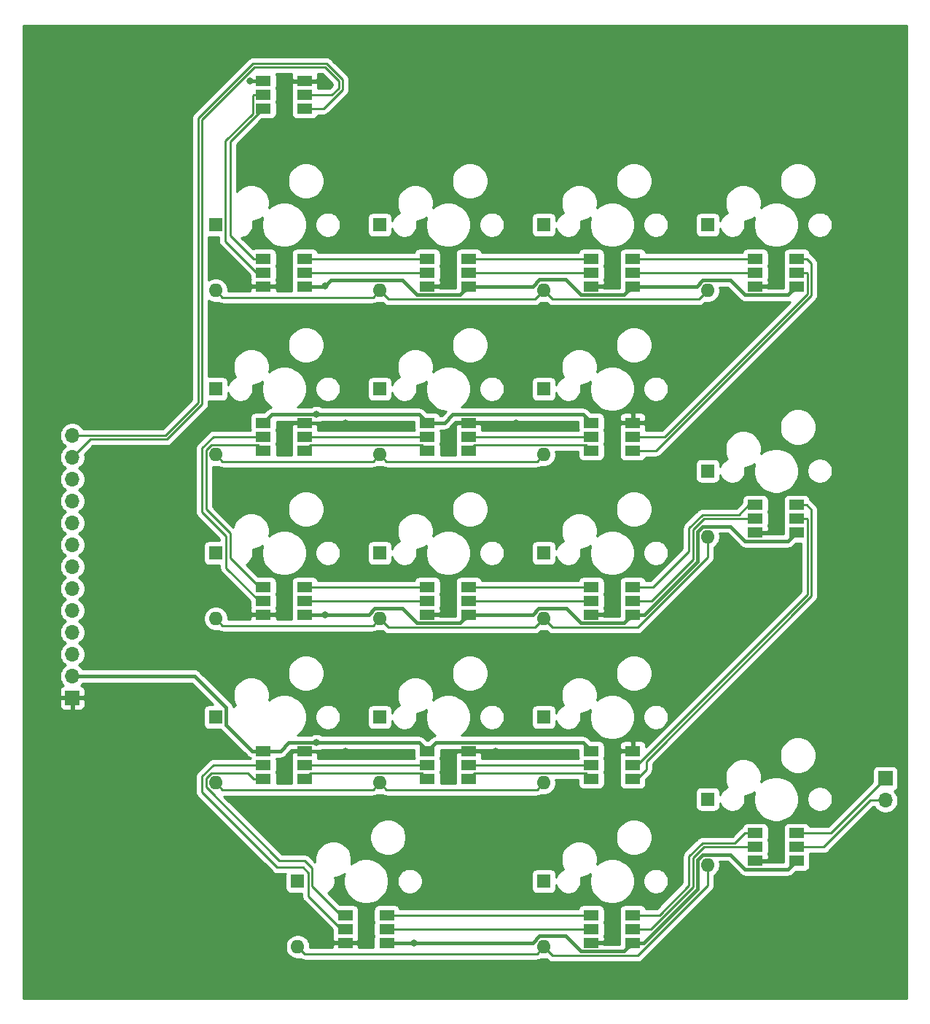
<source format=gtl>
G04 #@! TF.GenerationSoftware,KiCad,Pcbnew,(5.1.10)-1*
G04 #@! TF.CreationDate,2023-01-23T12:40:00+01:00*
G04 #@! TF.ProjectId,numpad,6e756d70-6164-42e6-9b69-6361645f7063,rev?*
G04 #@! TF.SameCoordinates,Original*
G04 #@! TF.FileFunction,Copper,L1,Top*
G04 #@! TF.FilePolarity,Positive*
%FSLAX46Y46*%
G04 Gerber Fmt 4.6, Leading zero omitted, Abs format (unit mm)*
G04 Created by KiCad (PCBNEW (5.1.10)-1) date 2023-01-23 12:40:00*
%MOMM*%
%LPD*%
G01*
G04 APERTURE LIST*
G04 #@! TA.AperFunction,SMDPad,CuDef*
%ADD10R,1.800000X1.200000*%
G04 #@! TD*
G04 #@! TA.AperFunction,ComponentPad*
%ADD11O,1.600000X1.600000*%
G04 #@! TD*
G04 #@! TA.AperFunction,ComponentPad*
%ADD12R,1.600000X1.600000*%
G04 #@! TD*
G04 #@! TA.AperFunction,ComponentPad*
%ADD13O,1.700000X1.700000*%
G04 #@! TD*
G04 #@! TA.AperFunction,ComponentPad*
%ADD14R,1.700000X1.700000*%
G04 #@! TD*
G04 #@! TA.AperFunction,ViaPad*
%ADD15C,0.800000*%
G04 #@! TD*
G04 #@! TA.AperFunction,Conductor*
%ADD16C,0.254000*%
G04 #@! TD*
G04 #@! TA.AperFunction,Conductor*
%ADD17C,0.381000*%
G04 #@! TD*
G04 #@! TA.AperFunction,Conductor*
%ADD18C,0.100000*%
G04 #@! TD*
G04 APERTURE END LIST*
D10*
X87293750Y-34143750D03*
X92093750Y-34143750D03*
X92093750Y-32543750D03*
X87293750Y-32543750D03*
X87293750Y-30943750D03*
X92093750Y-30943750D03*
D11*
X100806250Y-112395000D03*
D12*
X100806250Y-104775000D03*
D10*
X92093750Y-51581250D03*
X87293750Y-51581250D03*
X87293750Y-53181250D03*
X92093750Y-53181250D03*
X92093750Y-54781250D03*
X87293750Y-54781250D03*
D13*
X65087500Y-72072500D03*
X65087500Y-74612500D03*
X65087500Y-77152500D03*
X65087500Y-79692500D03*
X65087500Y-82232500D03*
X65087500Y-84772500D03*
X65087500Y-87312500D03*
X65087500Y-89852500D03*
X65087500Y-92392500D03*
X65087500Y-94932500D03*
X65087500Y-97472500D03*
X65087500Y-100012500D03*
D14*
X65087500Y-102552500D03*
D13*
X159543750Y-114458750D03*
D14*
X159543750Y-111918750D03*
D11*
X138906250Y-55245000D03*
D12*
X138906250Y-47625000D03*
D11*
X81756250Y-55245000D03*
D12*
X81756250Y-47625000D03*
D11*
X119856250Y-55245000D03*
D12*
X119856250Y-47625000D03*
D11*
X138906250Y-121920000D03*
D12*
X138906250Y-114300000D03*
D11*
X119856250Y-131445000D03*
D12*
X119856250Y-123825000D03*
D11*
X100806250Y-55245000D03*
D12*
X100806250Y-47625000D03*
D11*
X138906250Y-83820000D03*
D12*
X138906250Y-76200000D03*
D11*
X119856250Y-74295000D03*
D12*
X119856250Y-66675000D03*
D11*
X100806250Y-74295000D03*
D12*
X100806250Y-66675000D03*
D11*
X81756250Y-74295000D03*
D12*
X81756250Y-66675000D03*
D11*
X119856250Y-93345000D03*
D12*
X119856250Y-85725000D03*
D11*
X100806250Y-93345000D03*
D12*
X100806250Y-85725000D03*
D11*
X81756250Y-93345000D03*
D12*
X81756250Y-85725000D03*
D11*
X119856250Y-112395000D03*
D12*
X119856250Y-104775000D03*
D11*
X81756250Y-112395000D03*
D12*
X81756250Y-104775000D03*
D11*
X91281250Y-131445000D03*
D12*
X91281250Y-123825000D03*
D10*
X149243750Y-51581250D03*
X144443750Y-51581250D03*
X144443750Y-53181250D03*
X149243750Y-53181250D03*
X149243750Y-54781250D03*
X144443750Y-54781250D03*
X130193750Y-51581250D03*
X125393750Y-51581250D03*
X125393750Y-53181250D03*
X130193750Y-53181250D03*
X130193750Y-54781250D03*
X125393750Y-54781250D03*
X149243750Y-118256250D03*
X144443750Y-118256250D03*
X144443750Y-119856250D03*
X149243750Y-119856250D03*
X149243750Y-121456250D03*
X144443750Y-121456250D03*
X130193750Y-127781250D03*
X125393750Y-127781250D03*
X125393750Y-129381250D03*
X130193750Y-129381250D03*
X130193750Y-130981250D03*
X125393750Y-130981250D03*
X111143750Y-51581250D03*
X106343750Y-51581250D03*
X106343750Y-53181250D03*
X111143750Y-53181250D03*
X111143750Y-54781250D03*
X106343750Y-54781250D03*
X149243750Y-80156250D03*
X144443750Y-80156250D03*
X144443750Y-81756250D03*
X149243750Y-81756250D03*
X149243750Y-83356250D03*
X144443750Y-83356250D03*
X125393750Y-73831250D03*
X130193750Y-73831250D03*
X130193750Y-72231250D03*
X125393750Y-72231250D03*
X125393750Y-70631250D03*
X130193750Y-70631250D03*
X106343750Y-73831250D03*
X111143750Y-73831250D03*
X111143750Y-72231250D03*
X106343750Y-72231250D03*
X106343750Y-70631250D03*
X111143750Y-70631250D03*
X87293750Y-73831250D03*
X92093750Y-73831250D03*
X92093750Y-72231250D03*
X87293750Y-72231250D03*
X87293750Y-70631250D03*
X92093750Y-70631250D03*
X130193750Y-89681250D03*
X125393750Y-89681250D03*
X125393750Y-91281250D03*
X130193750Y-91281250D03*
X130193750Y-92881250D03*
X125393750Y-92881250D03*
X111143750Y-89681250D03*
X106343750Y-89681250D03*
X106343750Y-91281250D03*
X111143750Y-91281250D03*
X111143750Y-92881250D03*
X106343750Y-92881250D03*
X92093750Y-89681250D03*
X87293750Y-89681250D03*
X87293750Y-91281250D03*
X92093750Y-91281250D03*
X92093750Y-92881250D03*
X87293750Y-92881250D03*
X125393750Y-111931250D03*
X130193750Y-111931250D03*
X130193750Y-110331250D03*
X125393750Y-110331250D03*
X125393750Y-108731250D03*
X130193750Y-108731250D03*
X106343750Y-111931250D03*
X111143750Y-111931250D03*
X111143750Y-110331250D03*
X106343750Y-110331250D03*
X106343750Y-108731250D03*
X111143750Y-108731250D03*
X87293750Y-111931250D03*
X92093750Y-111931250D03*
X92093750Y-110331250D03*
X87293750Y-110331250D03*
X87293750Y-108731250D03*
X92093750Y-108731250D03*
X101618750Y-127781250D03*
X96818750Y-127781250D03*
X96818750Y-129381250D03*
X101618750Y-129381250D03*
X101618750Y-130981250D03*
X96818750Y-130981250D03*
D15*
X94456250Y-54768750D03*
X94443750Y-92881250D03*
X93453249Y-107740749D03*
X104762500Y-130981250D03*
X85725000Y-30956250D03*
X93453249Y-69640749D03*
X96837500Y-70643750D03*
X116681250Y-70643750D03*
X96837500Y-108743750D03*
X114300000Y-108743750D03*
X69056250Y-89693750D03*
X88900000Y-37306250D03*
D16*
X100006251Y-113194999D02*
X100806250Y-112395000D01*
X82556249Y-113194999D02*
X100006251Y-113194999D01*
X81756250Y-112395000D02*
X82556249Y-113194999D01*
X119056251Y-113194999D02*
X119856250Y-112395000D01*
X101606249Y-113194999D02*
X119056251Y-113194999D01*
X100806250Y-112395000D02*
X101606249Y-113194999D01*
X100006251Y-94144999D02*
X100806250Y-93345000D01*
X82556249Y-94144999D02*
X100006251Y-94144999D01*
X81756250Y-93345000D02*
X82556249Y-94144999D01*
X118811989Y-94389261D02*
X119856250Y-93345000D01*
X101850511Y-94389261D02*
X118811989Y-94389261D01*
X100806250Y-93345000D02*
X101850511Y-94389261D01*
X138906250Y-86257352D02*
X138906250Y-83820000D01*
X130774341Y-94389261D02*
X138906250Y-86257352D01*
X120900511Y-94389261D02*
X130774341Y-94389261D01*
X119856250Y-93345000D02*
X120900511Y-94389261D01*
X100006251Y-75094999D02*
X100806250Y-74295000D01*
X82556249Y-75094999D02*
X100006251Y-75094999D01*
X81756250Y-74295000D02*
X82556249Y-75094999D01*
X119056251Y-75094999D02*
X119856250Y-74295000D01*
X101606249Y-75094999D02*
X119056251Y-75094999D01*
X100806250Y-74295000D02*
X101606249Y-75094999D01*
X100006251Y-56044999D02*
X100806250Y-55245000D01*
X82556249Y-56044999D02*
X100006251Y-56044999D01*
X81756250Y-55245000D02*
X82556249Y-56044999D01*
X101850511Y-56289261D02*
X118811989Y-56289261D01*
X118811989Y-56289261D02*
X119856250Y-55245000D01*
X100806250Y-55245000D02*
X101850511Y-56289261D01*
X137861989Y-56289261D02*
X138906250Y-55245000D01*
X120900511Y-56289261D02*
X137861989Y-56289261D01*
X119856250Y-55245000D02*
X120900511Y-56289261D01*
X119056251Y-132244999D02*
X119856250Y-131445000D01*
X92081249Y-132244999D02*
X119056251Y-132244999D01*
X91281250Y-131445000D02*
X92081249Y-132244999D01*
X138906250Y-124357352D02*
X138906250Y-121920000D01*
X120900511Y-132489261D02*
X130774341Y-132489261D01*
X130774341Y-132489261D02*
X138906250Y-124357352D01*
X119856250Y-131445000D02*
X120900511Y-132489261D01*
X149243750Y-119856250D02*
X152400000Y-119856250D01*
X157797500Y-114458750D02*
X159543750Y-114458750D01*
X152400000Y-119856250D02*
X157797500Y-114458750D01*
X153206250Y-118256250D02*
X159543750Y-111918750D01*
X149243750Y-118256250D02*
X153206250Y-118256250D01*
X65087500Y-72072500D02*
X75904740Y-72072500D01*
X75904740Y-72072500D02*
X79714740Y-68262500D01*
X79714740Y-35248481D02*
X86048481Y-28914740D01*
X79714740Y-68262500D02*
X79714740Y-35248481D01*
X94644307Y-28914740D02*
X94910260Y-29180694D01*
X86048481Y-28914740D02*
X94644307Y-28914740D01*
X96497760Y-31938057D02*
X96231806Y-32204010D01*
X96497760Y-30768193D02*
X96497760Y-31938057D01*
X94910260Y-29180694D02*
X96497760Y-30768193D01*
X94292066Y-34143750D02*
X92093750Y-34143750D01*
X96231806Y-32204010D02*
X94292066Y-34143750D01*
X95250000Y-32543750D02*
X92093750Y-32543750D01*
X96043750Y-31750000D02*
X95250000Y-32543750D01*
X96043750Y-30956250D02*
X96043750Y-31750000D01*
X94456250Y-29368750D02*
X96043750Y-30956250D01*
X80168750Y-35436538D02*
X86236538Y-29368750D01*
X80168750Y-68450557D02*
X80168750Y-35436538D01*
X86236538Y-29368750D02*
X94456250Y-29368750D01*
X76092797Y-72526510D02*
X80168750Y-68450557D01*
X67173490Y-72526510D02*
X76092797Y-72526510D01*
X65087500Y-74612500D02*
X67173490Y-72526510D01*
D17*
X129203249Y-55771751D02*
X130193750Y-54781250D01*
X124181349Y-55771751D02*
X129203249Y-55771751D01*
X122384598Y-53975000D02*
X124181349Y-55771751D01*
X119364308Y-53975000D02*
X122384598Y-53975000D01*
X118558058Y-54781250D02*
X119364308Y-53975000D01*
X111143750Y-54781250D02*
X118558058Y-54781250D01*
X148253249Y-55771751D02*
X149243750Y-54781250D01*
X141514097Y-54054499D02*
X143231349Y-55771751D01*
X143231349Y-55771751D02*
X148253249Y-55771751D01*
X138334809Y-54054499D02*
X141514097Y-54054499D01*
X137608058Y-54781250D02*
X138334809Y-54054499D01*
X130193750Y-54781250D02*
X137608058Y-54781250D01*
X105353249Y-69640749D02*
X106343750Y-70631250D01*
X87293750Y-70631250D02*
X88284251Y-69640749D01*
X124403249Y-69640749D02*
X125393750Y-70631250D01*
X109306915Y-69640749D02*
X124403249Y-69640749D01*
X108316414Y-70631250D02*
X109306915Y-69640749D01*
X106343750Y-70631250D02*
X108316414Y-70631250D01*
X110153249Y-93871751D02*
X111143750Y-92881250D01*
X105131349Y-93871751D02*
X110153249Y-93871751D01*
X103414097Y-92154499D02*
X105131349Y-93871751D01*
X100234809Y-92154499D02*
X103414097Y-92154499D01*
X99508058Y-92881250D02*
X100234809Y-92154499D01*
X129203249Y-93871751D02*
X130193750Y-92881250D01*
X124181349Y-93871751D02*
X129203249Y-93871751D01*
X119284809Y-92154499D02*
X122464097Y-92154499D01*
X122464097Y-92154499D02*
X124181349Y-93871751D01*
X118558058Y-92881250D02*
X119284809Y-92154499D01*
X111143750Y-92881250D02*
X118558058Y-92881250D01*
X105353249Y-107740749D02*
X106343750Y-108731250D01*
X89266414Y-108731250D02*
X90256915Y-107740749D01*
X87293750Y-108731250D02*
X89266414Y-108731250D01*
X124403249Y-107740749D02*
X125393750Y-108731250D01*
X107334251Y-107740749D02*
X124403249Y-107740749D01*
X106343750Y-108731250D02*
X107334251Y-107740749D01*
X129203249Y-131971751D02*
X130193750Y-130981250D01*
X122384598Y-130175000D02*
X124181349Y-131971751D01*
X119364308Y-130175000D02*
X122384598Y-130175000D01*
X124181349Y-131971751D02*
X129203249Y-131971751D01*
X118558058Y-130981250D02*
X119364308Y-130175000D01*
X148253249Y-84346751D02*
X149243750Y-83356250D01*
X141514097Y-82629499D02*
X143231349Y-84346751D01*
X138334809Y-82629499D02*
X141514097Y-82629499D01*
X137715749Y-83248559D02*
X138334809Y-82629499D01*
X137715749Y-86715985D02*
X137715749Y-83248559D01*
X131550484Y-92881250D02*
X137715749Y-86715985D01*
X143231349Y-84346751D02*
X148253249Y-84346751D01*
X130193750Y-92881250D02*
X131550484Y-92881250D01*
X141514097Y-120729499D02*
X143231349Y-122446751D01*
X138334809Y-120729499D02*
X141514097Y-120729499D01*
X148253249Y-122446751D02*
X149243750Y-121456250D01*
X137715749Y-121348559D02*
X138334809Y-120729499D01*
X137715749Y-124740251D02*
X137715749Y-121348559D01*
X131474750Y-130981250D02*
X137715749Y-124740251D01*
X143231349Y-122446751D02*
X148253249Y-122446751D01*
X130193750Y-130981250D02*
X131474750Y-130981250D01*
X94443750Y-54781250D02*
X94456250Y-54768750D01*
X92093750Y-54781250D02*
X94443750Y-54781250D01*
X110153249Y-55771751D02*
X111143750Y-54781250D01*
X105131349Y-55771751D02*
X110153249Y-55771751D01*
X103414097Y-54054499D02*
X105131349Y-55771751D01*
X95170501Y-54054499D02*
X103414097Y-54054499D01*
X94456250Y-54768750D02*
X95170501Y-54054499D01*
X94443750Y-92881250D02*
X99508058Y-92881250D01*
X92093750Y-92881250D02*
X94443750Y-92881250D01*
X93453249Y-107740749D02*
X105353249Y-107740749D01*
X90256915Y-107740749D02*
X93453249Y-107740749D01*
X104762500Y-130981250D02*
X118558058Y-130981250D01*
X101618750Y-130981250D02*
X104762500Y-130981250D01*
X87281250Y-30956250D02*
X87293750Y-30943750D01*
X85725000Y-30956250D02*
X87281250Y-30956250D01*
X86012750Y-108731250D02*
X87293750Y-108731250D01*
X82946751Y-105665251D02*
X86012750Y-108731250D01*
X82946751Y-103662599D02*
X82946751Y-105665251D01*
X79296652Y-100012500D02*
X82946751Y-103662599D01*
X65087500Y-100012500D02*
X79296652Y-100012500D01*
X93453249Y-69640749D02*
X105353249Y-69640749D01*
X88284251Y-69640749D02*
X93453249Y-69640749D01*
X92106250Y-108743750D02*
X92093750Y-108731250D01*
X96837500Y-108743750D02*
X92106250Y-108743750D01*
X92106250Y-70643750D02*
X92093750Y-70631250D01*
X96837500Y-70643750D02*
X92106250Y-70643750D01*
D16*
X101618750Y-127781250D02*
X125393750Y-127781250D01*
X80629249Y-112935961D02*
X89137038Y-121443750D01*
X81215289Y-111267999D02*
X80629249Y-111854039D01*
X80629249Y-111854039D02*
X80629249Y-112935961D01*
X85476499Y-111267999D02*
X81215289Y-111267999D01*
X86139750Y-111931250D02*
X85476499Y-111267999D01*
X87293750Y-111931250D02*
X86139750Y-111931250D01*
X89137038Y-121443750D02*
X92075000Y-121443750D01*
X96351706Y-127781250D02*
X96818750Y-127781250D01*
X92960849Y-124390393D02*
X96351706Y-127781250D01*
X92960849Y-122329599D02*
X92960849Y-124390393D01*
X92075000Y-121443750D02*
X92960849Y-122329599D01*
X80175239Y-113512739D02*
X88900000Y-122237500D01*
X80175239Y-111665982D02*
X80175239Y-113512739D01*
X81509972Y-110331250D02*
X80175239Y-111665982D01*
X87293750Y-110331250D02*
X81509972Y-110331250D01*
X96330148Y-129381250D02*
X96818750Y-129381250D01*
X92506839Y-122861987D02*
X92506839Y-125557941D01*
X92506839Y-125557941D02*
X96330148Y-129381250D01*
X91882352Y-122237500D02*
X92506839Y-122861987D01*
X88900000Y-122237500D02*
X91882352Y-122237500D01*
X101618750Y-129381250D02*
X125393750Y-129381250D01*
X92757001Y-111267999D02*
X92093750Y-111931250D01*
X105680499Y-111267999D02*
X92757001Y-111267999D01*
X106343750Y-111931250D02*
X105680499Y-111267999D01*
X106343750Y-110331250D02*
X92093750Y-110331250D01*
X111807001Y-111267999D02*
X111143750Y-111931250D01*
X124730499Y-111267999D02*
X111807001Y-111267999D01*
X125393750Y-111931250D02*
X124730499Y-111267999D01*
X125393750Y-110331250D02*
X111143750Y-110331250D01*
X131762500Y-110851102D02*
X130682352Y-111931250D01*
X130682352Y-111931250D02*
X130193750Y-111931250D01*
X131762500Y-109893168D02*
X131762500Y-110851102D01*
X150924760Y-90730908D02*
X131762500Y-109893168D01*
X150924761Y-80683261D02*
X150924760Y-90730908D01*
X150397750Y-80156250D02*
X150924761Y-80683261D01*
X149243750Y-80156250D02*
X150397750Y-80156250D01*
X150470751Y-90542851D02*
X130682352Y-110331250D01*
X130682352Y-110331250D02*
X130193750Y-110331250D01*
X150470751Y-81829251D02*
X150470751Y-90542851D01*
X150397750Y-81756250D02*
X150470751Y-81829251D01*
X149243750Y-81756250D02*
X150397750Y-81756250D01*
X92093750Y-89681250D02*
X106343750Y-89681250D01*
X80629249Y-73754039D02*
X80629249Y-80629249D01*
X81215289Y-73167999D02*
X80629249Y-73754039D01*
X86630499Y-73167999D02*
X81215289Y-73167999D01*
X87293750Y-73831250D02*
X86630499Y-73167999D01*
X86826706Y-89681250D02*
X87293750Y-89681250D01*
X83435849Y-86290393D02*
X86826706Y-89681250D01*
X83435849Y-83435849D02*
X83435849Y-86290393D01*
X80629249Y-80629249D02*
X83435849Y-83435849D01*
X82981839Y-87457941D02*
X86805148Y-91281250D01*
X86805148Y-91281250D02*
X87293750Y-91281250D01*
X82981839Y-83775589D02*
X82981839Y-87457941D01*
X80175239Y-73565982D02*
X80175239Y-80968989D01*
X80175239Y-80968989D02*
X82981839Y-83775589D01*
X81509972Y-72231250D02*
X80175239Y-73565982D01*
X87293750Y-72231250D02*
X81509972Y-72231250D01*
X92093750Y-91281250D02*
X106343750Y-91281250D01*
X111143750Y-89681250D02*
X125393750Y-89681250D01*
X111143750Y-91281250D02*
X125393750Y-91281250D01*
X136744229Y-85505771D02*
X136744229Y-82846143D01*
X136744229Y-82846143D02*
X138288132Y-81302240D01*
X132568750Y-89681250D02*
X136744229Y-85505771D01*
X130193750Y-89681250D02*
X132568750Y-89681250D01*
X138288132Y-81302240D02*
X142535260Y-81302240D01*
X143681250Y-80156250D02*
X144443750Y-80156250D01*
X142535260Y-81302240D02*
X143681250Y-80156250D01*
X130193750Y-91281250D02*
X132418616Y-91281250D01*
X138476189Y-81756250D02*
X144443750Y-81756250D01*
X137198239Y-83034200D02*
X138476189Y-81756250D01*
X137198239Y-86501627D02*
X137198239Y-83034200D01*
X132418616Y-91281250D02*
X137198239Y-86501627D01*
X92757001Y-73167999D02*
X92093750Y-73831250D01*
X105680499Y-73167999D02*
X92757001Y-73167999D01*
X106343750Y-73831250D02*
X105680499Y-73167999D01*
X105189750Y-72231250D02*
X92093750Y-72231250D01*
X106343750Y-72231250D02*
X105189750Y-72231250D01*
X111807001Y-73167999D02*
X111143750Y-73831250D01*
X124730499Y-73167999D02*
X111807001Y-73167999D01*
X125393750Y-73831250D02*
X124730499Y-73167999D01*
X125393750Y-72231250D02*
X111143750Y-72231250D01*
X132924419Y-73831250D02*
X130193750Y-73831250D01*
X150924761Y-55830908D02*
X132924419Y-73831250D01*
X150397750Y-51581250D02*
X150924761Y-52108261D01*
X150924761Y-52108261D02*
X150924761Y-55830908D01*
X149243750Y-51581250D02*
X150397750Y-51581250D01*
X133882352Y-72231250D02*
X130193750Y-72231250D01*
X150470751Y-55642851D02*
X133882352Y-72231250D01*
X150470751Y-53254251D02*
X150470751Y-55642851D01*
X150397750Y-53181250D02*
X150470751Y-53254251D01*
X149243750Y-53181250D02*
X150397750Y-53181250D01*
X111143750Y-51581250D02*
X125393750Y-51581250D01*
X92093750Y-51581250D02*
X106343750Y-51581250D01*
X92093750Y-53181250D02*
X106343750Y-53181250D01*
X111143750Y-53181250D02*
X125393750Y-53181250D01*
X130193750Y-127781250D02*
X133300816Y-127781250D01*
X136744229Y-120946143D02*
X138288132Y-119402240D01*
X136744229Y-124337837D02*
X136744229Y-120946143D01*
X133300816Y-127781250D02*
X136744229Y-124337837D01*
X138288132Y-119402240D02*
X142081250Y-119402240D01*
X143227240Y-118256250D02*
X144443750Y-118256250D01*
X142081250Y-119402240D02*
X143227240Y-118256250D01*
X130193750Y-129381250D02*
X132342882Y-129381250D01*
X138476189Y-119856250D02*
X144443750Y-119856250D01*
X137198239Y-121134200D02*
X138476189Y-119856250D01*
X137198239Y-124525893D02*
X137198239Y-121134200D01*
X132342882Y-129381250D02*
X137198239Y-124525893D01*
X130193750Y-51581250D02*
X144443750Y-51581250D01*
X130193750Y-53181250D02*
X144443750Y-53181250D01*
X86139750Y-51581250D02*
X87293750Y-51581250D01*
X83435849Y-48877349D02*
X86139750Y-51581250D01*
X83435849Y-38001651D02*
X83435849Y-48877349D01*
X87293750Y-34143750D02*
X83435849Y-38001651D01*
X86139750Y-32543750D02*
X86066749Y-32616751D01*
X87293750Y-32543750D02*
X86139750Y-32543750D01*
X86066749Y-32616751D02*
X86066749Y-34728685D01*
X82883251Y-37912183D02*
X82883251Y-49545751D01*
X86066749Y-34728685D02*
X82883251Y-37912183D01*
X86518750Y-53181250D02*
X87293750Y-53181250D01*
X82883251Y-49545751D02*
X86518750Y-53181250D01*
X162058751Y-137452500D02*
X59397500Y-137452500D01*
X59397500Y-131303665D01*
X89846250Y-131303665D01*
X89846250Y-131586335D01*
X89901397Y-131863574D01*
X90009570Y-132124727D01*
X90166613Y-132359759D01*
X90366491Y-132559637D01*
X90601523Y-132716680D01*
X90862676Y-132824853D01*
X91139915Y-132880000D01*
X91422585Y-132880000D01*
X91608735Y-132842972D01*
X91655857Y-132881644D01*
X91788234Y-132952401D01*
X91931871Y-132995973D01*
X92043823Y-133006999D01*
X92043825Y-133006999D01*
X92081248Y-133010685D01*
X92118671Y-133006999D01*
X119018828Y-133006999D01*
X119056251Y-133010685D01*
X119093674Y-133006999D01*
X119093677Y-133006999D01*
X119205629Y-132995973D01*
X119349266Y-132952401D01*
X119481643Y-132881644D01*
X119528765Y-132842972D01*
X119714915Y-132880000D01*
X119997585Y-132880000D01*
X120177776Y-132844157D01*
X120335232Y-133001612D01*
X120359089Y-133030683D01*
X120475119Y-133125906D01*
X120607496Y-133196663D01*
X120751133Y-133240235D01*
X120863085Y-133251261D01*
X120863087Y-133251261D01*
X120900510Y-133254947D01*
X120937933Y-133251261D01*
X130736918Y-133251261D01*
X130774341Y-133254947D01*
X130811764Y-133251261D01*
X130811767Y-133251261D01*
X130923719Y-133240235D01*
X131067356Y-133196663D01*
X131199733Y-133125906D01*
X131315763Y-133030683D01*
X131339625Y-133001607D01*
X139418603Y-124922630D01*
X139447672Y-124898774D01*
X139475022Y-124865448D01*
X139542895Y-124782745D01*
X139600340Y-124675272D01*
X139613652Y-124650367D01*
X139657224Y-124506730D01*
X139668250Y-124394778D01*
X139668250Y-124394775D01*
X139671936Y-124357352D01*
X139668250Y-124319929D01*
X139668250Y-123136707D01*
X139821009Y-123034637D01*
X140020887Y-122834759D01*
X140177930Y-122599727D01*
X140286103Y-122338574D01*
X140341250Y-122061335D01*
X140341250Y-121778665D01*
X140296759Y-121554999D01*
X141172165Y-121554999D01*
X142618955Y-123001790D01*
X142644808Y-123033292D01*
X142702419Y-123080572D01*
X142770506Y-123136450D01*
X142846392Y-123177012D01*
X142913915Y-123213104D01*
X143069523Y-123260307D01*
X143190796Y-123272251D01*
X143190798Y-123272251D01*
X143231348Y-123276245D01*
X143271899Y-123272251D01*
X148212699Y-123272251D01*
X148253249Y-123276245D01*
X148293799Y-123272251D01*
X148293802Y-123272251D01*
X148415075Y-123260307D01*
X148570683Y-123213104D01*
X148714091Y-123136450D01*
X148839790Y-123033292D01*
X148865647Y-123001785D01*
X149173110Y-122694322D01*
X150143750Y-122694322D01*
X150268232Y-122682062D01*
X150387930Y-122645752D01*
X150498244Y-122586787D01*
X150594935Y-122507435D01*
X150674287Y-122410744D01*
X150733252Y-122300430D01*
X150769562Y-122180732D01*
X150781822Y-122056250D01*
X150781822Y-120856250D01*
X150769562Y-120731768D01*
X150746654Y-120656250D01*
X150758181Y-120618250D01*
X152362577Y-120618250D01*
X152400000Y-120621936D01*
X152437423Y-120618250D01*
X152437426Y-120618250D01*
X152549378Y-120607224D01*
X152693015Y-120563652D01*
X152825392Y-120492895D01*
X152941422Y-120397672D01*
X152965284Y-120368596D01*
X158113130Y-115220750D01*
X158266908Y-115220750D01*
X158390275Y-115405382D01*
X158597118Y-115612225D01*
X158840339Y-115774740D01*
X159110592Y-115886682D01*
X159397490Y-115943750D01*
X159690010Y-115943750D01*
X159976908Y-115886682D01*
X160247161Y-115774740D01*
X160490382Y-115612225D01*
X160697225Y-115405382D01*
X160859740Y-115162161D01*
X160971682Y-114891908D01*
X161028750Y-114605010D01*
X161028750Y-114312490D01*
X160971682Y-114025592D01*
X160859740Y-113755339D01*
X160697225Y-113512118D01*
X160565370Y-113380263D01*
X160637930Y-113358252D01*
X160748244Y-113299287D01*
X160844935Y-113219935D01*
X160924287Y-113123244D01*
X160983252Y-113012930D01*
X161019562Y-112893232D01*
X161031822Y-112768750D01*
X161031822Y-111068750D01*
X161019562Y-110944268D01*
X160983252Y-110824570D01*
X160924287Y-110714256D01*
X160844935Y-110617565D01*
X160748244Y-110538213D01*
X160637930Y-110479248D01*
X160518232Y-110442938D01*
X160393750Y-110430678D01*
X158693750Y-110430678D01*
X158569268Y-110442938D01*
X158449570Y-110479248D01*
X158339256Y-110538213D01*
X158242565Y-110617565D01*
X158163213Y-110714256D01*
X158104248Y-110824570D01*
X158067938Y-110944268D01*
X158055678Y-111068750D01*
X158055678Y-112329191D01*
X152890620Y-117494250D01*
X150758181Y-117494250D01*
X150733252Y-117412070D01*
X150674287Y-117301756D01*
X150594935Y-117205065D01*
X150498244Y-117125713D01*
X150387930Y-117066748D01*
X150268232Y-117030438D01*
X150143750Y-117018178D01*
X148343750Y-117018178D01*
X148219268Y-117030438D01*
X148099570Y-117066748D01*
X147989256Y-117125713D01*
X147892565Y-117205065D01*
X147813213Y-117301756D01*
X147754248Y-117412070D01*
X147717938Y-117531768D01*
X147705678Y-117656250D01*
X147705678Y-118856250D01*
X147717938Y-118980732D01*
X147740846Y-119056250D01*
X147717938Y-119131768D01*
X147705678Y-119256250D01*
X147705678Y-120456250D01*
X147717938Y-120580732D01*
X147740846Y-120656250D01*
X147717938Y-120731768D01*
X147705678Y-120856250D01*
X147705678Y-121621251D01*
X145858001Y-121621251D01*
X145820000Y-121583250D01*
X144570750Y-121583250D01*
X144570750Y-121603250D01*
X144316750Y-121603250D01*
X144316750Y-121583250D01*
X144296750Y-121583250D01*
X144296750Y-121329250D01*
X144316750Y-121329250D01*
X144316750Y-121309250D01*
X144570750Y-121309250D01*
X144570750Y-121329250D01*
X145820000Y-121329250D01*
X145978750Y-121170500D01*
X145981822Y-120856250D01*
X145969562Y-120731768D01*
X145946654Y-120656250D01*
X145969562Y-120580732D01*
X145981822Y-120456250D01*
X145981822Y-119256250D01*
X145969562Y-119131768D01*
X145946654Y-119056250D01*
X145969562Y-118980732D01*
X145981822Y-118856250D01*
X145981822Y-117656250D01*
X145969562Y-117531768D01*
X145933252Y-117412070D01*
X145874287Y-117301756D01*
X145794935Y-117205065D01*
X145698244Y-117125713D01*
X145587930Y-117066748D01*
X145468232Y-117030438D01*
X145343750Y-117018178D01*
X143543750Y-117018178D01*
X143419268Y-117030438D01*
X143299570Y-117066748D01*
X143189256Y-117125713D01*
X143092565Y-117205065D01*
X143013213Y-117301756D01*
X142954248Y-117412070D01*
X142917938Y-117531768D01*
X142915257Y-117558986D01*
X142872604Y-117581785D01*
X142801847Y-117619605D01*
X142759459Y-117654393D01*
X142685818Y-117714828D01*
X142661956Y-117743904D01*
X141765620Y-118640240D01*
X138325555Y-118640240D01*
X138288132Y-118636554D01*
X138250709Y-118640240D01*
X138250706Y-118640240D01*
X138138754Y-118651266D01*
X137995117Y-118694838D01*
X137937354Y-118725713D01*
X137862739Y-118765595D01*
X137823655Y-118797671D01*
X137746710Y-118860818D01*
X137722848Y-118889894D01*
X136231878Y-120380864D01*
X136202808Y-120404721D01*
X136178951Y-120433791D01*
X136178950Y-120433792D01*
X136107584Y-120520751D01*
X136036828Y-120653128D01*
X135993256Y-120796765D01*
X135978543Y-120946143D01*
X135982230Y-120983576D01*
X135982229Y-124022206D01*
X132985186Y-127019250D01*
X131708181Y-127019250D01*
X131683252Y-126937070D01*
X131624287Y-126826756D01*
X131544935Y-126730065D01*
X131448244Y-126650713D01*
X131337930Y-126591748D01*
X131218232Y-126555438D01*
X131093750Y-126543178D01*
X129293750Y-126543178D01*
X129169268Y-126555438D01*
X129049570Y-126591748D01*
X128939256Y-126650713D01*
X128842565Y-126730065D01*
X128763213Y-126826756D01*
X128704248Y-126937070D01*
X128667938Y-127056768D01*
X128655678Y-127181250D01*
X128655678Y-128381250D01*
X128667938Y-128505732D01*
X128690846Y-128581250D01*
X128667938Y-128656768D01*
X128655678Y-128781250D01*
X128655678Y-129981250D01*
X128667938Y-130105732D01*
X128690846Y-130181250D01*
X128667938Y-130256768D01*
X128655678Y-130381250D01*
X128655678Y-131146251D01*
X126808001Y-131146251D01*
X126770000Y-131108250D01*
X125520750Y-131108250D01*
X125520750Y-131128250D01*
X125266750Y-131128250D01*
X125266750Y-131108250D01*
X125246750Y-131108250D01*
X125246750Y-130854250D01*
X125266750Y-130854250D01*
X125266750Y-130834250D01*
X125520750Y-130834250D01*
X125520750Y-130854250D01*
X126770000Y-130854250D01*
X126928750Y-130695500D01*
X126931822Y-130381250D01*
X126919562Y-130256768D01*
X126896654Y-130181250D01*
X126919562Y-130105732D01*
X126931822Y-129981250D01*
X126931822Y-128781250D01*
X126919562Y-128656768D01*
X126896654Y-128581250D01*
X126919562Y-128505732D01*
X126931822Y-128381250D01*
X126931822Y-127181250D01*
X126919562Y-127056768D01*
X126883252Y-126937070D01*
X126824287Y-126826756D01*
X126744935Y-126730065D01*
X126648244Y-126650713D01*
X126537930Y-126591748D01*
X126418232Y-126555438D01*
X126293750Y-126543178D01*
X124493750Y-126543178D01*
X124369268Y-126555438D01*
X124249570Y-126591748D01*
X124139256Y-126650713D01*
X124042565Y-126730065D01*
X123963213Y-126826756D01*
X123904248Y-126937070D01*
X123879319Y-127019250D01*
X103133181Y-127019250D01*
X103108252Y-126937070D01*
X103049287Y-126826756D01*
X102969935Y-126730065D01*
X102873244Y-126650713D01*
X102762930Y-126591748D01*
X102643232Y-126555438D01*
X102518750Y-126543178D01*
X100718750Y-126543178D01*
X100594268Y-126555438D01*
X100474570Y-126591748D01*
X100364256Y-126650713D01*
X100267565Y-126730065D01*
X100188213Y-126826756D01*
X100129248Y-126937070D01*
X100092938Y-127056768D01*
X100080678Y-127181250D01*
X100080678Y-128381250D01*
X100092938Y-128505732D01*
X100115846Y-128581250D01*
X100092938Y-128656768D01*
X100080678Y-128781250D01*
X100080678Y-129981250D01*
X100092938Y-130105732D01*
X100115846Y-130181250D01*
X100092938Y-130256768D01*
X100080678Y-130381250D01*
X100080678Y-131482999D01*
X98355862Y-131482999D01*
X98353750Y-131267000D01*
X98195000Y-131108250D01*
X96945750Y-131108250D01*
X96945750Y-131128250D01*
X96691750Y-131128250D01*
X96691750Y-131108250D01*
X95442500Y-131108250D01*
X95283750Y-131267000D01*
X95281638Y-131482999D01*
X92716250Y-131482999D01*
X92716250Y-131303665D01*
X92661103Y-131026426D01*
X92552930Y-130765273D01*
X92395887Y-130530241D01*
X92196009Y-130330363D01*
X91960977Y-130173320D01*
X91699824Y-130065147D01*
X91422585Y-130010000D01*
X91139915Y-130010000D01*
X90862676Y-130065147D01*
X90601523Y-130173320D01*
X90366491Y-130330363D01*
X90166613Y-130530241D01*
X90009570Y-130765273D01*
X89901397Y-131026426D01*
X89846250Y-131303665D01*
X59397500Y-131303665D01*
X59397500Y-103402500D01*
X63599428Y-103402500D01*
X63611688Y-103526982D01*
X63647998Y-103646680D01*
X63706963Y-103756994D01*
X63786315Y-103853685D01*
X63883006Y-103933037D01*
X63993320Y-103992002D01*
X64113018Y-104028312D01*
X64237500Y-104040572D01*
X64801750Y-104037500D01*
X64960500Y-103878750D01*
X64960500Y-102679500D01*
X65214500Y-102679500D01*
X65214500Y-103878750D01*
X65373250Y-104037500D01*
X65937500Y-104040572D01*
X66061982Y-104028312D01*
X66181680Y-103992002D01*
X66291994Y-103933037D01*
X66388685Y-103853685D01*
X66468037Y-103756994D01*
X66527002Y-103646680D01*
X66563312Y-103526982D01*
X66575572Y-103402500D01*
X66572500Y-102838250D01*
X66413750Y-102679500D01*
X65214500Y-102679500D01*
X64960500Y-102679500D01*
X63761250Y-102679500D01*
X63602500Y-102838250D01*
X63599428Y-103402500D01*
X59397500Y-103402500D01*
X59397500Y-101702500D01*
X63599428Y-101702500D01*
X63602500Y-102266750D01*
X63761250Y-102425500D01*
X64960500Y-102425500D01*
X64960500Y-102405500D01*
X65214500Y-102405500D01*
X65214500Y-102425500D01*
X66413750Y-102425500D01*
X66572500Y-102266750D01*
X66575572Y-101702500D01*
X66563312Y-101578018D01*
X66527002Y-101458320D01*
X66468037Y-101348006D01*
X66388685Y-101251315D01*
X66291994Y-101171963D01*
X66181680Y-101112998D01*
X66109120Y-101090987D01*
X66240975Y-100959132D01*
X66321913Y-100838000D01*
X78954720Y-100838000D01*
X81453647Y-103336928D01*
X80956250Y-103336928D01*
X80831768Y-103349188D01*
X80712070Y-103385498D01*
X80601756Y-103444463D01*
X80505065Y-103523815D01*
X80425713Y-103620506D01*
X80366748Y-103730820D01*
X80330438Y-103850518D01*
X80318178Y-103975000D01*
X80318178Y-105575000D01*
X80330438Y-105699482D01*
X80366748Y-105819180D01*
X80425713Y-105929494D01*
X80505065Y-106026185D01*
X80601756Y-106105537D01*
X80712070Y-106164502D01*
X80831768Y-106200812D01*
X80956250Y-106213072D01*
X82328434Y-106213072D01*
X82360211Y-106251792D01*
X82391712Y-106277644D01*
X85400356Y-109286289D01*
X85426209Y-109317791D01*
X85551908Y-109420949D01*
X85695316Y-109497603D01*
X85789286Y-109526109D01*
X85790846Y-109531250D01*
X85779319Y-109569250D01*
X81547395Y-109569250D01*
X81509972Y-109565564D01*
X81472549Y-109569250D01*
X81472546Y-109569250D01*
X81360594Y-109580276D01*
X81216957Y-109623848D01*
X81155336Y-109656785D01*
X81084579Y-109694605D01*
X81069419Y-109707047D01*
X80968550Y-109789828D01*
X80944688Y-109818904D01*
X79662893Y-111100698D01*
X79633817Y-111124560D01*
X79538594Y-111240591D01*
X79467837Y-111372968D01*
X79424265Y-111516605D01*
X79415847Y-111602076D01*
X79409553Y-111665982D01*
X79413239Y-111703406D01*
X79413240Y-113475306D01*
X79409553Y-113512739D01*
X79424266Y-113662117D01*
X79467838Y-113805754D01*
X79538594Y-113938131D01*
X79609960Y-114025090D01*
X79633818Y-114054161D01*
X79662888Y-114078018D01*
X88334720Y-122749851D01*
X88358578Y-122778922D01*
X88474608Y-122874145D01*
X88606985Y-122944902D01*
X88750622Y-122988474D01*
X88862574Y-122999500D01*
X88862576Y-122999500D01*
X88899999Y-123003186D01*
X88937422Y-122999500D01*
X89845689Y-122999500D01*
X89843178Y-123025000D01*
X89843178Y-124625000D01*
X89855438Y-124749482D01*
X89891748Y-124869180D01*
X89950713Y-124979494D01*
X90030065Y-125076185D01*
X90126756Y-125155537D01*
X90237070Y-125214502D01*
X90356768Y-125250812D01*
X90481250Y-125263072D01*
X91744840Y-125263072D01*
X91744840Y-125520508D01*
X91741153Y-125557941D01*
X91755866Y-125707319D01*
X91799438Y-125850956D01*
X91870194Y-125983333D01*
X91941560Y-126070292D01*
X91965418Y-126099363D01*
X91994488Y-126123220D01*
X95280678Y-129409411D01*
X95280678Y-129981250D01*
X95292938Y-130105732D01*
X95315846Y-130181250D01*
X95292938Y-130256768D01*
X95280678Y-130381250D01*
X95283750Y-130695500D01*
X95442500Y-130854250D01*
X96691750Y-130854250D01*
X96691750Y-130834250D01*
X96945750Y-130834250D01*
X96945750Y-130854250D01*
X98195000Y-130854250D01*
X98353750Y-130695500D01*
X98356822Y-130381250D01*
X98344562Y-130256768D01*
X98321654Y-130181250D01*
X98344562Y-130105732D01*
X98356822Y-129981250D01*
X98356822Y-128781250D01*
X98344562Y-128656768D01*
X98321654Y-128581250D01*
X98344562Y-128505732D01*
X98356822Y-128381250D01*
X98356822Y-127181250D01*
X98344562Y-127056768D01*
X98308252Y-126937070D01*
X98249287Y-126826756D01*
X98169935Y-126730065D01*
X98073244Y-126650713D01*
X97962930Y-126591748D01*
X97843232Y-126555438D01*
X97718750Y-126543178D01*
X96191265Y-126543178D01*
X94805314Y-125157227D01*
X94842588Y-125141788D01*
X95085956Y-124979174D01*
X95292924Y-124772206D01*
X95455538Y-124528838D01*
X95567548Y-124258421D01*
X95624650Y-123971348D01*
X95624650Y-123678652D01*
X95573201Y-123420000D01*
X95619029Y-123420000D01*
X96031506Y-123337953D01*
X96420052Y-123177012D01*
X96726458Y-122972279D01*
X96690877Y-123058178D01*
X96589850Y-123566076D01*
X96589850Y-124083924D01*
X96690877Y-124591822D01*
X96889049Y-125070251D01*
X97176750Y-125500826D01*
X97542924Y-125867000D01*
X97973499Y-126154701D01*
X98451928Y-126352873D01*
X98959826Y-126453900D01*
X99477674Y-126453900D01*
X99985572Y-126352873D01*
X100464001Y-126154701D01*
X100894576Y-125867000D01*
X101260750Y-125500826D01*
X101548451Y-125070251D01*
X101746623Y-124591822D01*
X101847650Y-124083924D01*
X101847650Y-123678652D01*
X102812850Y-123678652D01*
X102812850Y-123971348D01*
X102869952Y-124258421D01*
X102981962Y-124528838D01*
X103144576Y-124772206D01*
X103351544Y-124979174D01*
X103594912Y-125141788D01*
X103865329Y-125253798D01*
X104152402Y-125310900D01*
X104445098Y-125310900D01*
X104732171Y-125253798D01*
X105002588Y-125141788D01*
X105245956Y-124979174D01*
X105452924Y-124772206D01*
X105615538Y-124528838D01*
X105727548Y-124258421D01*
X105784650Y-123971348D01*
X105784650Y-123678652D01*
X105727548Y-123391579D01*
X105615538Y-123121162D01*
X105551285Y-123025000D01*
X118418178Y-123025000D01*
X118418178Y-124625000D01*
X118430438Y-124749482D01*
X118466748Y-124869180D01*
X118525713Y-124979494D01*
X118605065Y-125076185D01*
X118701756Y-125155537D01*
X118812070Y-125214502D01*
X118931768Y-125250812D01*
X119056250Y-125263072D01*
X120656250Y-125263072D01*
X120780732Y-125250812D01*
X120900430Y-125214502D01*
X121010744Y-125155537D01*
X121107435Y-125076185D01*
X121186787Y-124979494D01*
X121245752Y-124869180D01*
X121282062Y-124749482D01*
X121294322Y-124625000D01*
X121294322Y-124281042D01*
X121396962Y-124528838D01*
X121559576Y-124772206D01*
X121766544Y-124979174D01*
X122009912Y-125141788D01*
X122280329Y-125253798D01*
X122567402Y-125310900D01*
X122860098Y-125310900D01*
X123147171Y-125253798D01*
X123417588Y-125141788D01*
X123660956Y-124979174D01*
X123867924Y-124772206D01*
X124030538Y-124528838D01*
X124142548Y-124258421D01*
X124199650Y-123971348D01*
X124199650Y-123678652D01*
X124148201Y-123420000D01*
X124194029Y-123420000D01*
X124606506Y-123337953D01*
X124995052Y-123177012D01*
X125301458Y-122972279D01*
X125265877Y-123058178D01*
X125164850Y-123566076D01*
X125164850Y-124083924D01*
X125265877Y-124591822D01*
X125464049Y-125070251D01*
X125751750Y-125500826D01*
X126117924Y-125867000D01*
X126548499Y-126154701D01*
X127026928Y-126352873D01*
X127534826Y-126453900D01*
X128052674Y-126453900D01*
X128560572Y-126352873D01*
X129039001Y-126154701D01*
X129469576Y-125867000D01*
X129835750Y-125500826D01*
X130123451Y-125070251D01*
X130321623Y-124591822D01*
X130422650Y-124083924D01*
X130422650Y-123678652D01*
X131387850Y-123678652D01*
X131387850Y-123971348D01*
X131444952Y-124258421D01*
X131556962Y-124528838D01*
X131719576Y-124772206D01*
X131926544Y-124979174D01*
X132169912Y-125141788D01*
X132440329Y-125253798D01*
X132727402Y-125310900D01*
X133020098Y-125310900D01*
X133307171Y-125253798D01*
X133577588Y-125141788D01*
X133820956Y-124979174D01*
X134027924Y-124772206D01*
X134190538Y-124528838D01*
X134302548Y-124258421D01*
X134359650Y-123971348D01*
X134359650Y-123678652D01*
X134302548Y-123391579D01*
X134190538Y-123121162D01*
X134027924Y-122877794D01*
X133820956Y-122670826D01*
X133577588Y-122508212D01*
X133307171Y-122396202D01*
X133020098Y-122339100D01*
X132727402Y-122339100D01*
X132440329Y-122396202D01*
X132169912Y-122508212D01*
X131926544Y-122670826D01*
X131719576Y-122877794D01*
X131556962Y-123121162D01*
X131444952Y-123391579D01*
X131387850Y-123678652D01*
X130422650Y-123678652D01*
X130422650Y-123566076D01*
X130321623Y-123058178D01*
X130123451Y-122579749D01*
X129835750Y-122149174D01*
X129469576Y-121783000D01*
X129039001Y-121495299D01*
X128560572Y-121297127D01*
X128052674Y-121196100D01*
X127534826Y-121196100D01*
X127026928Y-121297127D01*
X126548499Y-121495299D01*
X126117924Y-121783000D01*
X126047513Y-121853411D01*
X126118750Y-121495279D01*
X126118750Y-121074721D01*
X126036703Y-120662244D01*
X125875762Y-120273698D01*
X125642113Y-119924017D01*
X125344733Y-119626637D01*
X124995052Y-119392988D01*
X124606506Y-119232047D01*
X124194029Y-119150000D01*
X123773471Y-119150000D01*
X123360994Y-119232047D01*
X122972448Y-119392988D01*
X122622767Y-119626637D01*
X122325387Y-119924017D01*
X122091738Y-120273698D01*
X121930797Y-120662244D01*
X121848750Y-121074721D01*
X121848750Y-121495279D01*
X121930797Y-121907756D01*
X122091738Y-122296302D01*
X122184900Y-122435730D01*
X122009912Y-122508212D01*
X121766544Y-122670826D01*
X121559576Y-122877794D01*
X121396962Y-123121162D01*
X121294322Y-123368958D01*
X121294322Y-123025000D01*
X121282062Y-122900518D01*
X121245752Y-122780820D01*
X121186787Y-122670506D01*
X121107435Y-122573815D01*
X121010744Y-122494463D01*
X120900430Y-122435498D01*
X120780732Y-122399188D01*
X120656250Y-122386928D01*
X119056250Y-122386928D01*
X118931768Y-122399188D01*
X118812070Y-122435498D01*
X118701756Y-122494463D01*
X118605065Y-122573815D01*
X118525713Y-122670506D01*
X118466748Y-122780820D01*
X118430438Y-122900518D01*
X118418178Y-123025000D01*
X105551285Y-123025000D01*
X105452924Y-122877794D01*
X105245956Y-122670826D01*
X105002588Y-122508212D01*
X104732171Y-122396202D01*
X104445098Y-122339100D01*
X104152402Y-122339100D01*
X103865329Y-122396202D01*
X103594912Y-122508212D01*
X103351544Y-122670826D01*
X103144576Y-122877794D01*
X102981962Y-123121162D01*
X102869952Y-123391579D01*
X102812850Y-123678652D01*
X101847650Y-123678652D01*
X101847650Y-123566076D01*
X101746623Y-123058178D01*
X101548451Y-122579749D01*
X101260750Y-122149174D01*
X100894576Y-121783000D01*
X100464001Y-121495299D01*
X99985572Y-121297127D01*
X99477674Y-121196100D01*
X98959826Y-121196100D01*
X98451928Y-121297127D01*
X97973499Y-121495299D01*
X97542924Y-121783000D01*
X97472513Y-121853411D01*
X97543750Y-121495279D01*
X97543750Y-121074721D01*
X97461703Y-120662244D01*
X97300762Y-120273698D01*
X97067113Y-119924017D01*
X96769733Y-119626637D01*
X96420052Y-119392988D01*
X96031506Y-119232047D01*
X95619029Y-119150000D01*
X95198471Y-119150000D01*
X94785994Y-119232047D01*
X94397448Y-119392988D01*
X94047767Y-119626637D01*
X93750387Y-119924017D01*
X93516738Y-120273698D01*
X93355797Y-120662244D01*
X93273750Y-121074721D01*
X93273750Y-121495279D01*
X93291030Y-121582150D01*
X92640284Y-120931404D01*
X92616422Y-120902328D01*
X92500392Y-120807105D01*
X92368015Y-120736348D01*
X92224378Y-120692776D01*
X92112426Y-120681750D01*
X92112423Y-120681750D01*
X92075000Y-120678064D01*
X92037577Y-120681750D01*
X89452668Y-120681750D01*
X87305639Y-118534721D01*
X99623750Y-118534721D01*
X99623750Y-118955279D01*
X99705797Y-119367756D01*
X99866738Y-119756302D01*
X100100387Y-120105983D01*
X100397767Y-120403363D01*
X100747448Y-120637012D01*
X101135994Y-120797953D01*
X101548471Y-120880000D01*
X101969029Y-120880000D01*
X102381506Y-120797953D01*
X102770052Y-120637012D01*
X103119733Y-120403363D01*
X103417113Y-120105983D01*
X103650762Y-119756302D01*
X103811703Y-119367756D01*
X103893750Y-118955279D01*
X103893750Y-118534721D01*
X128198750Y-118534721D01*
X128198750Y-118955279D01*
X128280797Y-119367756D01*
X128441738Y-119756302D01*
X128675387Y-120105983D01*
X128972767Y-120403363D01*
X129322448Y-120637012D01*
X129710994Y-120797953D01*
X130123471Y-120880000D01*
X130544029Y-120880000D01*
X130956506Y-120797953D01*
X131345052Y-120637012D01*
X131694733Y-120403363D01*
X131992113Y-120105983D01*
X132225762Y-119756302D01*
X132386703Y-119367756D01*
X132468750Y-118955279D01*
X132468750Y-118534721D01*
X132386703Y-118122244D01*
X132225762Y-117733698D01*
X131992113Y-117384017D01*
X131694733Y-117086637D01*
X131345052Y-116852988D01*
X130956506Y-116692047D01*
X130544029Y-116610000D01*
X130123471Y-116610000D01*
X129710994Y-116692047D01*
X129322448Y-116852988D01*
X128972767Y-117086637D01*
X128675387Y-117384017D01*
X128441738Y-117733698D01*
X128280797Y-118122244D01*
X128198750Y-118534721D01*
X103893750Y-118534721D01*
X103811703Y-118122244D01*
X103650762Y-117733698D01*
X103417113Y-117384017D01*
X103119733Y-117086637D01*
X102770052Y-116852988D01*
X102381506Y-116692047D01*
X101969029Y-116610000D01*
X101548471Y-116610000D01*
X101135994Y-116692047D01*
X100747448Y-116852988D01*
X100397767Y-117086637D01*
X100100387Y-117384017D01*
X99866738Y-117733698D01*
X99705797Y-118122244D01*
X99623750Y-118534721D01*
X87305639Y-118534721D01*
X82727917Y-113956999D01*
X99968828Y-113956999D01*
X100006251Y-113960685D01*
X100043674Y-113956999D01*
X100043677Y-113956999D01*
X100155629Y-113945973D01*
X100299266Y-113902401D01*
X100431643Y-113831644D01*
X100478765Y-113792972D01*
X100664915Y-113830000D01*
X100947585Y-113830000D01*
X101133735Y-113792972D01*
X101180857Y-113831644D01*
X101313234Y-113902401D01*
X101456871Y-113945973D01*
X101568823Y-113956999D01*
X101568825Y-113956999D01*
X101606248Y-113960685D01*
X101643671Y-113956999D01*
X119018828Y-113956999D01*
X119056251Y-113960685D01*
X119093674Y-113956999D01*
X119093677Y-113956999D01*
X119205629Y-113945973D01*
X119349266Y-113902401D01*
X119481643Y-113831644D01*
X119528765Y-113792972D01*
X119714915Y-113830000D01*
X119997585Y-113830000D01*
X120274824Y-113774853D01*
X120535977Y-113666680D01*
X120771009Y-113509637D01*
X120780646Y-113500000D01*
X137468178Y-113500000D01*
X137468178Y-115100000D01*
X137480438Y-115224482D01*
X137516748Y-115344180D01*
X137575713Y-115454494D01*
X137655065Y-115551185D01*
X137751756Y-115630537D01*
X137862070Y-115689502D01*
X137981768Y-115725812D01*
X138106250Y-115738072D01*
X139706250Y-115738072D01*
X139830732Y-115725812D01*
X139950430Y-115689502D01*
X140060744Y-115630537D01*
X140157435Y-115551185D01*
X140236787Y-115454494D01*
X140295752Y-115344180D01*
X140332062Y-115224482D01*
X140344322Y-115100000D01*
X140344322Y-114756042D01*
X140446962Y-115003838D01*
X140609576Y-115247206D01*
X140816544Y-115454174D01*
X141059912Y-115616788D01*
X141330329Y-115728798D01*
X141617402Y-115785900D01*
X141910098Y-115785900D01*
X142197171Y-115728798D01*
X142467588Y-115616788D01*
X142710956Y-115454174D01*
X142917924Y-115247206D01*
X143080538Y-115003838D01*
X143192548Y-114733421D01*
X143249650Y-114446348D01*
X143249650Y-114153652D01*
X143198201Y-113895000D01*
X143244029Y-113895000D01*
X143656506Y-113812953D01*
X144045052Y-113652012D01*
X144351458Y-113447279D01*
X144315877Y-113533178D01*
X144214850Y-114041076D01*
X144214850Y-114558924D01*
X144315877Y-115066822D01*
X144514049Y-115545251D01*
X144801750Y-115975826D01*
X145167924Y-116342000D01*
X145598499Y-116629701D01*
X146076928Y-116827873D01*
X146584826Y-116928900D01*
X147102674Y-116928900D01*
X147610572Y-116827873D01*
X148089001Y-116629701D01*
X148519576Y-116342000D01*
X148885750Y-115975826D01*
X149173451Y-115545251D01*
X149371623Y-115066822D01*
X149472650Y-114558924D01*
X149472650Y-114153652D01*
X150437850Y-114153652D01*
X150437850Y-114446348D01*
X150494952Y-114733421D01*
X150606962Y-115003838D01*
X150769576Y-115247206D01*
X150976544Y-115454174D01*
X151219912Y-115616788D01*
X151490329Y-115728798D01*
X151777402Y-115785900D01*
X152070098Y-115785900D01*
X152357171Y-115728798D01*
X152627588Y-115616788D01*
X152870956Y-115454174D01*
X153077924Y-115247206D01*
X153240538Y-115003838D01*
X153352548Y-114733421D01*
X153409650Y-114446348D01*
X153409650Y-114153652D01*
X153352548Y-113866579D01*
X153240538Y-113596162D01*
X153077924Y-113352794D01*
X152870956Y-113145826D01*
X152627588Y-112983212D01*
X152357171Y-112871202D01*
X152070098Y-112814100D01*
X151777402Y-112814100D01*
X151490329Y-112871202D01*
X151219912Y-112983212D01*
X150976544Y-113145826D01*
X150769576Y-113352794D01*
X150606962Y-113596162D01*
X150494952Y-113866579D01*
X150437850Y-114153652D01*
X149472650Y-114153652D01*
X149472650Y-114041076D01*
X149371623Y-113533178D01*
X149173451Y-113054749D01*
X148885750Y-112624174D01*
X148519576Y-112258000D01*
X148089001Y-111970299D01*
X147610572Y-111772127D01*
X147102674Y-111671100D01*
X146584826Y-111671100D01*
X146076928Y-111772127D01*
X145598499Y-111970299D01*
X145167924Y-112258000D01*
X145097513Y-112328411D01*
X145168750Y-111970279D01*
X145168750Y-111549721D01*
X145086703Y-111137244D01*
X144925762Y-110748698D01*
X144692113Y-110399017D01*
X144394733Y-110101637D01*
X144045052Y-109867988D01*
X143656506Y-109707047D01*
X143244029Y-109625000D01*
X142823471Y-109625000D01*
X142410994Y-109707047D01*
X142022448Y-109867988D01*
X141672767Y-110101637D01*
X141375387Y-110399017D01*
X141141738Y-110748698D01*
X140980797Y-111137244D01*
X140898750Y-111549721D01*
X140898750Y-111970279D01*
X140980797Y-112382756D01*
X141141738Y-112771302D01*
X141234900Y-112910730D01*
X141059912Y-112983212D01*
X140816544Y-113145826D01*
X140609576Y-113352794D01*
X140446962Y-113596162D01*
X140344322Y-113843958D01*
X140344322Y-113500000D01*
X140332062Y-113375518D01*
X140295752Y-113255820D01*
X140236787Y-113145506D01*
X140157435Y-113048815D01*
X140060744Y-112969463D01*
X139950430Y-112910498D01*
X139830732Y-112874188D01*
X139706250Y-112861928D01*
X138106250Y-112861928D01*
X137981768Y-112874188D01*
X137862070Y-112910498D01*
X137751756Y-112969463D01*
X137655065Y-113048815D01*
X137575713Y-113145506D01*
X137516748Y-113255820D01*
X137480438Y-113375518D01*
X137468178Y-113500000D01*
X120780646Y-113500000D01*
X120970887Y-113309759D01*
X121127930Y-113074727D01*
X121236103Y-112813574D01*
X121291250Y-112536335D01*
X121291250Y-112253665D01*
X121246759Y-112029999D01*
X123855678Y-112029999D01*
X123855678Y-112531250D01*
X123867938Y-112655732D01*
X123904248Y-112775430D01*
X123963213Y-112885744D01*
X124042565Y-112982435D01*
X124139256Y-113061787D01*
X124249570Y-113120752D01*
X124369268Y-113157062D01*
X124493750Y-113169322D01*
X126293750Y-113169322D01*
X126418232Y-113157062D01*
X126537930Y-113120752D01*
X126648244Y-113061787D01*
X126744935Y-112982435D01*
X126824287Y-112885744D01*
X126883252Y-112775430D01*
X126919562Y-112655732D01*
X126931822Y-112531250D01*
X126931822Y-111331250D01*
X126919562Y-111206768D01*
X126896654Y-111131250D01*
X126919562Y-111055732D01*
X126931822Y-110931250D01*
X126931822Y-109731250D01*
X126919562Y-109606768D01*
X126896654Y-109531250D01*
X126919562Y-109455732D01*
X126931822Y-109331250D01*
X126931822Y-108131250D01*
X128655678Y-108131250D01*
X128658750Y-108445500D01*
X128817500Y-108604250D01*
X130066750Y-108604250D01*
X130066750Y-107655000D01*
X129908000Y-107496250D01*
X129293750Y-107493178D01*
X129169268Y-107505438D01*
X129049570Y-107541748D01*
X128939256Y-107600713D01*
X128842565Y-107680065D01*
X128763213Y-107776756D01*
X128704248Y-107887070D01*
X128667938Y-108006768D01*
X128655678Y-108131250D01*
X126931822Y-108131250D01*
X126919562Y-108006768D01*
X126883252Y-107887070D01*
X126824287Y-107776756D01*
X126744935Y-107680065D01*
X126648244Y-107600713D01*
X126537930Y-107541748D01*
X126418232Y-107505438D01*
X126293750Y-107493178D01*
X125323110Y-107493178D01*
X125015647Y-107185715D01*
X124989790Y-107154208D01*
X124864091Y-107051050D01*
X124720683Y-106974396D01*
X124565075Y-106927193D01*
X124443802Y-106915249D01*
X124443799Y-106915249D01*
X124403249Y-106911255D01*
X124362699Y-106915249D01*
X110272536Y-106915249D01*
X110419576Y-106817000D01*
X110785750Y-106450826D01*
X111073451Y-106020251D01*
X111271623Y-105541822D01*
X111372650Y-105033924D01*
X111372650Y-104628652D01*
X112337850Y-104628652D01*
X112337850Y-104921348D01*
X112394952Y-105208421D01*
X112506962Y-105478838D01*
X112669576Y-105722206D01*
X112876544Y-105929174D01*
X113119912Y-106091788D01*
X113390329Y-106203798D01*
X113677402Y-106260900D01*
X113970098Y-106260900D01*
X114257171Y-106203798D01*
X114527588Y-106091788D01*
X114770956Y-105929174D01*
X114977924Y-105722206D01*
X115140538Y-105478838D01*
X115252548Y-105208421D01*
X115309650Y-104921348D01*
X115309650Y-104628652D01*
X115252548Y-104341579D01*
X115140538Y-104071162D01*
X115076285Y-103975000D01*
X118418178Y-103975000D01*
X118418178Y-105575000D01*
X118430438Y-105699482D01*
X118466748Y-105819180D01*
X118525713Y-105929494D01*
X118605065Y-106026185D01*
X118701756Y-106105537D01*
X118812070Y-106164502D01*
X118931768Y-106200812D01*
X119056250Y-106213072D01*
X120656250Y-106213072D01*
X120780732Y-106200812D01*
X120900430Y-106164502D01*
X121010744Y-106105537D01*
X121107435Y-106026185D01*
X121186787Y-105929494D01*
X121245752Y-105819180D01*
X121282062Y-105699482D01*
X121294322Y-105575000D01*
X121294322Y-105231042D01*
X121396962Y-105478838D01*
X121559576Y-105722206D01*
X121766544Y-105929174D01*
X122009912Y-106091788D01*
X122280329Y-106203798D01*
X122567402Y-106260900D01*
X122860098Y-106260900D01*
X123147171Y-106203798D01*
X123417588Y-106091788D01*
X123660956Y-105929174D01*
X123867924Y-105722206D01*
X124030538Y-105478838D01*
X124142548Y-105208421D01*
X124199650Y-104921348D01*
X124199650Y-104628652D01*
X124148201Y-104370000D01*
X124194029Y-104370000D01*
X124606506Y-104287953D01*
X124995052Y-104127012D01*
X125301458Y-103922279D01*
X125265877Y-104008178D01*
X125164850Y-104516076D01*
X125164850Y-105033924D01*
X125265877Y-105541822D01*
X125464049Y-106020251D01*
X125751750Y-106450826D01*
X126117924Y-106817000D01*
X126548499Y-107104701D01*
X127026928Y-107302873D01*
X127534826Y-107403900D01*
X128052674Y-107403900D01*
X128560572Y-107302873D01*
X129039001Y-107104701D01*
X129469576Y-106817000D01*
X129835750Y-106450826D01*
X130123451Y-106020251D01*
X130321623Y-105541822D01*
X130422650Y-105033924D01*
X130422650Y-104628652D01*
X131387850Y-104628652D01*
X131387850Y-104921348D01*
X131444952Y-105208421D01*
X131556962Y-105478838D01*
X131719576Y-105722206D01*
X131926544Y-105929174D01*
X132169912Y-106091788D01*
X132440329Y-106203798D01*
X132727402Y-106260900D01*
X133020098Y-106260900D01*
X133307171Y-106203798D01*
X133577588Y-106091788D01*
X133820956Y-105929174D01*
X134027924Y-105722206D01*
X134190538Y-105478838D01*
X134302548Y-105208421D01*
X134359650Y-104921348D01*
X134359650Y-104628652D01*
X134302548Y-104341579D01*
X134190538Y-104071162D01*
X134027924Y-103827794D01*
X133820956Y-103620826D01*
X133577588Y-103458212D01*
X133307171Y-103346202D01*
X133020098Y-103289100D01*
X132727402Y-103289100D01*
X132440329Y-103346202D01*
X132169912Y-103458212D01*
X131926544Y-103620826D01*
X131719576Y-103827794D01*
X131556962Y-104071162D01*
X131444952Y-104341579D01*
X131387850Y-104628652D01*
X130422650Y-104628652D01*
X130422650Y-104516076D01*
X130321623Y-104008178D01*
X130123451Y-103529749D01*
X129835750Y-103099174D01*
X129469576Y-102733000D01*
X129039001Y-102445299D01*
X128560572Y-102247127D01*
X128052674Y-102146100D01*
X127534826Y-102146100D01*
X127026928Y-102247127D01*
X126548499Y-102445299D01*
X126117924Y-102733000D01*
X126047513Y-102803411D01*
X126118750Y-102445279D01*
X126118750Y-102024721D01*
X126036703Y-101612244D01*
X125875762Y-101223698D01*
X125642113Y-100874017D01*
X125344733Y-100576637D01*
X124995052Y-100342988D01*
X124606506Y-100182047D01*
X124194029Y-100100000D01*
X123773471Y-100100000D01*
X123360994Y-100182047D01*
X122972448Y-100342988D01*
X122622767Y-100576637D01*
X122325387Y-100874017D01*
X122091738Y-101223698D01*
X121930797Y-101612244D01*
X121848750Y-102024721D01*
X121848750Y-102445279D01*
X121930797Y-102857756D01*
X122091738Y-103246302D01*
X122184900Y-103385730D01*
X122009912Y-103458212D01*
X121766544Y-103620826D01*
X121559576Y-103827794D01*
X121396962Y-104071162D01*
X121294322Y-104318958D01*
X121294322Y-103975000D01*
X121282062Y-103850518D01*
X121245752Y-103730820D01*
X121186787Y-103620506D01*
X121107435Y-103523815D01*
X121010744Y-103444463D01*
X120900430Y-103385498D01*
X120780732Y-103349188D01*
X120656250Y-103336928D01*
X119056250Y-103336928D01*
X118931768Y-103349188D01*
X118812070Y-103385498D01*
X118701756Y-103444463D01*
X118605065Y-103523815D01*
X118525713Y-103620506D01*
X118466748Y-103730820D01*
X118430438Y-103850518D01*
X118418178Y-103975000D01*
X115076285Y-103975000D01*
X114977924Y-103827794D01*
X114770956Y-103620826D01*
X114527588Y-103458212D01*
X114257171Y-103346202D01*
X113970098Y-103289100D01*
X113677402Y-103289100D01*
X113390329Y-103346202D01*
X113119912Y-103458212D01*
X112876544Y-103620826D01*
X112669576Y-103827794D01*
X112506962Y-104071162D01*
X112394952Y-104341579D01*
X112337850Y-104628652D01*
X111372650Y-104628652D01*
X111372650Y-104516076D01*
X111271623Y-104008178D01*
X111073451Y-103529749D01*
X110785750Y-103099174D01*
X110419576Y-102733000D01*
X109989001Y-102445299D01*
X109510572Y-102247127D01*
X109002674Y-102146100D01*
X108484826Y-102146100D01*
X107976928Y-102247127D01*
X107498499Y-102445299D01*
X107067924Y-102733000D01*
X106997513Y-102803411D01*
X107068750Y-102445279D01*
X107068750Y-102024721D01*
X106986703Y-101612244D01*
X106825762Y-101223698D01*
X106592113Y-100874017D01*
X106294733Y-100576637D01*
X105945052Y-100342988D01*
X105556506Y-100182047D01*
X105144029Y-100100000D01*
X104723471Y-100100000D01*
X104310994Y-100182047D01*
X103922448Y-100342988D01*
X103572767Y-100576637D01*
X103275387Y-100874017D01*
X103041738Y-101223698D01*
X102880797Y-101612244D01*
X102798750Y-102024721D01*
X102798750Y-102445279D01*
X102880797Y-102857756D01*
X103041738Y-103246302D01*
X103134900Y-103385730D01*
X102959912Y-103458212D01*
X102716544Y-103620826D01*
X102509576Y-103827794D01*
X102346962Y-104071162D01*
X102244322Y-104318958D01*
X102244322Y-103975000D01*
X102232062Y-103850518D01*
X102195752Y-103730820D01*
X102136787Y-103620506D01*
X102057435Y-103523815D01*
X101960744Y-103444463D01*
X101850430Y-103385498D01*
X101730732Y-103349188D01*
X101606250Y-103336928D01*
X100006250Y-103336928D01*
X99881768Y-103349188D01*
X99762070Y-103385498D01*
X99651756Y-103444463D01*
X99555065Y-103523815D01*
X99475713Y-103620506D01*
X99416748Y-103730820D01*
X99380438Y-103850518D01*
X99368178Y-103975000D01*
X99368178Y-105575000D01*
X99380438Y-105699482D01*
X99416748Y-105819180D01*
X99475713Y-105929494D01*
X99555065Y-106026185D01*
X99651756Y-106105537D01*
X99762070Y-106164502D01*
X99881768Y-106200812D01*
X100006250Y-106213072D01*
X101606250Y-106213072D01*
X101730732Y-106200812D01*
X101850430Y-106164502D01*
X101960744Y-106105537D01*
X102057435Y-106026185D01*
X102136787Y-105929494D01*
X102195752Y-105819180D01*
X102232062Y-105699482D01*
X102244322Y-105575000D01*
X102244322Y-105231042D01*
X102346962Y-105478838D01*
X102509576Y-105722206D01*
X102716544Y-105929174D01*
X102959912Y-106091788D01*
X103230329Y-106203798D01*
X103517402Y-106260900D01*
X103810098Y-106260900D01*
X104097171Y-106203798D01*
X104367588Y-106091788D01*
X104610956Y-105929174D01*
X104817924Y-105722206D01*
X104980538Y-105478838D01*
X105092548Y-105208421D01*
X105149650Y-104921348D01*
X105149650Y-104628652D01*
X105098201Y-104370000D01*
X105144029Y-104370000D01*
X105556506Y-104287953D01*
X105945052Y-104127012D01*
X106251458Y-103922279D01*
X106215877Y-104008178D01*
X106114850Y-104516076D01*
X106114850Y-105033924D01*
X106215877Y-105541822D01*
X106414049Y-106020251D01*
X106701750Y-106450826D01*
X107067924Y-106817000D01*
X107225078Y-106922007D01*
X107172425Y-106927193D01*
X107016817Y-106974396D01*
X106873408Y-107051050D01*
X106811847Y-107101572D01*
X106747710Y-107154208D01*
X106721857Y-107185710D01*
X106414389Y-107493178D01*
X106273110Y-107493178D01*
X105965647Y-107185715D01*
X105939790Y-107154208D01*
X105814091Y-107051050D01*
X105670683Y-106974396D01*
X105515075Y-106927193D01*
X105393802Y-106915249D01*
X105393799Y-106915249D01*
X105353249Y-106911255D01*
X105312699Y-106915249D01*
X94080752Y-106915249D01*
X93943505Y-106823544D01*
X93755147Y-106745523D01*
X93555188Y-106705749D01*
X93351310Y-106705749D01*
X93151351Y-106745523D01*
X92962993Y-106823544D01*
X92825746Y-106915249D01*
X91222536Y-106915249D01*
X91369576Y-106817000D01*
X91735750Y-106450826D01*
X92023451Y-106020251D01*
X92221623Y-105541822D01*
X92322650Y-105033924D01*
X92322650Y-104628652D01*
X93287850Y-104628652D01*
X93287850Y-104921348D01*
X93344952Y-105208421D01*
X93456962Y-105478838D01*
X93619576Y-105722206D01*
X93826544Y-105929174D01*
X94069912Y-106091788D01*
X94340329Y-106203798D01*
X94627402Y-106260900D01*
X94920098Y-106260900D01*
X95207171Y-106203798D01*
X95477588Y-106091788D01*
X95720956Y-105929174D01*
X95927924Y-105722206D01*
X96090538Y-105478838D01*
X96202548Y-105208421D01*
X96259650Y-104921348D01*
X96259650Y-104628652D01*
X96202548Y-104341579D01*
X96090538Y-104071162D01*
X95927924Y-103827794D01*
X95720956Y-103620826D01*
X95477588Y-103458212D01*
X95207171Y-103346202D01*
X94920098Y-103289100D01*
X94627402Y-103289100D01*
X94340329Y-103346202D01*
X94069912Y-103458212D01*
X93826544Y-103620826D01*
X93619576Y-103827794D01*
X93456962Y-104071162D01*
X93344952Y-104341579D01*
X93287850Y-104628652D01*
X92322650Y-104628652D01*
X92322650Y-104516076D01*
X92221623Y-104008178D01*
X92023451Y-103529749D01*
X91735750Y-103099174D01*
X91369576Y-102733000D01*
X90939001Y-102445299D01*
X90460572Y-102247127D01*
X89952674Y-102146100D01*
X89434826Y-102146100D01*
X88926928Y-102247127D01*
X88448499Y-102445299D01*
X88017924Y-102733000D01*
X87947513Y-102803411D01*
X88018750Y-102445279D01*
X88018750Y-102024721D01*
X87936703Y-101612244D01*
X87775762Y-101223698D01*
X87542113Y-100874017D01*
X87244733Y-100576637D01*
X86895052Y-100342988D01*
X86506506Y-100182047D01*
X86094029Y-100100000D01*
X85673471Y-100100000D01*
X85260994Y-100182047D01*
X84872448Y-100342988D01*
X84522767Y-100576637D01*
X84225387Y-100874017D01*
X83991738Y-101223698D01*
X83830797Y-101612244D01*
X83748750Y-102024721D01*
X83748750Y-102445279D01*
X83830797Y-102857756D01*
X83991738Y-103246302D01*
X84084900Y-103385730D01*
X83909912Y-103458212D01*
X83765611Y-103554631D01*
X83760307Y-103500773D01*
X83713104Y-103345165D01*
X83708701Y-103336928D01*
X83636450Y-103201756D01*
X83559143Y-103107558D01*
X83533292Y-103076058D01*
X83501792Y-103050207D01*
X79936306Y-99484721D01*
X90098750Y-99484721D01*
X90098750Y-99905279D01*
X90180797Y-100317756D01*
X90341738Y-100706302D01*
X90575387Y-101055983D01*
X90872767Y-101353363D01*
X91222448Y-101587012D01*
X91610994Y-101747953D01*
X92023471Y-101830000D01*
X92444029Y-101830000D01*
X92856506Y-101747953D01*
X93245052Y-101587012D01*
X93594733Y-101353363D01*
X93892113Y-101055983D01*
X94125762Y-100706302D01*
X94286703Y-100317756D01*
X94368750Y-99905279D01*
X94368750Y-99484721D01*
X109148750Y-99484721D01*
X109148750Y-99905279D01*
X109230797Y-100317756D01*
X109391738Y-100706302D01*
X109625387Y-101055983D01*
X109922767Y-101353363D01*
X110272448Y-101587012D01*
X110660994Y-101747953D01*
X111073471Y-101830000D01*
X111494029Y-101830000D01*
X111906506Y-101747953D01*
X112295052Y-101587012D01*
X112644733Y-101353363D01*
X112942113Y-101055983D01*
X113175762Y-100706302D01*
X113336703Y-100317756D01*
X113418750Y-99905279D01*
X113418750Y-99484721D01*
X128198750Y-99484721D01*
X128198750Y-99905279D01*
X128280797Y-100317756D01*
X128441738Y-100706302D01*
X128675387Y-101055983D01*
X128972767Y-101353363D01*
X129322448Y-101587012D01*
X129710994Y-101747953D01*
X130123471Y-101830000D01*
X130544029Y-101830000D01*
X130956506Y-101747953D01*
X131345052Y-101587012D01*
X131694733Y-101353363D01*
X131992113Y-101055983D01*
X132225762Y-100706302D01*
X132386703Y-100317756D01*
X132468750Y-99905279D01*
X132468750Y-99484721D01*
X132386703Y-99072244D01*
X132225762Y-98683698D01*
X131992113Y-98334017D01*
X131694733Y-98036637D01*
X131345052Y-97802988D01*
X130956506Y-97642047D01*
X130544029Y-97560000D01*
X130123471Y-97560000D01*
X129710994Y-97642047D01*
X129322448Y-97802988D01*
X128972767Y-98036637D01*
X128675387Y-98334017D01*
X128441738Y-98683698D01*
X128280797Y-99072244D01*
X128198750Y-99484721D01*
X113418750Y-99484721D01*
X113336703Y-99072244D01*
X113175762Y-98683698D01*
X112942113Y-98334017D01*
X112644733Y-98036637D01*
X112295052Y-97802988D01*
X111906506Y-97642047D01*
X111494029Y-97560000D01*
X111073471Y-97560000D01*
X110660994Y-97642047D01*
X110272448Y-97802988D01*
X109922767Y-98036637D01*
X109625387Y-98334017D01*
X109391738Y-98683698D01*
X109230797Y-99072244D01*
X109148750Y-99484721D01*
X94368750Y-99484721D01*
X94286703Y-99072244D01*
X94125762Y-98683698D01*
X93892113Y-98334017D01*
X93594733Y-98036637D01*
X93245052Y-97802988D01*
X92856506Y-97642047D01*
X92444029Y-97560000D01*
X92023471Y-97560000D01*
X91610994Y-97642047D01*
X91222448Y-97802988D01*
X90872767Y-98036637D01*
X90575387Y-98334017D01*
X90341738Y-98683698D01*
X90180797Y-99072244D01*
X90098750Y-99484721D01*
X79936306Y-99484721D01*
X79909050Y-99457466D01*
X79883193Y-99425959D01*
X79757494Y-99322801D01*
X79614086Y-99246147D01*
X79458478Y-99198944D01*
X79337205Y-99187000D01*
X79337202Y-99187000D01*
X79296652Y-99183006D01*
X79256102Y-99187000D01*
X66321913Y-99187000D01*
X66240975Y-99065868D01*
X66034132Y-98859025D01*
X65859740Y-98742500D01*
X66034132Y-98625975D01*
X66240975Y-98419132D01*
X66403490Y-98175911D01*
X66515432Y-97905658D01*
X66572500Y-97618760D01*
X66572500Y-97326240D01*
X66515432Y-97039342D01*
X66403490Y-96769089D01*
X66240975Y-96525868D01*
X66034132Y-96319025D01*
X65859740Y-96202500D01*
X66034132Y-96085975D01*
X66240975Y-95879132D01*
X66403490Y-95635911D01*
X66515432Y-95365658D01*
X66572500Y-95078760D01*
X66572500Y-94786240D01*
X66515432Y-94499342D01*
X66403490Y-94229089D01*
X66240975Y-93985868D01*
X66034132Y-93779025D01*
X65859740Y-93662500D01*
X66034132Y-93545975D01*
X66240975Y-93339132D01*
X66331491Y-93203665D01*
X80321250Y-93203665D01*
X80321250Y-93486335D01*
X80376397Y-93763574D01*
X80484570Y-94024727D01*
X80641613Y-94259759D01*
X80841491Y-94459637D01*
X81076523Y-94616680D01*
X81337676Y-94724853D01*
X81614915Y-94780000D01*
X81897585Y-94780000D01*
X82083735Y-94742972D01*
X82130857Y-94781644D01*
X82263234Y-94852401D01*
X82406871Y-94895973D01*
X82518823Y-94906999D01*
X82518825Y-94906999D01*
X82556248Y-94910685D01*
X82593671Y-94906999D01*
X99968828Y-94906999D01*
X100006251Y-94910685D01*
X100043674Y-94906999D01*
X100043677Y-94906999D01*
X100155629Y-94895973D01*
X100299266Y-94852401D01*
X100431643Y-94781644D01*
X100478765Y-94742972D01*
X100664915Y-94780000D01*
X100947585Y-94780000D01*
X101127776Y-94744157D01*
X101285232Y-94901612D01*
X101309089Y-94930683D01*
X101425119Y-95025906D01*
X101557496Y-95096663D01*
X101701133Y-95140235D01*
X101813085Y-95151261D01*
X101813087Y-95151261D01*
X101850510Y-95154947D01*
X101887933Y-95151261D01*
X118774566Y-95151261D01*
X118811989Y-95154947D01*
X118849412Y-95151261D01*
X118849415Y-95151261D01*
X118961367Y-95140235D01*
X119105004Y-95096663D01*
X119237381Y-95025906D01*
X119353411Y-94930683D01*
X119377273Y-94901607D01*
X119534723Y-94744157D01*
X119714915Y-94780000D01*
X119997585Y-94780000D01*
X120177776Y-94744157D01*
X120335232Y-94901612D01*
X120359089Y-94930683D01*
X120475119Y-95025906D01*
X120607496Y-95096663D01*
X120751133Y-95140235D01*
X120863085Y-95151261D01*
X120863087Y-95151261D01*
X120900510Y-95154947D01*
X120937933Y-95151261D01*
X130736918Y-95151261D01*
X130774341Y-95154947D01*
X130811764Y-95151261D01*
X130811767Y-95151261D01*
X130923719Y-95140235D01*
X131067356Y-95096663D01*
X131199733Y-95025906D01*
X131315763Y-94930683D01*
X131339625Y-94901607D01*
X139418603Y-86822630D01*
X139447672Y-86798774D01*
X139482335Y-86756537D01*
X139542895Y-86682745D01*
X139613651Y-86550368D01*
X139613652Y-86550367D01*
X139657224Y-86406730D01*
X139668250Y-86294778D01*
X139668250Y-86294775D01*
X139671936Y-86257352D01*
X139668250Y-86219929D01*
X139668250Y-85036707D01*
X139821009Y-84934637D01*
X140020887Y-84734759D01*
X140177930Y-84499727D01*
X140286103Y-84238574D01*
X140341250Y-83961335D01*
X140341250Y-83678665D01*
X140296759Y-83454999D01*
X141172165Y-83454999D01*
X142618955Y-84901790D01*
X142644808Y-84933292D01*
X142708945Y-84985928D01*
X142770506Y-85036450D01*
X142846392Y-85077012D01*
X142913915Y-85113104D01*
X143069523Y-85160307D01*
X143190796Y-85172251D01*
X143190798Y-85172251D01*
X143231348Y-85176245D01*
X143271899Y-85172251D01*
X148212699Y-85172251D01*
X148253249Y-85176245D01*
X148293799Y-85172251D01*
X148293802Y-85172251D01*
X148415075Y-85160307D01*
X148570683Y-85113104D01*
X148714091Y-85036450D01*
X148839790Y-84933292D01*
X148865647Y-84901785D01*
X149173110Y-84594322D01*
X149708751Y-84594322D01*
X149708752Y-90227219D01*
X131731102Y-108204870D01*
X131731822Y-108131250D01*
X131719562Y-108006768D01*
X131683252Y-107887070D01*
X131624287Y-107776756D01*
X131544935Y-107680065D01*
X131448244Y-107600713D01*
X131337930Y-107541748D01*
X131218232Y-107505438D01*
X131093750Y-107493178D01*
X130479500Y-107496250D01*
X130320750Y-107655000D01*
X130320750Y-108604250D01*
X130340750Y-108604250D01*
X130340750Y-108858250D01*
X130320750Y-108858250D01*
X130320750Y-108878250D01*
X130066750Y-108878250D01*
X130066750Y-108858250D01*
X128817500Y-108858250D01*
X128658750Y-109017000D01*
X128655678Y-109331250D01*
X128667938Y-109455732D01*
X128690846Y-109531250D01*
X128667938Y-109606768D01*
X128655678Y-109731250D01*
X128655678Y-110931250D01*
X128667938Y-111055732D01*
X128690846Y-111131250D01*
X128667938Y-111206768D01*
X128655678Y-111331250D01*
X128655678Y-112531250D01*
X128667938Y-112655732D01*
X128704248Y-112775430D01*
X128763213Y-112885744D01*
X128842565Y-112982435D01*
X128939256Y-113061787D01*
X129049570Y-113120752D01*
X129169268Y-113157062D01*
X129293750Y-113169322D01*
X131093750Y-113169322D01*
X131218232Y-113157062D01*
X131337930Y-113120752D01*
X131448244Y-113061787D01*
X131544935Y-112982435D01*
X131624287Y-112885744D01*
X131683252Y-112775430D01*
X131719562Y-112655732D01*
X131731822Y-112531250D01*
X131731822Y-111959410D01*
X132274852Y-111416381D01*
X132303922Y-111392524D01*
X132391554Y-111285744D01*
X132399145Y-111276495D01*
X132436965Y-111205738D01*
X132469902Y-111144117D01*
X132513474Y-111000480D01*
X132524500Y-110888528D01*
X132524500Y-110888525D01*
X132528186Y-110851102D01*
X132524500Y-110813679D01*
X132524500Y-110208798D01*
X133723577Y-109009721D01*
X147248750Y-109009721D01*
X147248750Y-109430279D01*
X147330797Y-109842756D01*
X147491738Y-110231302D01*
X147725387Y-110580983D01*
X148022767Y-110878363D01*
X148372448Y-111112012D01*
X148760994Y-111272953D01*
X149173471Y-111355000D01*
X149594029Y-111355000D01*
X150006506Y-111272953D01*
X150395052Y-111112012D01*
X150744733Y-110878363D01*
X151042113Y-110580983D01*
X151275762Y-110231302D01*
X151436703Y-109842756D01*
X151518750Y-109430279D01*
X151518750Y-109009721D01*
X151436703Y-108597244D01*
X151275762Y-108208698D01*
X151042113Y-107859017D01*
X150744733Y-107561637D01*
X150395052Y-107327988D01*
X150006506Y-107167047D01*
X149594029Y-107085000D01*
X149173471Y-107085000D01*
X148760994Y-107167047D01*
X148372448Y-107327988D01*
X148022767Y-107561637D01*
X147725387Y-107859017D01*
X147491738Y-108208698D01*
X147330797Y-108597244D01*
X147248750Y-109009721D01*
X133723577Y-109009721D01*
X151437116Y-91296183D01*
X151466181Y-91272330D01*
X151490034Y-91243265D01*
X151490039Y-91243260D01*
X151561405Y-91156301D01*
X151632161Y-91023924D01*
X151675733Y-90880287D01*
X151690446Y-90730908D01*
X151686759Y-90693475D01*
X151686761Y-80720684D01*
X151690447Y-80683260D01*
X151681738Y-80594838D01*
X151675735Y-80533884D01*
X151632163Y-80390247D01*
X151632162Y-80390245D01*
X151561405Y-80257868D01*
X151490040Y-80170909D01*
X151490036Y-80170905D01*
X151466183Y-80141840D01*
X151437118Y-80117987D01*
X150963033Y-79643903D01*
X150939172Y-79614828D01*
X150823142Y-79519605D01*
X150775716Y-79494255D01*
X150769562Y-79431768D01*
X150733252Y-79312070D01*
X150674287Y-79201756D01*
X150594935Y-79105065D01*
X150498244Y-79025713D01*
X150387930Y-78966748D01*
X150268232Y-78930438D01*
X150143750Y-78918178D01*
X148343750Y-78918178D01*
X148219268Y-78930438D01*
X148099570Y-78966748D01*
X147989256Y-79025713D01*
X147892565Y-79105065D01*
X147813213Y-79201756D01*
X147754248Y-79312070D01*
X147717938Y-79431768D01*
X147705678Y-79556250D01*
X147705678Y-80756250D01*
X147717938Y-80880732D01*
X147740846Y-80956250D01*
X147717938Y-81031768D01*
X147705678Y-81156250D01*
X147705678Y-82356250D01*
X147717938Y-82480732D01*
X147740846Y-82556250D01*
X147717938Y-82631768D01*
X147705678Y-82756250D01*
X147705678Y-83521251D01*
X145858001Y-83521251D01*
X145820000Y-83483250D01*
X144570750Y-83483250D01*
X144570750Y-83503250D01*
X144316750Y-83503250D01*
X144316750Y-83483250D01*
X144296750Y-83483250D01*
X144296750Y-83229250D01*
X144316750Y-83229250D01*
X144316750Y-83209250D01*
X144570750Y-83209250D01*
X144570750Y-83229250D01*
X145820000Y-83229250D01*
X145978750Y-83070500D01*
X145981822Y-82756250D01*
X145969562Y-82631768D01*
X145946654Y-82556250D01*
X145969562Y-82480732D01*
X145981822Y-82356250D01*
X145981822Y-81156250D01*
X145969562Y-81031768D01*
X145946654Y-80956250D01*
X145969562Y-80880732D01*
X145981822Y-80756250D01*
X145981822Y-79556250D01*
X145969562Y-79431768D01*
X145933252Y-79312070D01*
X145874287Y-79201756D01*
X145794935Y-79105065D01*
X145698244Y-79025713D01*
X145587930Y-78966748D01*
X145468232Y-78930438D01*
X145343750Y-78918178D01*
X143543750Y-78918178D01*
X143419268Y-78930438D01*
X143299570Y-78966748D01*
X143189256Y-79025713D01*
X143092565Y-79105065D01*
X143013213Y-79201756D01*
X142954248Y-79312070D01*
X142917938Y-79431768D01*
X142905678Y-79556250D01*
X142905678Y-79854192D01*
X142219630Y-80540240D01*
X138325555Y-80540240D01*
X138288132Y-80536554D01*
X138250709Y-80540240D01*
X138250706Y-80540240D01*
X138138754Y-80551266D01*
X137995117Y-80594838D01*
X137937354Y-80625713D01*
X137862739Y-80665595D01*
X137841215Y-80683260D01*
X137746710Y-80760818D01*
X137722848Y-80789894D01*
X136231878Y-82280864D01*
X136202808Y-82304721D01*
X136178951Y-82333791D01*
X136178950Y-82333792D01*
X136107584Y-82420751D01*
X136036828Y-82553128D01*
X135993256Y-82696765D01*
X135978543Y-82846143D01*
X135982230Y-82883576D01*
X135982229Y-85190140D01*
X132253120Y-88919250D01*
X131708181Y-88919250D01*
X131683252Y-88837070D01*
X131624287Y-88726756D01*
X131544935Y-88630065D01*
X131448244Y-88550713D01*
X131337930Y-88491748D01*
X131218232Y-88455438D01*
X131093750Y-88443178D01*
X129293750Y-88443178D01*
X129169268Y-88455438D01*
X129049570Y-88491748D01*
X128939256Y-88550713D01*
X128842565Y-88630065D01*
X128763213Y-88726756D01*
X128704248Y-88837070D01*
X128667938Y-88956768D01*
X128655678Y-89081250D01*
X128655678Y-90281250D01*
X128667938Y-90405732D01*
X128690846Y-90481250D01*
X128667938Y-90556768D01*
X128655678Y-90681250D01*
X128655678Y-91881250D01*
X128667938Y-92005732D01*
X128690846Y-92081250D01*
X128667938Y-92156768D01*
X128655678Y-92281250D01*
X128655678Y-93046251D01*
X126808001Y-93046251D01*
X126770000Y-93008250D01*
X125520750Y-93008250D01*
X125520750Y-93028250D01*
X125266750Y-93028250D01*
X125266750Y-93008250D01*
X125246750Y-93008250D01*
X125246750Y-92754250D01*
X125266750Y-92754250D01*
X125266750Y-92734250D01*
X125520750Y-92734250D01*
X125520750Y-92754250D01*
X126770000Y-92754250D01*
X126928750Y-92595500D01*
X126931822Y-92281250D01*
X126919562Y-92156768D01*
X126896654Y-92081250D01*
X126919562Y-92005732D01*
X126931822Y-91881250D01*
X126931822Y-90681250D01*
X126919562Y-90556768D01*
X126896654Y-90481250D01*
X126919562Y-90405732D01*
X126931822Y-90281250D01*
X126931822Y-89081250D01*
X126919562Y-88956768D01*
X126883252Y-88837070D01*
X126824287Y-88726756D01*
X126744935Y-88630065D01*
X126648244Y-88550713D01*
X126537930Y-88491748D01*
X126418232Y-88455438D01*
X126293750Y-88443178D01*
X124493750Y-88443178D01*
X124369268Y-88455438D01*
X124249570Y-88491748D01*
X124139256Y-88550713D01*
X124042565Y-88630065D01*
X123963213Y-88726756D01*
X123904248Y-88837070D01*
X123879319Y-88919250D01*
X112658181Y-88919250D01*
X112633252Y-88837070D01*
X112574287Y-88726756D01*
X112494935Y-88630065D01*
X112398244Y-88550713D01*
X112287930Y-88491748D01*
X112168232Y-88455438D01*
X112043750Y-88443178D01*
X110243750Y-88443178D01*
X110119268Y-88455438D01*
X109999570Y-88491748D01*
X109889256Y-88550713D01*
X109792565Y-88630065D01*
X109713213Y-88726756D01*
X109654248Y-88837070D01*
X109617938Y-88956768D01*
X109605678Y-89081250D01*
X109605678Y-90281250D01*
X109617938Y-90405732D01*
X109640846Y-90481250D01*
X109617938Y-90556768D01*
X109605678Y-90681250D01*
X109605678Y-91881250D01*
X109617938Y-92005732D01*
X109640846Y-92081250D01*
X109617938Y-92156768D01*
X109605678Y-92281250D01*
X109605678Y-93046251D01*
X107758001Y-93046251D01*
X107720000Y-93008250D01*
X106470750Y-93008250D01*
X106470750Y-93028250D01*
X106216750Y-93028250D01*
X106216750Y-93008250D01*
X106196750Y-93008250D01*
X106196750Y-92754250D01*
X106216750Y-92754250D01*
X106216750Y-92734250D01*
X106470750Y-92734250D01*
X106470750Y-92754250D01*
X107720000Y-92754250D01*
X107878750Y-92595500D01*
X107881822Y-92281250D01*
X107869562Y-92156768D01*
X107846654Y-92081250D01*
X107869562Y-92005732D01*
X107881822Y-91881250D01*
X107881822Y-90681250D01*
X107869562Y-90556768D01*
X107846654Y-90481250D01*
X107869562Y-90405732D01*
X107881822Y-90281250D01*
X107881822Y-89081250D01*
X107869562Y-88956768D01*
X107833252Y-88837070D01*
X107774287Y-88726756D01*
X107694935Y-88630065D01*
X107598244Y-88550713D01*
X107487930Y-88491748D01*
X107368232Y-88455438D01*
X107243750Y-88443178D01*
X105443750Y-88443178D01*
X105319268Y-88455438D01*
X105199570Y-88491748D01*
X105089256Y-88550713D01*
X104992565Y-88630065D01*
X104913213Y-88726756D01*
X104854248Y-88837070D01*
X104829319Y-88919250D01*
X93608181Y-88919250D01*
X93583252Y-88837070D01*
X93524287Y-88726756D01*
X93444935Y-88630065D01*
X93348244Y-88550713D01*
X93237930Y-88491748D01*
X93118232Y-88455438D01*
X92993750Y-88443178D01*
X91193750Y-88443178D01*
X91069268Y-88455438D01*
X90949570Y-88491748D01*
X90839256Y-88550713D01*
X90742565Y-88630065D01*
X90663213Y-88726756D01*
X90604248Y-88837070D01*
X90567938Y-88956768D01*
X90555678Y-89081250D01*
X90555678Y-90281250D01*
X90567938Y-90405732D01*
X90590846Y-90481250D01*
X90567938Y-90556768D01*
X90555678Y-90681250D01*
X90555678Y-91881250D01*
X90567938Y-92005732D01*
X90590846Y-92081250D01*
X90567938Y-92156768D01*
X90555678Y-92281250D01*
X90555678Y-93382999D01*
X88830862Y-93382999D01*
X88828750Y-93167000D01*
X88670000Y-93008250D01*
X87420750Y-93008250D01*
X87420750Y-93028250D01*
X87166750Y-93028250D01*
X87166750Y-93008250D01*
X85917500Y-93008250D01*
X85758750Y-93167000D01*
X85756638Y-93382999D01*
X83191250Y-93382999D01*
X83191250Y-93203665D01*
X83136103Y-92926426D01*
X83027930Y-92665273D01*
X82870887Y-92430241D01*
X82671009Y-92230363D01*
X82435977Y-92073320D01*
X82174824Y-91965147D01*
X81897585Y-91910000D01*
X81614915Y-91910000D01*
X81337676Y-91965147D01*
X81076523Y-92073320D01*
X80841491Y-92230363D01*
X80641613Y-92430241D01*
X80484570Y-92665273D01*
X80376397Y-92926426D01*
X80321250Y-93203665D01*
X66331491Y-93203665D01*
X66403490Y-93095911D01*
X66515432Y-92825658D01*
X66572500Y-92538760D01*
X66572500Y-92246240D01*
X66515432Y-91959342D01*
X66403490Y-91689089D01*
X66240975Y-91445868D01*
X66034132Y-91239025D01*
X65859740Y-91122500D01*
X66034132Y-91005975D01*
X66240975Y-90799132D01*
X66403490Y-90555911D01*
X66515432Y-90285658D01*
X66572500Y-89998760D01*
X66572500Y-89706240D01*
X66515432Y-89419342D01*
X66403490Y-89149089D01*
X66240975Y-88905868D01*
X66034132Y-88699025D01*
X65859740Y-88582500D01*
X66034132Y-88465975D01*
X66240975Y-88259132D01*
X66403490Y-88015911D01*
X66515432Y-87745658D01*
X66572500Y-87458760D01*
X66572500Y-87166240D01*
X66515432Y-86879342D01*
X66403490Y-86609089D01*
X66240975Y-86365868D01*
X66034132Y-86159025D01*
X65859740Y-86042500D01*
X66034132Y-85925975D01*
X66240975Y-85719132D01*
X66403490Y-85475911D01*
X66515432Y-85205658D01*
X66572500Y-84918760D01*
X66572500Y-84626240D01*
X66515432Y-84339342D01*
X66403490Y-84069089D01*
X66240975Y-83825868D01*
X66034132Y-83619025D01*
X65859740Y-83502500D01*
X66034132Y-83385975D01*
X66240975Y-83179132D01*
X66403490Y-82935911D01*
X66515432Y-82665658D01*
X66572500Y-82378760D01*
X66572500Y-82086240D01*
X66515432Y-81799342D01*
X66403490Y-81529089D01*
X66240975Y-81285868D01*
X66034132Y-81079025D01*
X65859740Y-80962500D01*
X66034132Y-80845975D01*
X66240975Y-80639132D01*
X66403490Y-80395911D01*
X66515432Y-80125658D01*
X66572500Y-79838760D01*
X66572500Y-79546240D01*
X66515432Y-79259342D01*
X66403490Y-78989089D01*
X66240975Y-78745868D01*
X66034132Y-78539025D01*
X65859740Y-78422500D01*
X66034132Y-78305975D01*
X66240975Y-78099132D01*
X66403490Y-77855911D01*
X66515432Y-77585658D01*
X66572500Y-77298760D01*
X66572500Y-77006240D01*
X66515432Y-76719342D01*
X66403490Y-76449089D01*
X66240975Y-76205868D01*
X66034132Y-75999025D01*
X65859740Y-75882500D01*
X66034132Y-75765975D01*
X66240975Y-75559132D01*
X66403490Y-75315911D01*
X66515432Y-75045658D01*
X66572500Y-74758760D01*
X66572500Y-74466240D01*
X66529179Y-74248452D01*
X67489121Y-73288510D01*
X76055374Y-73288510D01*
X76092797Y-73292196D01*
X76130220Y-73288510D01*
X76130223Y-73288510D01*
X76242175Y-73277484D01*
X76385812Y-73233912D01*
X76518189Y-73163155D01*
X76634219Y-73067932D01*
X76658081Y-73038856D01*
X80681103Y-69015835D01*
X80710172Y-68991979D01*
X80805395Y-68875949D01*
X80876152Y-68743572D01*
X80919724Y-68599935D01*
X80930750Y-68487983D01*
X80930750Y-68487981D01*
X80934436Y-68450558D01*
X80930750Y-68413135D01*
X80930750Y-68110561D01*
X80956250Y-68113072D01*
X82556250Y-68113072D01*
X82680732Y-68100812D01*
X82800430Y-68064502D01*
X82910744Y-68005537D01*
X83007435Y-67926185D01*
X83086787Y-67829494D01*
X83145752Y-67719180D01*
X83182062Y-67599482D01*
X83194322Y-67475000D01*
X83194322Y-67131042D01*
X83296962Y-67378838D01*
X83459576Y-67622206D01*
X83666544Y-67829174D01*
X83909912Y-67991788D01*
X84180329Y-68103798D01*
X84467402Y-68160900D01*
X84760098Y-68160900D01*
X85047171Y-68103798D01*
X85317588Y-67991788D01*
X85560956Y-67829174D01*
X85767924Y-67622206D01*
X85930538Y-67378838D01*
X86042548Y-67108421D01*
X86099650Y-66821348D01*
X86099650Y-66528652D01*
X86048201Y-66270000D01*
X86094029Y-66270000D01*
X86506506Y-66187953D01*
X86895052Y-66027012D01*
X87201458Y-65822279D01*
X87165877Y-65908178D01*
X87064850Y-66416076D01*
X87064850Y-66933924D01*
X87165877Y-67441822D01*
X87364049Y-67920251D01*
X87651750Y-68350826D01*
X88017924Y-68717000D01*
X88175078Y-68822007D01*
X88122425Y-68827193D01*
X87966817Y-68874396D01*
X87823408Y-68951050D01*
X87761847Y-69001572D01*
X87697710Y-69054208D01*
X87671857Y-69085710D01*
X87364389Y-69393178D01*
X86393750Y-69393178D01*
X86269268Y-69405438D01*
X86149570Y-69441748D01*
X86039256Y-69500713D01*
X85942565Y-69580065D01*
X85863213Y-69676756D01*
X85804248Y-69787070D01*
X85767938Y-69906768D01*
X85755678Y-70031250D01*
X85755678Y-71231250D01*
X85767938Y-71355732D01*
X85790846Y-71431250D01*
X85779319Y-71469250D01*
X81547395Y-71469250D01*
X81509972Y-71465564D01*
X81472549Y-71469250D01*
X81472546Y-71469250D01*
X81360594Y-71480276D01*
X81216957Y-71523848D01*
X81203431Y-71531078D01*
X81084579Y-71594605D01*
X81069419Y-71607047D01*
X80968550Y-71689828D01*
X80944688Y-71718904D01*
X79662893Y-73000698D01*
X79633817Y-73024560D01*
X79538594Y-73140591D01*
X79467837Y-73272968D01*
X79424265Y-73416605D01*
X79416009Y-73500432D01*
X79409553Y-73565982D01*
X79413239Y-73603405D01*
X79413240Y-80931556D01*
X79409553Y-80968989D01*
X79424266Y-81118367D01*
X79467838Y-81262004D01*
X79538594Y-81394381D01*
X79609960Y-81481340D01*
X79633818Y-81510411D01*
X79662888Y-81534268D01*
X82219839Y-84091220D01*
X82219839Y-84286928D01*
X80956250Y-84286928D01*
X80831768Y-84299188D01*
X80712070Y-84335498D01*
X80601756Y-84394463D01*
X80505065Y-84473815D01*
X80425713Y-84570506D01*
X80366748Y-84680820D01*
X80330438Y-84800518D01*
X80318178Y-84925000D01*
X80318178Y-86525000D01*
X80330438Y-86649482D01*
X80366748Y-86769180D01*
X80425713Y-86879494D01*
X80505065Y-86976185D01*
X80601756Y-87055537D01*
X80712070Y-87114502D01*
X80831768Y-87150812D01*
X80956250Y-87163072D01*
X82219840Y-87163072D01*
X82219840Y-87420508D01*
X82216153Y-87457941D01*
X82230866Y-87607319D01*
X82274438Y-87750956D01*
X82345194Y-87883333D01*
X82416560Y-87970292D01*
X82440418Y-87999363D01*
X82469488Y-88023220D01*
X85755678Y-91309411D01*
X85755678Y-91881250D01*
X85767938Y-92005732D01*
X85790846Y-92081250D01*
X85767938Y-92156768D01*
X85755678Y-92281250D01*
X85758750Y-92595500D01*
X85917500Y-92754250D01*
X87166750Y-92754250D01*
X87166750Y-92734250D01*
X87420750Y-92734250D01*
X87420750Y-92754250D01*
X88670000Y-92754250D01*
X88828750Y-92595500D01*
X88831822Y-92281250D01*
X88819562Y-92156768D01*
X88796654Y-92081250D01*
X88819562Y-92005732D01*
X88831822Y-91881250D01*
X88831822Y-90681250D01*
X88819562Y-90556768D01*
X88796654Y-90481250D01*
X88819562Y-90405732D01*
X88831822Y-90281250D01*
X88831822Y-89081250D01*
X88819562Y-88956768D01*
X88783252Y-88837070D01*
X88724287Y-88726756D01*
X88644935Y-88630065D01*
X88548244Y-88550713D01*
X88437930Y-88491748D01*
X88318232Y-88455438D01*
X88193750Y-88443178D01*
X86666265Y-88443178D01*
X85280314Y-87057227D01*
X85317588Y-87041788D01*
X85560956Y-86879174D01*
X85767924Y-86672206D01*
X85930538Y-86428838D01*
X86042548Y-86158421D01*
X86099650Y-85871348D01*
X86099650Y-85578652D01*
X86048201Y-85320000D01*
X86094029Y-85320000D01*
X86506506Y-85237953D01*
X86895052Y-85077012D01*
X87201458Y-84872279D01*
X87165877Y-84958178D01*
X87064850Y-85466076D01*
X87064850Y-85983924D01*
X87165877Y-86491822D01*
X87364049Y-86970251D01*
X87651750Y-87400826D01*
X88017924Y-87767000D01*
X88448499Y-88054701D01*
X88926928Y-88252873D01*
X89434826Y-88353900D01*
X89952674Y-88353900D01*
X90460572Y-88252873D01*
X90939001Y-88054701D01*
X91369576Y-87767000D01*
X91735750Y-87400826D01*
X92023451Y-86970251D01*
X92221623Y-86491822D01*
X92322650Y-85983924D01*
X92322650Y-85578652D01*
X93287850Y-85578652D01*
X93287850Y-85871348D01*
X93344952Y-86158421D01*
X93456962Y-86428838D01*
X93619576Y-86672206D01*
X93826544Y-86879174D01*
X94069912Y-87041788D01*
X94340329Y-87153798D01*
X94627402Y-87210900D01*
X94920098Y-87210900D01*
X95207171Y-87153798D01*
X95477588Y-87041788D01*
X95720956Y-86879174D01*
X95927924Y-86672206D01*
X96090538Y-86428838D01*
X96202548Y-86158421D01*
X96259650Y-85871348D01*
X96259650Y-85578652D01*
X96202548Y-85291579D01*
X96090538Y-85021162D01*
X96026285Y-84925000D01*
X99368178Y-84925000D01*
X99368178Y-86525000D01*
X99380438Y-86649482D01*
X99416748Y-86769180D01*
X99475713Y-86879494D01*
X99555065Y-86976185D01*
X99651756Y-87055537D01*
X99762070Y-87114502D01*
X99881768Y-87150812D01*
X100006250Y-87163072D01*
X101606250Y-87163072D01*
X101730732Y-87150812D01*
X101850430Y-87114502D01*
X101960744Y-87055537D01*
X102057435Y-86976185D01*
X102136787Y-86879494D01*
X102195752Y-86769180D01*
X102232062Y-86649482D01*
X102244322Y-86525000D01*
X102244322Y-86181042D01*
X102346962Y-86428838D01*
X102509576Y-86672206D01*
X102716544Y-86879174D01*
X102959912Y-87041788D01*
X103230329Y-87153798D01*
X103517402Y-87210900D01*
X103810098Y-87210900D01*
X104097171Y-87153798D01*
X104367588Y-87041788D01*
X104610956Y-86879174D01*
X104817924Y-86672206D01*
X104980538Y-86428838D01*
X105092548Y-86158421D01*
X105149650Y-85871348D01*
X105149650Y-85578652D01*
X105098201Y-85320000D01*
X105144029Y-85320000D01*
X105556506Y-85237953D01*
X105945052Y-85077012D01*
X106251458Y-84872279D01*
X106215877Y-84958178D01*
X106114850Y-85466076D01*
X106114850Y-85983924D01*
X106215877Y-86491822D01*
X106414049Y-86970251D01*
X106701750Y-87400826D01*
X107067924Y-87767000D01*
X107498499Y-88054701D01*
X107976928Y-88252873D01*
X108484826Y-88353900D01*
X109002674Y-88353900D01*
X109510572Y-88252873D01*
X109989001Y-88054701D01*
X110419576Y-87767000D01*
X110785750Y-87400826D01*
X111073451Y-86970251D01*
X111271623Y-86491822D01*
X111372650Y-85983924D01*
X111372650Y-85578652D01*
X112337850Y-85578652D01*
X112337850Y-85871348D01*
X112394952Y-86158421D01*
X112506962Y-86428838D01*
X112669576Y-86672206D01*
X112876544Y-86879174D01*
X113119912Y-87041788D01*
X113390329Y-87153798D01*
X113677402Y-87210900D01*
X113970098Y-87210900D01*
X114257171Y-87153798D01*
X114527588Y-87041788D01*
X114770956Y-86879174D01*
X114977924Y-86672206D01*
X115140538Y-86428838D01*
X115252548Y-86158421D01*
X115309650Y-85871348D01*
X115309650Y-85578652D01*
X115252548Y-85291579D01*
X115140538Y-85021162D01*
X115076285Y-84925000D01*
X118418178Y-84925000D01*
X118418178Y-86525000D01*
X118430438Y-86649482D01*
X118466748Y-86769180D01*
X118525713Y-86879494D01*
X118605065Y-86976185D01*
X118701756Y-87055537D01*
X118812070Y-87114502D01*
X118931768Y-87150812D01*
X119056250Y-87163072D01*
X120656250Y-87163072D01*
X120780732Y-87150812D01*
X120900430Y-87114502D01*
X121010744Y-87055537D01*
X121107435Y-86976185D01*
X121186787Y-86879494D01*
X121245752Y-86769180D01*
X121282062Y-86649482D01*
X121294322Y-86525000D01*
X121294322Y-86181042D01*
X121396962Y-86428838D01*
X121559576Y-86672206D01*
X121766544Y-86879174D01*
X122009912Y-87041788D01*
X122280329Y-87153798D01*
X122567402Y-87210900D01*
X122860098Y-87210900D01*
X123147171Y-87153798D01*
X123417588Y-87041788D01*
X123660956Y-86879174D01*
X123867924Y-86672206D01*
X124030538Y-86428838D01*
X124142548Y-86158421D01*
X124199650Y-85871348D01*
X124199650Y-85578652D01*
X124148201Y-85320000D01*
X124194029Y-85320000D01*
X124606506Y-85237953D01*
X124995052Y-85077012D01*
X125301458Y-84872279D01*
X125265877Y-84958178D01*
X125164850Y-85466076D01*
X125164850Y-85983924D01*
X125265877Y-86491822D01*
X125464049Y-86970251D01*
X125751750Y-87400826D01*
X126117924Y-87767000D01*
X126548499Y-88054701D01*
X127026928Y-88252873D01*
X127534826Y-88353900D01*
X128052674Y-88353900D01*
X128560572Y-88252873D01*
X129039001Y-88054701D01*
X129469576Y-87767000D01*
X129835750Y-87400826D01*
X130123451Y-86970251D01*
X130321623Y-86491822D01*
X130422650Y-85983924D01*
X130422650Y-85578652D01*
X131387850Y-85578652D01*
X131387850Y-85871348D01*
X131444952Y-86158421D01*
X131556962Y-86428838D01*
X131719576Y-86672206D01*
X131926544Y-86879174D01*
X132169912Y-87041788D01*
X132440329Y-87153798D01*
X132727402Y-87210900D01*
X133020098Y-87210900D01*
X133307171Y-87153798D01*
X133577588Y-87041788D01*
X133820956Y-86879174D01*
X134027924Y-86672206D01*
X134190538Y-86428838D01*
X134302548Y-86158421D01*
X134359650Y-85871348D01*
X134359650Y-85578652D01*
X134302548Y-85291579D01*
X134190538Y-85021162D01*
X134027924Y-84777794D01*
X133820956Y-84570826D01*
X133577588Y-84408212D01*
X133307171Y-84296202D01*
X133020098Y-84239100D01*
X132727402Y-84239100D01*
X132440329Y-84296202D01*
X132169912Y-84408212D01*
X131926544Y-84570826D01*
X131719576Y-84777794D01*
X131556962Y-85021162D01*
X131444952Y-85291579D01*
X131387850Y-85578652D01*
X130422650Y-85578652D01*
X130422650Y-85466076D01*
X130321623Y-84958178D01*
X130123451Y-84479749D01*
X129835750Y-84049174D01*
X129469576Y-83683000D01*
X129039001Y-83395299D01*
X128560572Y-83197127D01*
X128052674Y-83096100D01*
X127534826Y-83096100D01*
X127026928Y-83197127D01*
X126548499Y-83395299D01*
X126117924Y-83683000D01*
X126047513Y-83753411D01*
X126118750Y-83395279D01*
X126118750Y-82974721D01*
X126036703Y-82562244D01*
X125875762Y-82173698D01*
X125642113Y-81824017D01*
X125344733Y-81526637D01*
X124995052Y-81292988D01*
X124606506Y-81132047D01*
X124194029Y-81050000D01*
X123773471Y-81050000D01*
X123360994Y-81132047D01*
X122972448Y-81292988D01*
X122622767Y-81526637D01*
X122325387Y-81824017D01*
X122091738Y-82173698D01*
X121930797Y-82562244D01*
X121848750Y-82974721D01*
X121848750Y-83395279D01*
X121930797Y-83807756D01*
X122091738Y-84196302D01*
X122184900Y-84335730D01*
X122009912Y-84408212D01*
X121766544Y-84570826D01*
X121559576Y-84777794D01*
X121396962Y-85021162D01*
X121294322Y-85268958D01*
X121294322Y-84925000D01*
X121282062Y-84800518D01*
X121245752Y-84680820D01*
X121186787Y-84570506D01*
X121107435Y-84473815D01*
X121010744Y-84394463D01*
X120900430Y-84335498D01*
X120780732Y-84299188D01*
X120656250Y-84286928D01*
X119056250Y-84286928D01*
X118931768Y-84299188D01*
X118812070Y-84335498D01*
X118701756Y-84394463D01*
X118605065Y-84473815D01*
X118525713Y-84570506D01*
X118466748Y-84680820D01*
X118430438Y-84800518D01*
X118418178Y-84925000D01*
X115076285Y-84925000D01*
X114977924Y-84777794D01*
X114770956Y-84570826D01*
X114527588Y-84408212D01*
X114257171Y-84296202D01*
X113970098Y-84239100D01*
X113677402Y-84239100D01*
X113390329Y-84296202D01*
X113119912Y-84408212D01*
X112876544Y-84570826D01*
X112669576Y-84777794D01*
X112506962Y-85021162D01*
X112394952Y-85291579D01*
X112337850Y-85578652D01*
X111372650Y-85578652D01*
X111372650Y-85466076D01*
X111271623Y-84958178D01*
X111073451Y-84479749D01*
X110785750Y-84049174D01*
X110419576Y-83683000D01*
X109989001Y-83395299D01*
X109510572Y-83197127D01*
X109002674Y-83096100D01*
X108484826Y-83096100D01*
X107976928Y-83197127D01*
X107498499Y-83395299D01*
X107067924Y-83683000D01*
X106997513Y-83753411D01*
X107068750Y-83395279D01*
X107068750Y-82974721D01*
X106986703Y-82562244D01*
X106825762Y-82173698D01*
X106592113Y-81824017D01*
X106294733Y-81526637D01*
X105945052Y-81292988D01*
X105556506Y-81132047D01*
X105144029Y-81050000D01*
X104723471Y-81050000D01*
X104310994Y-81132047D01*
X103922448Y-81292988D01*
X103572767Y-81526637D01*
X103275387Y-81824017D01*
X103041738Y-82173698D01*
X102880797Y-82562244D01*
X102798750Y-82974721D01*
X102798750Y-83395279D01*
X102880797Y-83807756D01*
X103041738Y-84196302D01*
X103134900Y-84335730D01*
X102959912Y-84408212D01*
X102716544Y-84570826D01*
X102509576Y-84777794D01*
X102346962Y-85021162D01*
X102244322Y-85268958D01*
X102244322Y-84925000D01*
X102232062Y-84800518D01*
X102195752Y-84680820D01*
X102136787Y-84570506D01*
X102057435Y-84473815D01*
X101960744Y-84394463D01*
X101850430Y-84335498D01*
X101730732Y-84299188D01*
X101606250Y-84286928D01*
X100006250Y-84286928D01*
X99881768Y-84299188D01*
X99762070Y-84335498D01*
X99651756Y-84394463D01*
X99555065Y-84473815D01*
X99475713Y-84570506D01*
X99416748Y-84680820D01*
X99380438Y-84800518D01*
X99368178Y-84925000D01*
X96026285Y-84925000D01*
X95927924Y-84777794D01*
X95720956Y-84570826D01*
X95477588Y-84408212D01*
X95207171Y-84296202D01*
X94920098Y-84239100D01*
X94627402Y-84239100D01*
X94340329Y-84296202D01*
X94069912Y-84408212D01*
X93826544Y-84570826D01*
X93619576Y-84777794D01*
X93456962Y-85021162D01*
X93344952Y-85291579D01*
X93287850Y-85578652D01*
X92322650Y-85578652D01*
X92322650Y-85466076D01*
X92221623Y-84958178D01*
X92023451Y-84479749D01*
X91735750Y-84049174D01*
X91369576Y-83683000D01*
X90939001Y-83395299D01*
X90460572Y-83197127D01*
X89952674Y-83096100D01*
X89434826Y-83096100D01*
X88926928Y-83197127D01*
X88448499Y-83395299D01*
X88017924Y-83683000D01*
X87947513Y-83753411D01*
X88018750Y-83395279D01*
X88018750Y-82974721D01*
X87936703Y-82562244D01*
X87775762Y-82173698D01*
X87542113Y-81824017D01*
X87244733Y-81526637D01*
X86895052Y-81292988D01*
X86506506Y-81132047D01*
X86094029Y-81050000D01*
X85673471Y-81050000D01*
X85260994Y-81132047D01*
X84872448Y-81292988D01*
X84522767Y-81526637D01*
X84225387Y-81824017D01*
X83991738Y-82173698D01*
X83830797Y-82562244D01*
X83799121Y-82721490D01*
X81512352Y-80434721D01*
X90098750Y-80434721D01*
X90098750Y-80855279D01*
X90180797Y-81267756D01*
X90341738Y-81656302D01*
X90575387Y-82005983D01*
X90872767Y-82303363D01*
X91222448Y-82537012D01*
X91610994Y-82697953D01*
X92023471Y-82780000D01*
X92444029Y-82780000D01*
X92856506Y-82697953D01*
X93245052Y-82537012D01*
X93594733Y-82303363D01*
X93892113Y-82005983D01*
X94125762Y-81656302D01*
X94286703Y-81267756D01*
X94368750Y-80855279D01*
X94368750Y-80434721D01*
X109148750Y-80434721D01*
X109148750Y-80855279D01*
X109230797Y-81267756D01*
X109391738Y-81656302D01*
X109625387Y-82005983D01*
X109922767Y-82303363D01*
X110272448Y-82537012D01*
X110660994Y-82697953D01*
X111073471Y-82780000D01*
X111494029Y-82780000D01*
X111906506Y-82697953D01*
X112295052Y-82537012D01*
X112644733Y-82303363D01*
X112942113Y-82005983D01*
X113175762Y-81656302D01*
X113336703Y-81267756D01*
X113418750Y-80855279D01*
X113418750Y-80434721D01*
X128198750Y-80434721D01*
X128198750Y-80855279D01*
X128280797Y-81267756D01*
X128441738Y-81656302D01*
X128675387Y-82005983D01*
X128972767Y-82303363D01*
X129322448Y-82537012D01*
X129710994Y-82697953D01*
X130123471Y-82780000D01*
X130544029Y-82780000D01*
X130956506Y-82697953D01*
X131345052Y-82537012D01*
X131694733Y-82303363D01*
X131992113Y-82005983D01*
X132225762Y-81656302D01*
X132386703Y-81267756D01*
X132468750Y-80855279D01*
X132468750Y-80434721D01*
X132386703Y-80022244D01*
X132225762Y-79633698D01*
X131992113Y-79284017D01*
X131694733Y-78986637D01*
X131345052Y-78752988D01*
X130956506Y-78592047D01*
X130544029Y-78510000D01*
X130123471Y-78510000D01*
X129710994Y-78592047D01*
X129322448Y-78752988D01*
X128972767Y-78986637D01*
X128675387Y-79284017D01*
X128441738Y-79633698D01*
X128280797Y-80022244D01*
X128198750Y-80434721D01*
X113418750Y-80434721D01*
X113336703Y-80022244D01*
X113175762Y-79633698D01*
X112942113Y-79284017D01*
X112644733Y-78986637D01*
X112295052Y-78752988D01*
X111906506Y-78592047D01*
X111494029Y-78510000D01*
X111073471Y-78510000D01*
X110660994Y-78592047D01*
X110272448Y-78752988D01*
X109922767Y-78986637D01*
X109625387Y-79284017D01*
X109391738Y-79633698D01*
X109230797Y-80022244D01*
X109148750Y-80434721D01*
X94368750Y-80434721D01*
X94286703Y-80022244D01*
X94125762Y-79633698D01*
X93892113Y-79284017D01*
X93594733Y-78986637D01*
X93245052Y-78752988D01*
X92856506Y-78592047D01*
X92444029Y-78510000D01*
X92023471Y-78510000D01*
X91610994Y-78592047D01*
X91222448Y-78752988D01*
X90872767Y-78986637D01*
X90575387Y-79284017D01*
X90341738Y-79633698D01*
X90180797Y-80022244D01*
X90098750Y-80434721D01*
X81512352Y-80434721D01*
X81391249Y-80313619D01*
X81391249Y-75685509D01*
X81614915Y-75730000D01*
X81897585Y-75730000D01*
X82083735Y-75692972D01*
X82130857Y-75731644D01*
X82263234Y-75802401D01*
X82406871Y-75845973D01*
X82518823Y-75856999D01*
X82518825Y-75856999D01*
X82556248Y-75860685D01*
X82593671Y-75856999D01*
X99968828Y-75856999D01*
X100006251Y-75860685D01*
X100043674Y-75856999D01*
X100043677Y-75856999D01*
X100155629Y-75845973D01*
X100299266Y-75802401D01*
X100431643Y-75731644D01*
X100478765Y-75692972D01*
X100664915Y-75730000D01*
X100947585Y-75730000D01*
X101133735Y-75692972D01*
X101180857Y-75731644D01*
X101313234Y-75802401D01*
X101456871Y-75845973D01*
X101568823Y-75856999D01*
X101568825Y-75856999D01*
X101606248Y-75860685D01*
X101643671Y-75856999D01*
X119018828Y-75856999D01*
X119056251Y-75860685D01*
X119093674Y-75856999D01*
X119093677Y-75856999D01*
X119205629Y-75845973D01*
X119349266Y-75802401D01*
X119481643Y-75731644D01*
X119528765Y-75692972D01*
X119714915Y-75730000D01*
X119997585Y-75730000D01*
X120274824Y-75674853D01*
X120535977Y-75566680D01*
X120771009Y-75409637D01*
X120780646Y-75400000D01*
X137468178Y-75400000D01*
X137468178Y-77000000D01*
X137480438Y-77124482D01*
X137516748Y-77244180D01*
X137575713Y-77354494D01*
X137655065Y-77451185D01*
X137751756Y-77530537D01*
X137862070Y-77589502D01*
X137981768Y-77625812D01*
X138106250Y-77638072D01*
X139706250Y-77638072D01*
X139830732Y-77625812D01*
X139950430Y-77589502D01*
X140060744Y-77530537D01*
X140157435Y-77451185D01*
X140236787Y-77354494D01*
X140295752Y-77244180D01*
X140332062Y-77124482D01*
X140344322Y-77000000D01*
X140344322Y-76656042D01*
X140446962Y-76903838D01*
X140609576Y-77147206D01*
X140816544Y-77354174D01*
X141059912Y-77516788D01*
X141330329Y-77628798D01*
X141617402Y-77685900D01*
X141910098Y-77685900D01*
X142197171Y-77628798D01*
X142467588Y-77516788D01*
X142710956Y-77354174D01*
X142917924Y-77147206D01*
X143080538Y-76903838D01*
X143192548Y-76633421D01*
X143249650Y-76346348D01*
X143249650Y-76053652D01*
X143198201Y-75795000D01*
X143244029Y-75795000D01*
X143656506Y-75712953D01*
X144045052Y-75552012D01*
X144351458Y-75347279D01*
X144315877Y-75433178D01*
X144214850Y-75941076D01*
X144214850Y-76458924D01*
X144315877Y-76966822D01*
X144514049Y-77445251D01*
X144801750Y-77875826D01*
X145167924Y-78242000D01*
X145598499Y-78529701D01*
X146076928Y-78727873D01*
X146584826Y-78828900D01*
X147102674Y-78828900D01*
X147610572Y-78727873D01*
X148089001Y-78529701D01*
X148519576Y-78242000D01*
X148885750Y-77875826D01*
X149173451Y-77445251D01*
X149371623Y-76966822D01*
X149472650Y-76458924D01*
X149472650Y-76053652D01*
X150437850Y-76053652D01*
X150437850Y-76346348D01*
X150494952Y-76633421D01*
X150606962Y-76903838D01*
X150769576Y-77147206D01*
X150976544Y-77354174D01*
X151219912Y-77516788D01*
X151490329Y-77628798D01*
X151777402Y-77685900D01*
X152070098Y-77685900D01*
X152357171Y-77628798D01*
X152627588Y-77516788D01*
X152870956Y-77354174D01*
X153077924Y-77147206D01*
X153240538Y-76903838D01*
X153352548Y-76633421D01*
X153409650Y-76346348D01*
X153409650Y-76053652D01*
X153352548Y-75766579D01*
X153240538Y-75496162D01*
X153077924Y-75252794D01*
X152870956Y-75045826D01*
X152627588Y-74883212D01*
X152357171Y-74771202D01*
X152070098Y-74714100D01*
X151777402Y-74714100D01*
X151490329Y-74771202D01*
X151219912Y-74883212D01*
X150976544Y-75045826D01*
X150769576Y-75252794D01*
X150606962Y-75496162D01*
X150494952Y-75766579D01*
X150437850Y-76053652D01*
X149472650Y-76053652D01*
X149472650Y-75941076D01*
X149371623Y-75433178D01*
X149173451Y-74954749D01*
X148885750Y-74524174D01*
X148519576Y-74158000D01*
X148089001Y-73870299D01*
X147610572Y-73672127D01*
X147102674Y-73571100D01*
X146584826Y-73571100D01*
X146076928Y-73672127D01*
X145598499Y-73870299D01*
X145167924Y-74158000D01*
X145097513Y-74228411D01*
X145168750Y-73870279D01*
X145168750Y-73449721D01*
X145086703Y-73037244D01*
X144925762Y-72648698D01*
X144692113Y-72299017D01*
X144394733Y-72001637D01*
X144045052Y-71767988D01*
X143656506Y-71607047D01*
X143244029Y-71525000D01*
X142823471Y-71525000D01*
X142410994Y-71607047D01*
X142022448Y-71767988D01*
X141672767Y-72001637D01*
X141375387Y-72299017D01*
X141141738Y-72648698D01*
X140980797Y-73037244D01*
X140898750Y-73449721D01*
X140898750Y-73870279D01*
X140980797Y-74282756D01*
X141141738Y-74671302D01*
X141234900Y-74810730D01*
X141059912Y-74883212D01*
X140816544Y-75045826D01*
X140609576Y-75252794D01*
X140446962Y-75496162D01*
X140344322Y-75743958D01*
X140344322Y-75400000D01*
X140332062Y-75275518D01*
X140295752Y-75155820D01*
X140236787Y-75045506D01*
X140157435Y-74948815D01*
X140060744Y-74869463D01*
X139950430Y-74810498D01*
X139830732Y-74774188D01*
X139706250Y-74761928D01*
X138106250Y-74761928D01*
X137981768Y-74774188D01*
X137862070Y-74810498D01*
X137751756Y-74869463D01*
X137655065Y-74948815D01*
X137575713Y-75045506D01*
X137516748Y-75155820D01*
X137480438Y-75275518D01*
X137468178Y-75400000D01*
X120780646Y-75400000D01*
X120970887Y-75209759D01*
X121127930Y-74974727D01*
X121236103Y-74713574D01*
X121291250Y-74436335D01*
X121291250Y-74153665D01*
X121246759Y-73929999D01*
X123855678Y-73929999D01*
X123855678Y-74431250D01*
X123867938Y-74555732D01*
X123904248Y-74675430D01*
X123963213Y-74785744D01*
X124042565Y-74882435D01*
X124139256Y-74961787D01*
X124249570Y-75020752D01*
X124369268Y-75057062D01*
X124493750Y-75069322D01*
X126293750Y-75069322D01*
X126418232Y-75057062D01*
X126537930Y-75020752D01*
X126648244Y-74961787D01*
X126744935Y-74882435D01*
X126824287Y-74785744D01*
X126883252Y-74675430D01*
X126919562Y-74555732D01*
X126931822Y-74431250D01*
X126931822Y-73231250D01*
X126919562Y-73106768D01*
X126896654Y-73031250D01*
X126919562Y-72955732D01*
X126931822Y-72831250D01*
X126931822Y-71631250D01*
X126919562Y-71506768D01*
X126896654Y-71431250D01*
X126919562Y-71355732D01*
X126931822Y-71231250D01*
X126931822Y-70031250D01*
X128655678Y-70031250D01*
X128658750Y-70345500D01*
X128817500Y-70504250D01*
X130066750Y-70504250D01*
X130066750Y-69555000D01*
X130320750Y-69555000D01*
X130320750Y-70504250D01*
X131570000Y-70504250D01*
X131728750Y-70345500D01*
X131731822Y-70031250D01*
X131719562Y-69906768D01*
X131683252Y-69787070D01*
X131624287Y-69676756D01*
X131544935Y-69580065D01*
X131448244Y-69500713D01*
X131337930Y-69441748D01*
X131218232Y-69405438D01*
X131093750Y-69393178D01*
X130479500Y-69396250D01*
X130320750Y-69555000D01*
X130066750Y-69555000D01*
X129908000Y-69396250D01*
X129293750Y-69393178D01*
X129169268Y-69405438D01*
X129049570Y-69441748D01*
X128939256Y-69500713D01*
X128842565Y-69580065D01*
X128763213Y-69676756D01*
X128704248Y-69787070D01*
X128667938Y-69906768D01*
X128655678Y-70031250D01*
X126931822Y-70031250D01*
X126919562Y-69906768D01*
X126883252Y-69787070D01*
X126824287Y-69676756D01*
X126744935Y-69580065D01*
X126648244Y-69500713D01*
X126537930Y-69441748D01*
X126418232Y-69405438D01*
X126293750Y-69393178D01*
X125323110Y-69393178D01*
X125015647Y-69085715D01*
X124989790Y-69054208D01*
X124864091Y-68951050D01*
X124720683Y-68874396D01*
X124565075Y-68827193D01*
X124443802Y-68815249D01*
X124443799Y-68815249D01*
X124403249Y-68811255D01*
X124362699Y-68815249D01*
X110272536Y-68815249D01*
X110419576Y-68717000D01*
X110785750Y-68350826D01*
X111073451Y-67920251D01*
X111271623Y-67441822D01*
X111372650Y-66933924D01*
X111372650Y-66528652D01*
X112337850Y-66528652D01*
X112337850Y-66821348D01*
X112394952Y-67108421D01*
X112506962Y-67378838D01*
X112669576Y-67622206D01*
X112876544Y-67829174D01*
X113119912Y-67991788D01*
X113390329Y-68103798D01*
X113677402Y-68160900D01*
X113970098Y-68160900D01*
X114257171Y-68103798D01*
X114527588Y-67991788D01*
X114770956Y-67829174D01*
X114977924Y-67622206D01*
X115140538Y-67378838D01*
X115252548Y-67108421D01*
X115309650Y-66821348D01*
X115309650Y-66528652D01*
X115252548Y-66241579D01*
X115140538Y-65971162D01*
X115076285Y-65875000D01*
X118418178Y-65875000D01*
X118418178Y-67475000D01*
X118430438Y-67599482D01*
X118466748Y-67719180D01*
X118525713Y-67829494D01*
X118605065Y-67926185D01*
X118701756Y-68005537D01*
X118812070Y-68064502D01*
X118931768Y-68100812D01*
X119056250Y-68113072D01*
X120656250Y-68113072D01*
X120780732Y-68100812D01*
X120900430Y-68064502D01*
X121010744Y-68005537D01*
X121107435Y-67926185D01*
X121186787Y-67829494D01*
X121245752Y-67719180D01*
X121282062Y-67599482D01*
X121294322Y-67475000D01*
X121294322Y-67131042D01*
X121396962Y-67378838D01*
X121559576Y-67622206D01*
X121766544Y-67829174D01*
X122009912Y-67991788D01*
X122280329Y-68103798D01*
X122567402Y-68160900D01*
X122860098Y-68160900D01*
X123147171Y-68103798D01*
X123417588Y-67991788D01*
X123660956Y-67829174D01*
X123867924Y-67622206D01*
X124030538Y-67378838D01*
X124142548Y-67108421D01*
X124199650Y-66821348D01*
X124199650Y-66528652D01*
X124148201Y-66270000D01*
X124194029Y-66270000D01*
X124606506Y-66187953D01*
X124995052Y-66027012D01*
X125301458Y-65822279D01*
X125265877Y-65908178D01*
X125164850Y-66416076D01*
X125164850Y-66933924D01*
X125265877Y-67441822D01*
X125464049Y-67920251D01*
X125751750Y-68350826D01*
X126117924Y-68717000D01*
X126548499Y-69004701D01*
X127026928Y-69202873D01*
X127534826Y-69303900D01*
X128052674Y-69303900D01*
X128560572Y-69202873D01*
X129039001Y-69004701D01*
X129469576Y-68717000D01*
X129835750Y-68350826D01*
X130123451Y-67920251D01*
X130321623Y-67441822D01*
X130422650Y-66933924D01*
X130422650Y-66528652D01*
X131387850Y-66528652D01*
X131387850Y-66821348D01*
X131444952Y-67108421D01*
X131556962Y-67378838D01*
X131719576Y-67622206D01*
X131926544Y-67829174D01*
X132169912Y-67991788D01*
X132440329Y-68103798D01*
X132727402Y-68160900D01*
X133020098Y-68160900D01*
X133307171Y-68103798D01*
X133577588Y-67991788D01*
X133820956Y-67829174D01*
X134027924Y-67622206D01*
X134190538Y-67378838D01*
X134302548Y-67108421D01*
X134359650Y-66821348D01*
X134359650Y-66528652D01*
X134302548Y-66241579D01*
X134190538Y-65971162D01*
X134027924Y-65727794D01*
X133820956Y-65520826D01*
X133577588Y-65358212D01*
X133307171Y-65246202D01*
X133020098Y-65189100D01*
X132727402Y-65189100D01*
X132440329Y-65246202D01*
X132169912Y-65358212D01*
X131926544Y-65520826D01*
X131719576Y-65727794D01*
X131556962Y-65971162D01*
X131444952Y-66241579D01*
X131387850Y-66528652D01*
X130422650Y-66528652D01*
X130422650Y-66416076D01*
X130321623Y-65908178D01*
X130123451Y-65429749D01*
X129835750Y-64999174D01*
X129469576Y-64633000D01*
X129039001Y-64345299D01*
X128560572Y-64147127D01*
X128052674Y-64046100D01*
X127534826Y-64046100D01*
X127026928Y-64147127D01*
X126548499Y-64345299D01*
X126117924Y-64633000D01*
X126047513Y-64703411D01*
X126118750Y-64345279D01*
X126118750Y-63924721D01*
X126036703Y-63512244D01*
X125875762Y-63123698D01*
X125642113Y-62774017D01*
X125344733Y-62476637D01*
X124995052Y-62242988D01*
X124606506Y-62082047D01*
X124194029Y-62000000D01*
X123773471Y-62000000D01*
X123360994Y-62082047D01*
X122972448Y-62242988D01*
X122622767Y-62476637D01*
X122325387Y-62774017D01*
X122091738Y-63123698D01*
X121930797Y-63512244D01*
X121848750Y-63924721D01*
X121848750Y-64345279D01*
X121930797Y-64757756D01*
X122091738Y-65146302D01*
X122184900Y-65285730D01*
X122009912Y-65358212D01*
X121766544Y-65520826D01*
X121559576Y-65727794D01*
X121396962Y-65971162D01*
X121294322Y-66218958D01*
X121294322Y-65875000D01*
X121282062Y-65750518D01*
X121245752Y-65630820D01*
X121186787Y-65520506D01*
X121107435Y-65423815D01*
X121010744Y-65344463D01*
X120900430Y-65285498D01*
X120780732Y-65249188D01*
X120656250Y-65236928D01*
X119056250Y-65236928D01*
X118931768Y-65249188D01*
X118812070Y-65285498D01*
X118701756Y-65344463D01*
X118605065Y-65423815D01*
X118525713Y-65520506D01*
X118466748Y-65630820D01*
X118430438Y-65750518D01*
X118418178Y-65875000D01*
X115076285Y-65875000D01*
X114977924Y-65727794D01*
X114770956Y-65520826D01*
X114527588Y-65358212D01*
X114257171Y-65246202D01*
X113970098Y-65189100D01*
X113677402Y-65189100D01*
X113390329Y-65246202D01*
X113119912Y-65358212D01*
X112876544Y-65520826D01*
X112669576Y-65727794D01*
X112506962Y-65971162D01*
X112394952Y-66241579D01*
X112337850Y-66528652D01*
X111372650Y-66528652D01*
X111372650Y-66416076D01*
X111271623Y-65908178D01*
X111073451Y-65429749D01*
X110785750Y-64999174D01*
X110419576Y-64633000D01*
X109989001Y-64345299D01*
X109510572Y-64147127D01*
X109002674Y-64046100D01*
X108484826Y-64046100D01*
X107976928Y-64147127D01*
X107498499Y-64345299D01*
X107067924Y-64633000D01*
X106997513Y-64703411D01*
X107068750Y-64345279D01*
X107068750Y-63924721D01*
X106986703Y-63512244D01*
X106825762Y-63123698D01*
X106592113Y-62774017D01*
X106294733Y-62476637D01*
X105945052Y-62242988D01*
X105556506Y-62082047D01*
X105144029Y-62000000D01*
X104723471Y-62000000D01*
X104310994Y-62082047D01*
X103922448Y-62242988D01*
X103572767Y-62476637D01*
X103275387Y-62774017D01*
X103041738Y-63123698D01*
X102880797Y-63512244D01*
X102798750Y-63924721D01*
X102798750Y-64345279D01*
X102880797Y-64757756D01*
X103041738Y-65146302D01*
X103134900Y-65285730D01*
X102959912Y-65358212D01*
X102716544Y-65520826D01*
X102509576Y-65727794D01*
X102346962Y-65971162D01*
X102244322Y-66218958D01*
X102244322Y-65875000D01*
X102232062Y-65750518D01*
X102195752Y-65630820D01*
X102136787Y-65520506D01*
X102057435Y-65423815D01*
X101960744Y-65344463D01*
X101850430Y-65285498D01*
X101730732Y-65249188D01*
X101606250Y-65236928D01*
X100006250Y-65236928D01*
X99881768Y-65249188D01*
X99762070Y-65285498D01*
X99651756Y-65344463D01*
X99555065Y-65423815D01*
X99475713Y-65520506D01*
X99416748Y-65630820D01*
X99380438Y-65750518D01*
X99368178Y-65875000D01*
X99368178Y-67475000D01*
X99380438Y-67599482D01*
X99416748Y-67719180D01*
X99475713Y-67829494D01*
X99555065Y-67926185D01*
X99651756Y-68005537D01*
X99762070Y-68064502D01*
X99881768Y-68100812D01*
X100006250Y-68113072D01*
X101606250Y-68113072D01*
X101730732Y-68100812D01*
X101850430Y-68064502D01*
X101960744Y-68005537D01*
X102057435Y-67926185D01*
X102136787Y-67829494D01*
X102195752Y-67719180D01*
X102232062Y-67599482D01*
X102244322Y-67475000D01*
X102244322Y-67131042D01*
X102346962Y-67378838D01*
X102509576Y-67622206D01*
X102716544Y-67829174D01*
X102959912Y-67991788D01*
X103230329Y-68103798D01*
X103517402Y-68160900D01*
X103810098Y-68160900D01*
X104097171Y-68103798D01*
X104367588Y-67991788D01*
X104610956Y-67829174D01*
X104817924Y-67622206D01*
X104980538Y-67378838D01*
X105092548Y-67108421D01*
X105149650Y-66821348D01*
X105149650Y-66528652D01*
X105098201Y-66270000D01*
X105144029Y-66270000D01*
X105556506Y-66187953D01*
X105945052Y-66027012D01*
X106251458Y-65822279D01*
X106215877Y-65908178D01*
X106114850Y-66416076D01*
X106114850Y-66933924D01*
X106215877Y-67441822D01*
X106414049Y-67920251D01*
X106701750Y-68350826D01*
X107067924Y-68717000D01*
X107498499Y-69004701D01*
X107976928Y-69202873D01*
X108477741Y-69302491D01*
X107974482Y-69805750D01*
X107838919Y-69805750D01*
X107833252Y-69787070D01*
X107774287Y-69676756D01*
X107694935Y-69580065D01*
X107598244Y-69500713D01*
X107487930Y-69441748D01*
X107368232Y-69405438D01*
X107243750Y-69393178D01*
X106273110Y-69393178D01*
X105965647Y-69085715D01*
X105939790Y-69054208D01*
X105814091Y-68951050D01*
X105670683Y-68874396D01*
X105515075Y-68827193D01*
X105393802Y-68815249D01*
X105393799Y-68815249D01*
X105353249Y-68811255D01*
X105312699Y-68815249D01*
X94080752Y-68815249D01*
X93943505Y-68723544D01*
X93755147Y-68645523D01*
X93555188Y-68605749D01*
X93351310Y-68605749D01*
X93151351Y-68645523D01*
X92962993Y-68723544D01*
X92825746Y-68815249D01*
X91222536Y-68815249D01*
X91369576Y-68717000D01*
X91735750Y-68350826D01*
X92023451Y-67920251D01*
X92221623Y-67441822D01*
X92322650Y-66933924D01*
X92322650Y-66528652D01*
X93287850Y-66528652D01*
X93287850Y-66821348D01*
X93344952Y-67108421D01*
X93456962Y-67378838D01*
X93619576Y-67622206D01*
X93826544Y-67829174D01*
X94069912Y-67991788D01*
X94340329Y-68103798D01*
X94627402Y-68160900D01*
X94920098Y-68160900D01*
X95207171Y-68103798D01*
X95477588Y-67991788D01*
X95720956Y-67829174D01*
X95927924Y-67622206D01*
X96090538Y-67378838D01*
X96202548Y-67108421D01*
X96259650Y-66821348D01*
X96259650Y-66528652D01*
X96202548Y-66241579D01*
X96090538Y-65971162D01*
X95927924Y-65727794D01*
X95720956Y-65520826D01*
X95477588Y-65358212D01*
X95207171Y-65246202D01*
X94920098Y-65189100D01*
X94627402Y-65189100D01*
X94340329Y-65246202D01*
X94069912Y-65358212D01*
X93826544Y-65520826D01*
X93619576Y-65727794D01*
X93456962Y-65971162D01*
X93344952Y-66241579D01*
X93287850Y-66528652D01*
X92322650Y-66528652D01*
X92322650Y-66416076D01*
X92221623Y-65908178D01*
X92023451Y-65429749D01*
X91735750Y-64999174D01*
X91369576Y-64633000D01*
X90939001Y-64345299D01*
X90460572Y-64147127D01*
X89952674Y-64046100D01*
X89434826Y-64046100D01*
X88926928Y-64147127D01*
X88448499Y-64345299D01*
X88017924Y-64633000D01*
X87947513Y-64703411D01*
X88018750Y-64345279D01*
X88018750Y-63924721D01*
X87936703Y-63512244D01*
X87775762Y-63123698D01*
X87542113Y-62774017D01*
X87244733Y-62476637D01*
X86895052Y-62242988D01*
X86506506Y-62082047D01*
X86094029Y-62000000D01*
X85673471Y-62000000D01*
X85260994Y-62082047D01*
X84872448Y-62242988D01*
X84522767Y-62476637D01*
X84225387Y-62774017D01*
X83991738Y-63123698D01*
X83830797Y-63512244D01*
X83748750Y-63924721D01*
X83748750Y-64345279D01*
X83830797Y-64757756D01*
X83991738Y-65146302D01*
X84084900Y-65285730D01*
X83909912Y-65358212D01*
X83666544Y-65520826D01*
X83459576Y-65727794D01*
X83296962Y-65971162D01*
X83194322Y-66218958D01*
X83194322Y-65875000D01*
X83182062Y-65750518D01*
X83145752Y-65630820D01*
X83086787Y-65520506D01*
X83007435Y-65423815D01*
X82910744Y-65344463D01*
X82800430Y-65285498D01*
X82680732Y-65249188D01*
X82556250Y-65236928D01*
X80956250Y-65236928D01*
X80930750Y-65239439D01*
X80930750Y-61384721D01*
X90098750Y-61384721D01*
X90098750Y-61805279D01*
X90180797Y-62217756D01*
X90341738Y-62606302D01*
X90575387Y-62955983D01*
X90872767Y-63253363D01*
X91222448Y-63487012D01*
X91610994Y-63647953D01*
X92023471Y-63730000D01*
X92444029Y-63730000D01*
X92856506Y-63647953D01*
X93245052Y-63487012D01*
X93594733Y-63253363D01*
X93892113Y-62955983D01*
X94125762Y-62606302D01*
X94286703Y-62217756D01*
X94368750Y-61805279D01*
X94368750Y-61384721D01*
X109148750Y-61384721D01*
X109148750Y-61805279D01*
X109230797Y-62217756D01*
X109391738Y-62606302D01*
X109625387Y-62955983D01*
X109922767Y-63253363D01*
X110272448Y-63487012D01*
X110660994Y-63647953D01*
X111073471Y-63730000D01*
X111494029Y-63730000D01*
X111906506Y-63647953D01*
X112295052Y-63487012D01*
X112644733Y-63253363D01*
X112942113Y-62955983D01*
X113175762Y-62606302D01*
X113336703Y-62217756D01*
X113418750Y-61805279D01*
X113418750Y-61384721D01*
X128198750Y-61384721D01*
X128198750Y-61805279D01*
X128280797Y-62217756D01*
X128441738Y-62606302D01*
X128675387Y-62955983D01*
X128972767Y-63253363D01*
X129322448Y-63487012D01*
X129710994Y-63647953D01*
X130123471Y-63730000D01*
X130544029Y-63730000D01*
X130956506Y-63647953D01*
X131345052Y-63487012D01*
X131694733Y-63253363D01*
X131992113Y-62955983D01*
X132225762Y-62606302D01*
X132386703Y-62217756D01*
X132468750Y-61805279D01*
X132468750Y-61384721D01*
X132386703Y-60972244D01*
X132225762Y-60583698D01*
X131992113Y-60234017D01*
X131694733Y-59936637D01*
X131345052Y-59702988D01*
X130956506Y-59542047D01*
X130544029Y-59460000D01*
X130123471Y-59460000D01*
X129710994Y-59542047D01*
X129322448Y-59702988D01*
X128972767Y-59936637D01*
X128675387Y-60234017D01*
X128441738Y-60583698D01*
X128280797Y-60972244D01*
X128198750Y-61384721D01*
X113418750Y-61384721D01*
X113336703Y-60972244D01*
X113175762Y-60583698D01*
X112942113Y-60234017D01*
X112644733Y-59936637D01*
X112295052Y-59702988D01*
X111906506Y-59542047D01*
X111494029Y-59460000D01*
X111073471Y-59460000D01*
X110660994Y-59542047D01*
X110272448Y-59702988D01*
X109922767Y-59936637D01*
X109625387Y-60234017D01*
X109391738Y-60583698D01*
X109230797Y-60972244D01*
X109148750Y-61384721D01*
X94368750Y-61384721D01*
X94286703Y-60972244D01*
X94125762Y-60583698D01*
X93892113Y-60234017D01*
X93594733Y-59936637D01*
X93245052Y-59702988D01*
X92856506Y-59542047D01*
X92444029Y-59460000D01*
X92023471Y-59460000D01*
X91610994Y-59542047D01*
X91222448Y-59702988D01*
X90872767Y-59936637D01*
X90575387Y-60234017D01*
X90341738Y-60583698D01*
X90180797Y-60972244D01*
X90098750Y-61384721D01*
X80930750Y-61384721D01*
X80930750Y-56419278D01*
X81076523Y-56516680D01*
X81337676Y-56624853D01*
X81614915Y-56680000D01*
X81897585Y-56680000D01*
X82083735Y-56642972D01*
X82130857Y-56681644D01*
X82263234Y-56752401D01*
X82406871Y-56795973D01*
X82518823Y-56806999D01*
X82518825Y-56806999D01*
X82556248Y-56810685D01*
X82593671Y-56806999D01*
X99968828Y-56806999D01*
X100006251Y-56810685D01*
X100043674Y-56806999D01*
X100043677Y-56806999D01*
X100155629Y-56795973D01*
X100299266Y-56752401D01*
X100431643Y-56681644D01*
X100478765Y-56642972D01*
X100664915Y-56680000D01*
X100947585Y-56680000D01*
X101127776Y-56644157D01*
X101285232Y-56801612D01*
X101309089Y-56830683D01*
X101425119Y-56925906D01*
X101557496Y-56996663D01*
X101701133Y-57040235D01*
X101813085Y-57051261D01*
X101813087Y-57051261D01*
X101850510Y-57054947D01*
X101887933Y-57051261D01*
X118774566Y-57051261D01*
X118811989Y-57054947D01*
X118849412Y-57051261D01*
X118849415Y-57051261D01*
X118961367Y-57040235D01*
X119105004Y-56996663D01*
X119237381Y-56925906D01*
X119353411Y-56830683D01*
X119377273Y-56801607D01*
X119534723Y-56644157D01*
X119714915Y-56680000D01*
X119997585Y-56680000D01*
X120177776Y-56644157D01*
X120335232Y-56801612D01*
X120359089Y-56830683D01*
X120475119Y-56925906D01*
X120607496Y-56996663D01*
X120751133Y-57040235D01*
X120863085Y-57051261D01*
X120863087Y-57051261D01*
X120900510Y-57054947D01*
X120937933Y-57051261D01*
X137824566Y-57051261D01*
X137861989Y-57054947D01*
X137899412Y-57051261D01*
X137899415Y-57051261D01*
X138011367Y-57040235D01*
X138155004Y-56996663D01*
X138287381Y-56925906D01*
X138403411Y-56830683D01*
X138427273Y-56801607D01*
X138584723Y-56644157D01*
X138764915Y-56680000D01*
X139047585Y-56680000D01*
X139324824Y-56624853D01*
X139585977Y-56516680D01*
X139821009Y-56359637D01*
X140020887Y-56159759D01*
X140177930Y-55924727D01*
X140286103Y-55663574D01*
X140341250Y-55386335D01*
X140341250Y-55103665D01*
X140296759Y-54879999D01*
X141172165Y-54879999D01*
X142618955Y-56326790D01*
X142644808Y-56358292D01*
X142706032Y-56408537D01*
X142770506Y-56461450D01*
X142873834Y-56516680D01*
X142913915Y-56538104D01*
X143069523Y-56585307D01*
X143190796Y-56597251D01*
X143190798Y-56597251D01*
X143231348Y-56601245D01*
X143271899Y-56597251D01*
X148212699Y-56597251D01*
X148253249Y-56601245D01*
X148293799Y-56597251D01*
X148293802Y-56597251D01*
X148415075Y-56585307D01*
X148466161Y-56569810D01*
X133566722Y-71469250D01*
X131708181Y-71469250D01*
X131696654Y-71431250D01*
X131719562Y-71355732D01*
X131731822Y-71231250D01*
X131728750Y-70917000D01*
X131570000Y-70758250D01*
X130320750Y-70758250D01*
X130320750Y-70778250D01*
X130066750Y-70778250D01*
X130066750Y-70758250D01*
X128817500Y-70758250D01*
X128658750Y-70917000D01*
X128655678Y-71231250D01*
X128667938Y-71355732D01*
X128690846Y-71431250D01*
X128667938Y-71506768D01*
X128655678Y-71631250D01*
X128655678Y-72831250D01*
X128667938Y-72955732D01*
X128690846Y-73031250D01*
X128667938Y-73106768D01*
X128655678Y-73231250D01*
X128655678Y-74431250D01*
X128667938Y-74555732D01*
X128704248Y-74675430D01*
X128763213Y-74785744D01*
X128842565Y-74882435D01*
X128939256Y-74961787D01*
X129049570Y-75020752D01*
X129169268Y-75057062D01*
X129293750Y-75069322D01*
X131093750Y-75069322D01*
X131218232Y-75057062D01*
X131337930Y-75020752D01*
X131448244Y-74961787D01*
X131544935Y-74882435D01*
X131624287Y-74785744D01*
X131683252Y-74675430D01*
X131708181Y-74593250D01*
X132886996Y-74593250D01*
X132924419Y-74596936D01*
X132961842Y-74593250D01*
X132961845Y-74593250D01*
X133073797Y-74582224D01*
X133217434Y-74538652D01*
X133349811Y-74467895D01*
X133465841Y-74372672D01*
X133489703Y-74343596D01*
X136923578Y-70909721D01*
X147248750Y-70909721D01*
X147248750Y-71330279D01*
X147330797Y-71742756D01*
X147491738Y-72131302D01*
X147725387Y-72480983D01*
X148022767Y-72778363D01*
X148372448Y-73012012D01*
X148760994Y-73172953D01*
X149173471Y-73255000D01*
X149594029Y-73255000D01*
X150006506Y-73172953D01*
X150395052Y-73012012D01*
X150744733Y-72778363D01*
X151042113Y-72480983D01*
X151275762Y-72131302D01*
X151436703Y-71742756D01*
X151518750Y-71330279D01*
X151518750Y-70909721D01*
X151436703Y-70497244D01*
X151275762Y-70108698D01*
X151042113Y-69759017D01*
X150744733Y-69461637D01*
X150395052Y-69227988D01*
X150006506Y-69067047D01*
X149594029Y-68985000D01*
X149173471Y-68985000D01*
X148760994Y-69067047D01*
X148372448Y-69227988D01*
X148022767Y-69461637D01*
X147725387Y-69759017D01*
X147491738Y-70108698D01*
X147330797Y-70497244D01*
X147248750Y-70909721D01*
X136923578Y-70909721D01*
X151437113Y-56396187D01*
X151466183Y-56372330D01*
X151542370Y-56279496D01*
X151561406Y-56256301D01*
X151623632Y-56139883D01*
X151632163Y-56123923D01*
X151675735Y-55980286D01*
X151686761Y-55868334D01*
X151686761Y-55868331D01*
X151690447Y-55830908D01*
X151686761Y-55793485D01*
X151686761Y-52145683D01*
X151690447Y-52108260D01*
X151684779Y-52050713D01*
X151675735Y-51958883D01*
X151632163Y-51815246D01*
X151561406Y-51682869D01*
X151466183Y-51566839D01*
X151437113Y-51542982D01*
X150963033Y-51068903D01*
X150939172Y-51039828D01*
X150823142Y-50944605D01*
X150775716Y-50919255D01*
X150769562Y-50856768D01*
X150733252Y-50737070D01*
X150674287Y-50626756D01*
X150594935Y-50530065D01*
X150498244Y-50450713D01*
X150387930Y-50391748D01*
X150268232Y-50355438D01*
X150143750Y-50343178D01*
X148343750Y-50343178D01*
X148219268Y-50355438D01*
X148099570Y-50391748D01*
X147989256Y-50450713D01*
X147892565Y-50530065D01*
X147813213Y-50626756D01*
X147754248Y-50737070D01*
X147717938Y-50856768D01*
X147705678Y-50981250D01*
X147705678Y-52181250D01*
X147717938Y-52305732D01*
X147740846Y-52381250D01*
X147717938Y-52456768D01*
X147705678Y-52581250D01*
X147705678Y-53781250D01*
X147717938Y-53905732D01*
X147740846Y-53981250D01*
X147717938Y-54056768D01*
X147705678Y-54181250D01*
X147705678Y-54946251D01*
X145858001Y-54946251D01*
X145820000Y-54908250D01*
X144570750Y-54908250D01*
X144570750Y-54928250D01*
X144316750Y-54928250D01*
X144316750Y-54908250D01*
X144296750Y-54908250D01*
X144296750Y-54654250D01*
X144316750Y-54654250D01*
X144316750Y-54634250D01*
X144570750Y-54634250D01*
X144570750Y-54654250D01*
X145820000Y-54654250D01*
X145978750Y-54495500D01*
X145981822Y-54181250D01*
X145969562Y-54056768D01*
X145946654Y-53981250D01*
X145969562Y-53905732D01*
X145981822Y-53781250D01*
X145981822Y-52581250D01*
X145969562Y-52456768D01*
X145946654Y-52381250D01*
X145969562Y-52305732D01*
X145981822Y-52181250D01*
X145981822Y-50981250D01*
X145969562Y-50856768D01*
X145933252Y-50737070D01*
X145874287Y-50626756D01*
X145794935Y-50530065D01*
X145698244Y-50450713D01*
X145587930Y-50391748D01*
X145468232Y-50355438D01*
X145343750Y-50343178D01*
X143543750Y-50343178D01*
X143419268Y-50355438D01*
X143299570Y-50391748D01*
X143189256Y-50450713D01*
X143092565Y-50530065D01*
X143013213Y-50626756D01*
X142954248Y-50737070D01*
X142929319Y-50819250D01*
X131708181Y-50819250D01*
X131683252Y-50737070D01*
X131624287Y-50626756D01*
X131544935Y-50530065D01*
X131448244Y-50450713D01*
X131337930Y-50391748D01*
X131218232Y-50355438D01*
X131093750Y-50343178D01*
X129293750Y-50343178D01*
X129169268Y-50355438D01*
X129049570Y-50391748D01*
X128939256Y-50450713D01*
X128842565Y-50530065D01*
X128763213Y-50626756D01*
X128704248Y-50737070D01*
X128667938Y-50856768D01*
X128655678Y-50981250D01*
X128655678Y-52181250D01*
X128667938Y-52305732D01*
X128690846Y-52381250D01*
X128667938Y-52456768D01*
X128655678Y-52581250D01*
X128655678Y-53781250D01*
X128667938Y-53905732D01*
X128690846Y-53981250D01*
X128667938Y-54056768D01*
X128655678Y-54181250D01*
X128655678Y-54946251D01*
X126808001Y-54946251D01*
X126770000Y-54908250D01*
X125520750Y-54908250D01*
X125520750Y-54928250D01*
X125266750Y-54928250D01*
X125266750Y-54908250D01*
X125246750Y-54908250D01*
X125246750Y-54654250D01*
X125266750Y-54654250D01*
X125266750Y-54634250D01*
X125520750Y-54634250D01*
X125520750Y-54654250D01*
X126770000Y-54654250D01*
X126928750Y-54495500D01*
X126931822Y-54181250D01*
X126919562Y-54056768D01*
X126896654Y-53981250D01*
X126919562Y-53905732D01*
X126931822Y-53781250D01*
X126931822Y-52581250D01*
X126919562Y-52456768D01*
X126896654Y-52381250D01*
X126919562Y-52305732D01*
X126931822Y-52181250D01*
X126931822Y-50981250D01*
X126919562Y-50856768D01*
X126883252Y-50737070D01*
X126824287Y-50626756D01*
X126744935Y-50530065D01*
X126648244Y-50450713D01*
X126537930Y-50391748D01*
X126418232Y-50355438D01*
X126293750Y-50343178D01*
X124493750Y-50343178D01*
X124369268Y-50355438D01*
X124249570Y-50391748D01*
X124139256Y-50450713D01*
X124042565Y-50530065D01*
X123963213Y-50626756D01*
X123904248Y-50737070D01*
X123879319Y-50819250D01*
X112658181Y-50819250D01*
X112633252Y-50737070D01*
X112574287Y-50626756D01*
X112494935Y-50530065D01*
X112398244Y-50450713D01*
X112287930Y-50391748D01*
X112168232Y-50355438D01*
X112043750Y-50343178D01*
X110243750Y-50343178D01*
X110119268Y-50355438D01*
X109999570Y-50391748D01*
X109889256Y-50450713D01*
X109792565Y-50530065D01*
X109713213Y-50626756D01*
X109654248Y-50737070D01*
X109617938Y-50856768D01*
X109605678Y-50981250D01*
X109605678Y-52181250D01*
X109617938Y-52305732D01*
X109640846Y-52381250D01*
X109617938Y-52456768D01*
X109605678Y-52581250D01*
X109605678Y-53781250D01*
X109617938Y-53905732D01*
X109640846Y-53981250D01*
X109617938Y-54056768D01*
X109605678Y-54181250D01*
X109605678Y-54946251D01*
X107758001Y-54946251D01*
X107720000Y-54908250D01*
X106470750Y-54908250D01*
X106470750Y-54928250D01*
X106216750Y-54928250D01*
X106216750Y-54908250D01*
X106196750Y-54908250D01*
X106196750Y-54654250D01*
X106216750Y-54654250D01*
X106216750Y-54634250D01*
X106470750Y-54634250D01*
X106470750Y-54654250D01*
X107720000Y-54654250D01*
X107878750Y-54495500D01*
X107881822Y-54181250D01*
X107869562Y-54056768D01*
X107846654Y-53981250D01*
X107869562Y-53905732D01*
X107881822Y-53781250D01*
X107881822Y-52581250D01*
X107869562Y-52456768D01*
X107846654Y-52381250D01*
X107869562Y-52305732D01*
X107881822Y-52181250D01*
X107881822Y-50981250D01*
X107869562Y-50856768D01*
X107833252Y-50737070D01*
X107774287Y-50626756D01*
X107694935Y-50530065D01*
X107598244Y-50450713D01*
X107487930Y-50391748D01*
X107368232Y-50355438D01*
X107243750Y-50343178D01*
X105443750Y-50343178D01*
X105319268Y-50355438D01*
X105199570Y-50391748D01*
X105089256Y-50450713D01*
X104992565Y-50530065D01*
X104913213Y-50626756D01*
X104854248Y-50737070D01*
X104829319Y-50819250D01*
X93608181Y-50819250D01*
X93583252Y-50737070D01*
X93524287Y-50626756D01*
X93444935Y-50530065D01*
X93348244Y-50450713D01*
X93237930Y-50391748D01*
X93118232Y-50355438D01*
X92993750Y-50343178D01*
X91193750Y-50343178D01*
X91069268Y-50355438D01*
X90949570Y-50391748D01*
X90839256Y-50450713D01*
X90742565Y-50530065D01*
X90663213Y-50626756D01*
X90604248Y-50737070D01*
X90567938Y-50856768D01*
X90555678Y-50981250D01*
X90555678Y-52181250D01*
X90567938Y-52305732D01*
X90590846Y-52381250D01*
X90567938Y-52456768D01*
X90555678Y-52581250D01*
X90555678Y-53781250D01*
X90567938Y-53905732D01*
X90590846Y-53981250D01*
X90567938Y-54056768D01*
X90555678Y-54181250D01*
X90555678Y-55282999D01*
X88830862Y-55282999D01*
X88828750Y-55067000D01*
X88670000Y-54908250D01*
X87420750Y-54908250D01*
X87420750Y-54928250D01*
X87166750Y-54928250D01*
X87166750Y-54908250D01*
X85917500Y-54908250D01*
X85758750Y-55067000D01*
X85756638Y-55282999D01*
X83191250Y-55282999D01*
X83191250Y-55103665D01*
X83136103Y-54826426D01*
X83027930Y-54565273D01*
X82870887Y-54330241D01*
X82671009Y-54130363D01*
X82435977Y-53973320D01*
X82174824Y-53865147D01*
X81897585Y-53810000D01*
X81614915Y-53810000D01*
X81337676Y-53865147D01*
X81076523Y-53973320D01*
X80930750Y-54070722D01*
X80930750Y-49060561D01*
X80956250Y-49063072D01*
X82121252Y-49063072D01*
X82121252Y-49508318D01*
X82117565Y-49545751D01*
X82132278Y-49695129D01*
X82175850Y-49838766D01*
X82246606Y-49971143D01*
X82317972Y-50058102D01*
X82341830Y-50087173D01*
X82370900Y-50111030D01*
X85755678Y-53495809D01*
X85755678Y-53781250D01*
X85767938Y-53905732D01*
X85790846Y-53981250D01*
X85767938Y-54056768D01*
X85755678Y-54181250D01*
X85758750Y-54495500D01*
X85917500Y-54654250D01*
X87166750Y-54654250D01*
X87166750Y-54634250D01*
X87420750Y-54634250D01*
X87420750Y-54654250D01*
X88670000Y-54654250D01*
X88828750Y-54495500D01*
X88831822Y-54181250D01*
X88819562Y-54056768D01*
X88796654Y-53981250D01*
X88819562Y-53905732D01*
X88831822Y-53781250D01*
X88831822Y-52581250D01*
X88819562Y-52456768D01*
X88796654Y-52381250D01*
X88819562Y-52305732D01*
X88831822Y-52181250D01*
X88831822Y-50981250D01*
X88819562Y-50856768D01*
X88783252Y-50737070D01*
X88724287Y-50626756D01*
X88644935Y-50530065D01*
X88548244Y-50450713D01*
X88437930Y-50391748D01*
X88318232Y-50355438D01*
X88193750Y-50343178D01*
X86393750Y-50343178D01*
X86269268Y-50355438D01*
X86149570Y-50391748D01*
X86070268Y-50434137D01*
X84747030Y-49110900D01*
X84760098Y-49110900D01*
X85047171Y-49053798D01*
X85317588Y-48941788D01*
X85560956Y-48779174D01*
X85767924Y-48572206D01*
X85930538Y-48328838D01*
X86042548Y-48058421D01*
X86099650Y-47771348D01*
X86099650Y-47478652D01*
X86048201Y-47220000D01*
X86094029Y-47220000D01*
X86506506Y-47137953D01*
X86895052Y-46977012D01*
X87201458Y-46772279D01*
X87165877Y-46858178D01*
X87064850Y-47366076D01*
X87064850Y-47883924D01*
X87165877Y-48391822D01*
X87364049Y-48870251D01*
X87651750Y-49300826D01*
X88017924Y-49667000D01*
X88448499Y-49954701D01*
X88926928Y-50152873D01*
X89434826Y-50253900D01*
X89952674Y-50253900D01*
X90460572Y-50152873D01*
X90939001Y-49954701D01*
X91369576Y-49667000D01*
X91735750Y-49300826D01*
X92023451Y-48870251D01*
X92221623Y-48391822D01*
X92322650Y-47883924D01*
X92322650Y-47478652D01*
X93287850Y-47478652D01*
X93287850Y-47771348D01*
X93344952Y-48058421D01*
X93456962Y-48328838D01*
X93619576Y-48572206D01*
X93826544Y-48779174D01*
X94069912Y-48941788D01*
X94340329Y-49053798D01*
X94627402Y-49110900D01*
X94920098Y-49110900D01*
X95207171Y-49053798D01*
X95477588Y-48941788D01*
X95720956Y-48779174D01*
X95927924Y-48572206D01*
X96090538Y-48328838D01*
X96202548Y-48058421D01*
X96259650Y-47771348D01*
X96259650Y-47478652D01*
X96202548Y-47191579D01*
X96090538Y-46921162D01*
X96026285Y-46825000D01*
X99368178Y-46825000D01*
X99368178Y-48425000D01*
X99380438Y-48549482D01*
X99416748Y-48669180D01*
X99475713Y-48779494D01*
X99555065Y-48876185D01*
X99651756Y-48955537D01*
X99762070Y-49014502D01*
X99881768Y-49050812D01*
X100006250Y-49063072D01*
X101606250Y-49063072D01*
X101730732Y-49050812D01*
X101850430Y-49014502D01*
X101960744Y-48955537D01*
X102057435Y-48876185D01*
X102136787Y-48779494D01*
X102195752Y-48669180D01*
X102232062Y-48549482D01*
X102244322Y-48425000D01*
X102244322Y-48081042D01*
X102346962Y-48328838D01*
X102509576Y-48572206D01*
X102716544Y-48779174D01*
X102959912Y-48941788D01*
X103230329Y-49053798D01*
X103517402Y-49110900D01*
X103810098Y-49110900D01*
X104097171Y-49053798D01*
X104367588Y-48941788D01*
X104610956Y-48779174D01*
X104817924Y-48572206D01*
X104980538Y-48328838D01*
X105092548Y-48058421D01*
X105149650Y-47771348D01*
X105149650Y-47478652D01*
X105098201Y-47220000D01*
X105144029Y-47220000D01*
X105556506Y-47137953D01*
X105945052Y-46977012D01*
X106251458Y-46772279D01*
X106215877Y-46858178D01*
X106114850Y-47366076D01*
X106114850Y-47883924D01*
X106215877Y-48391822D01*
X106414049Y-48870251D01*
X106701750Y-49300826D01*
X107067924Y-49667000D01*
X107498499Y-49954701D01*
X107976928Y-50152873D01*
X108484826Y-50253900D01*
X109002674Y-50253900D01*
X109510572Y-50152873D01*
X109989001Y-49954701D01*
X110419576Y-49667000D01*
X110785750Y-49300826D01*
X111073451Y-48870251D01*
X111271623Y-48391822D01*
X111372650Y-47883924D01*
X111372650Y-47478652D01*
X112337850Y-47478652D01*
X112337850Y-47771348D01*
X112394952Y-48058421D01*
X112506962Y-48328838D01*
X112669576Y-48572206D01*
X112876544Y-48779174D01*
X113119912Y-48941788D01*
X113390329Y-49053798D01*
X113677402Y-49110900D01*
X113970098Y-49110900D01*
X114257171Y-49053798D01*
X114527588Y-48941788D01*
X114770956Y-48779174D01*
X114977924Y-48572206D01*
X115140538Y-48328838D01*
X115252548Y-48058421D01*
X115309650Y-47771348D01*
X115309650Y-47478652D01*
X115252548Y-47191579D01*
X115140538Y-46921162D01*
X115076285Y-46825000D01*
X118418178Y-46825000D01*
X118418178Y-48425000D01*
X118430438Y-48549482D01*
X118466748Y-48669180D01*
X118525713Y-48779494D01*
X118605065Y-48876185D01*
X118701756Y-48955537D01*
X118812070Y-49014502D01*
X118931768Y-49050812D01*
X119056250Y-49063072D01*
X120656250Y-49063072D01*
X120780732Y-49050812D01*
X120900430Y-49014502D01*
X121010744Y-48955537D01*
X121107435Y-48876185D01*
X121186787Y-48779494D01*
X121245752Y-48669180D01*
X121282062Y-48549482D01*
X121294322Y-48425000D01*
X121294322Y-48081042D01*
X121396962Y-48328838D01*
X121559576Y-48572206D01*
X121766544Y-48779174D01*
X122009912Y-48941788D01*
X122280329Y-49053798D01*
X122567402Y-49110900D01*
X122860098Y-49110900D01*
X123147171Y-49053798D01*
X123417588Y-48941788D01*
X123660956Y-48779174D01*
X123867924Y-48572206D01*
X124030538Y-48328838D01*
X124142548Y-48058421D01*
X124199650Y-47771348D01*
X124199650Y-47478652D01*
X124148201Y-47220000D01*
X124194029Y-47220000D01*
X124606506Y-47137953D01*
X124995052Y-46977012D01*
X125301458Y-46772279D01*
X125265877Y-46858178D01*
X125164850Y-47366076D01*
X125164850Y-47883924D01*
X125265877Y-48391822D01*
X125464049Y-48870251D01*
X125751750Y-49300826D01*
X126117924Y-49667000D01*
X126548499Y-49954701D01*
X127026928Y-50152873D01*
X127534826Y-50253900D01*
X128052674Y-50253900D01*
X128560572Y-50152873D01*
X129039001Y-49954701D01*
X129469576Y-49667000D01*
X129835750Y-49300826D01*
X130123451Y-48870251D01*
X130321623Y-48391822D01*
X130422650Y-47883924D01*
X130422650Y-47478652D01*
X131387850Y-47478652D01*
X131387850Y-47771348D01*
X131444952Y-48058421D01*
X131556962Y-48328838D01*
X131719576Y-48572206D01*
X131926544Y-48779174D01*
X132169912Y-48941788D01*
X132440329Y-49053798D01*
X132727402Y-49110900D01*
X133020098Y-49110900D01*
X133307171Y-49053798D01*
X133577588Y-48941788D01*
X133820956Y-48779174D01*
X134027924Y-48572206D01*
X134190538Y-48328838D01*
X134302548Y-48058421D01*
X134359650Y-47771348D01*
X134359650Y-47478652D01*
X134302548Y-47191579D01*
X134190538Y-46921162D01*
X134126285Y-46825000D01*
X137468178Y-46825000D01*
X137468178Y-48425000D01*
X137480438Y-48549482D01*
X137516748Y-48669180D01*
X137575713Y-48779494D01*
X137655065Y-48876185D01*
X137751756Y-48955537D01*
X137862070Y-49014502D01*
X137981768Y-49050812D01*
X138106250Y-49063072D01*
X139706250Y-49063072D01*
X139830732Y-49050812D01*
X139950430Y-49014502D01*
X140060744Y-48955537D01*
X140157435Y-48876185D01*
X140236787Y-48779494D01*
X140295752Y-48669180D01*
X140332062Y-48549482D01*
X140344322Y-48425000D01*
X140344322Y-48081042D01*
X140446962Y-48328838D01*
X140609576Y-48572206D01*
X140816544Y-48779174D01*
X141059912Y-48941788D01*
X141330329Y-49053798D01*
X141617402Y-49110900D01*
X141910098Y-49110900D01*
X142197171Y-49053798D01*
X142467588Y-48941788D01*
X142710956Y-48779174D01*
X142917924Y-48572206D01*
X143080538Y-48328838D01*
X143192548Y-48058421D01*
X143249650Y-47771348D01*
X143249650Y-47478652D01*
X143198201Y-47220000D01*
X143244029Y-47220000D01*
X143656506Y-47137953D01*
X144045052Y-46977012D01*
X144351458Y-46772279D01*
X144315877Y-46858178D01*
X144214850Y-47366076D01*
X144214850Y-47883924D01*
X144315877Y-48391822D01*
X144514049Y-48870251D01*
X144801750Y-49300826D01*
X145167924Y-49667000D01*
X145598499Y-49954701D01*
X146076928Y-50152873D01*
X146584826Y-50253900D01*
X147102674Y-50253900D01*
X147610572Y-50152873D01*
X148089001Y-49954701D01*
X148519576Y-49667000D01*
X148885750Y-49300826D01*
X149173451Y-48870251D01*
X149371623Y-48391822D01*
X149472650Y-47883924D01*
X149472650Y-47478652D01*
X150437850Y-47478652D01*
X150437850Y-47771348D01*
X150494952Y-48058421D01*
X150606962Y-48328838D01*
X150769576Y-48572206D01*
X150976544Y-48779174D01*
X151219912Y-48941788D01*
X151490329Y-49053798D01*
X151777402Y-49110900D01*
X152070098Y-49110900D01*
X152357171Y-49053798D01*
X152627588Y-48941788D01*
X152870956Y-48779174D01*
X153077924Y-48572206D01*
X153240538Y-48328838D01*
X153352548Y-48058421D01*
X153409650Y-47771348D01*
X153409650Y-47478652D01*
X153352548Y-47191579D01*
X153240538Y-46921162D01*
X153077924Y-46677794D01*
X152870956Y-46470826D01*
X152627588Y-46308212D01*
X152357171Y-46196202D01*
X152070098Y-46139100D01*
X151777402Y-46139100D01*
X151490329Y-46196202D01*
X151219912Y-46308212D01*
X150976544Y-46470826D01*
X150769576Y-46677794D01*
X150606962Y-46921162D01*
X150494952Y-47191579D01*
X150437850Y-47478652D01*
X149472650Y-47478652D01*
X149472650Y-47366076D01*
X149371623Y-46858178D01*
X149173451Y-46379749D01*
X148885750Y-45949174D01*
X148519576Y-45583000D01*
X148089001Y-45295299D01*
X147610572Y-45097127D01*
X147102674Y-44996100D01*
X146584826Y-44996100D01*
X146076928Y-45097127D01*
X145598499Y-45295299D01*
X145167924Y-45583000D01*
X145097513Y-45653411D01*
X145168750Y-45295279D01*
X145168750Y-44874721D01*
X145086703Y-44462244D01*
X144925762Y-44073698D01*
X144692113Y-43724017D01*
X144394733Y-43426637D01*
X144045052Y-43192988D01*
X143656506Y-43032047D01*
X143244029Y-42950000D01*
X142823471Y-42950000D01*
X142410994Y-43032047D01*
X142022448Y-43192988D01*
X141672767Y-43426637D01*
X141375387Y-43724017D01*
X141141738Y-44073698D01*
X140980797Y-44462244D01*
X140898750Y-44874721D01*
X140898750Y-45295279D01*
X140980797Y-45707756D01*
X141141738Y-46096302D01*
X141234900Y-46235730D01*
X141059912Y-46308212D01*
X140816544Y-46470826D01*
X140609576Y-46677794D01*
X140446962Y-46921162D01*
X140344322Y-47168958D01*
X140344322Y-46825000D01*
X140332062Y-46700518D01*
X140295752Y-46580820D01*
X140236787Y-46470506D01*
X140157435Y-46373815D01*
X140060744Y-46294463D01*
X139950430Y-46235498D01*
X139830732Y-46199188D01*
X139706250Y-46186928D01*
X138106250Y-46186928D01*
X137981768Y-46199188D01*
X137862070Y-46235498D01*
X137751756Y-46294463D01*
X137655065Y-46373815D01*
X137575713Y-46470506D01*
X137516748Y-46580820D01*
X137480438Y-46700518D01*
X137468178Y-46825000D01*
X134126285Y-46825000D01*
X134027924Y-46677794D01*
X133820956Y-46470826D01*
X133577588Y-46308212D01*
X133307171Y-46196202D01*
X133020098Y-46139100D01*
X132727402Y-46139100D01*
X132440329Y-46196202D01*
X132169912Y-46308212D01*
X131926544Y-46470826D01*
X131719576Y-46677794D01*
X131556962Y-46921162D01*
X131444952Y-47191579D01*
X131387850Y-47478652D01*
X130422650Y-47478652D01*
X130422650Y-47366076D01*
X130321623Y-46858178D01*
X130123451Y-46379749D01*
X129835750Y-45949174D01*
X129469576Y-45583000D01*
X129039001Y-45295299D01*
X128560572Y-45097127D01*
X128052674Y-44996100D01*
X127534826Y-44996100D01*
X127026928Y-45097127D01*
X126548499Y-45295299D01*
X126117924Y-45583000D01*
X126047513Y-45653411D01*
X126118750Y-45295279D01*
X126118750Y-44874721D01*
X126036703Y-44462244D01*
X125875762Y-44073698D01*
X125642113Y-43724017D01*
X125344733Y-43426637D01*
X124995052Y-43192988D01*
X124606506Y-43032047D01*
X124194029Y-42950000D01*
X123773471Y-42950000D01*
X123360994Y-43032047D01*
X122972448Y-43192988D01*
X122622767Y-43426637D01*
X122325387Y-43724017D01*
X122091738Y-44073698D01*
X121930797Y-44462244D01*
X121848750Y-44874721D01*
X121848750Y-45295279D01*
X121930797Y-45707756D01*
X122091738Y-46096302D01*
X122184900Y-46235730D01*
X122009912Y-46308212D01*
X121766544Y-46470826D01*
X121559576Y-46677794D01*
X121396962Y-46921162D01*
X121294322Y-47168958D01*
X121294322Y-46825000D01*
X121282062Y-46700518D01*
X121245752Y-46580820D01*
X121186787Y-46470506D01*
X121107435Y-46373815D01*
X121010744Y-46294463D01*
X120900430Y-46235498D01*
X120780732Y-46199188D01*
X120656250Y-46186928D01*
X119056250Y-46186928D01*
X118931768Y-46199188D01*
X118812070Y-46235498D01*
X118701756Y-46294463D01*
X118605065Y-46373815D01*
X118525713Y-46470506D01*
X118466748Y-46580820D01*
X118430438Y-46700518D01*
X118418178Y-46825000D01*
X115076285Y-46825000D01*
X114977924Y-46677794D01*
X114770956Y-46470826D01*
X114527588Y-46308212D01*
X114257171Y-46196202D01*
X113970098Y-46139100D01*
X113677402Y-46139100D01*
X113390329Y-46196202D01*
X113119912Y-46308212D01*
X112876544Y-46470826D01*
X112669576Y-46677794D01*
X112506962Y-46921162D01*
X112394952Y-47191579D01*
X112337850Y-47478652D01*
X111372650Y-47478652D01*
X111372650Y-47366076D01*
X111271623Y-46858178D01*
X111073451Y-46379749D01*
X110785750Y-45949174D01*
X110419576Y-45583000D01*
X109989001Y-45295299D01*
X109510572Y-45097127D01*
X109002674Y-44996100D01*
X108484826Y-44996100D01*
X107976928Y-45097127D01*
X107498499Y-45295299D01*
X107067924Y-45583000D01*
X106997513Y-45653411D01*
X107068750Y-45295279D01*
X107068750Y-44874721D01*
X106986703Y-44462244D01*
X106825762Y-44073698D01*
X106592113Y-43724017D01*
X106294733Y-43426637D01*
X105945052Y-43192988D01*
X105556506Y-43032047D01*
X105144029Y-42950000D01*
X104723471Y-42950000D01*
X104310994Y-43032047D01*
X103922448Y-43192988D01*
X103572767Y-43426637D01*
X103275387Y-43724017D01*
X103041738Y-44073698D01*
X102880797Y-44462244D01*
X102798750Y-44874721D01*
X102798750Y-45295279D01*
X102880797Y-45707756D01*
X103041738Y-46096302D01*
X103134900Y-46235730D01*
X102959912Y-46308212D01*
X102716544Y-46470826D01*
X102509576Y-46677794D01*
X102346962Y-46921162D01*
X102244322Y-47168958D01*
X102244322Y-46825000D01*
X102232062Y-46700518D01*
X102195752Y-46580820D01*
X102136787Y-46470506D01*
X102057435Y-46373815D01*
X101960744Y-46294463D01*
X101850430Y-46235498D01*
X101730732Y-46199188D01*
X101606250Y-46186928D01*
X100006250Y-46186928D01*
X99881768Y-46199188D01*
X99762070Y-46235498D01*
X99651756Y-46294463D01*
X99555065Y-46373815D01*
X99475713Y-46470506D01*
X99416748Y-46580820D01*
X99380438Y-46700518D01*
X99368178Y-46825000D01*
X96026285Y-46825000D01*
X95927924Y-46677794D01*
X95720956Y-46470826D01*
X95477588Y-46308212D01*
X95207171Y-46196202D01*
X94920098Y-46139100D01*
X94627402Y-46139100D01*
X94340329Y-46196202D01*
X94069912Y-46308212D01*
X93826544Y-46470826D01*
X93619576Y-46677794D01*
X93456962Y-46921162D01*
X93344952Y-47191579D01*
X93287850Y-47478652D01*
X92322650Y-47478652D01*
X92322650Y-47366076D01*
X92221623Y-46858178D01*
X92023451Y-46379749D01*
X91735750Y-45949174D01*
X91369576Y-45583000D01*
X90939001Y-45295299D01*
X90460572Y-45097127D01*
X89952674Y-44996100D01*
X89434826Y-44996100D01*
X88926928Y-45097127D01*
X88448499Y-45295299D01*
X88017924Y-45583000D01*
X87947513Y-45653411D01*
X88018750Y-45295279D01*
X88018750Y-44874721D01*
X87936703Y-44462244D01*
X87775762Y-44073698D01*
X87542113Y-43724017D01*
X87244733Y-43426637D01*
X86895052Y-43192988D01*
X86506506Y-43032047D01*
X86094029Y-42950000D01*
X85673471Y-42950000D01*
X85260994Y-43032047D01*
X84872448Y-43192988D01*
X84522767Y-43426637D01*
X84225387Y-43724017D01*
X84197849Y-43765231D01*
X84197849Y-42334721D01*
X90098750Y-42334721D01*
X90098750Y-42755279D01*
X90180797Y-43167756D01*
X90341738Y-43556302D01*
X90575387Y-43905983D01*
X90872767Y-44203363D01*
X91222448Y-44437012D01*
X91610994Y-44597953D01*
X92023471Y-44680000D01*
X92444029Y-44680000D01*
X92856506Y-44597953D01*
X93245052Y-44437012D01*
X93594733Y-44203363D01*
X93892113Y-43905983D01*
X94125762Y-43556302D01*
X94286703Y-43167756D01*
X94368750Y-42755279D01*
X94368750Y-42334721D01*
X109148750Y-42334721D01*
X109148750Y-42755279D01*
X109230797Y-43167756D01*
X109391738Y-43556302D01*
X109625387Y-43905983D01*
X109922767Y-44203363D01*
X110272448Y-44437012D01*
X110660994Y-44597953D01*
X111073471Y-44680000D01*
X111494029Y-44680000D01*
X111906506Y-44597953D01*
X112295052Y-44437012D01*
X112644733Y-44203363D01*
X112942113Y-43905983D01*
X113175762Y-43556302D01*
X113336703Y-43167756D01*
X113418750Y-42755279D01*
X113418750Y-42334721D01*
X128198750Y-42334721D01*
X128198750Y-42755279D01*
X128280797Y-43167756D01*
X128441738Y-43556302D01*
X128675387Y-43905983D01*
X128972767Y-44203363D01*
X129322448Y-44437012D01*
X129710994Y-44597953D01*
X130123471Y-44680000D01*
X130544029Y-44680000D01*
X130956506Y-44597953D01*
X131345052Y-44437012D01*
X131694733Y-44203363D01*
X131992113Y-43905983D01*
X132225762Y-43556302D01*
X132386703Y-43167756D01*
X132468750Y-42755279D01*
X132468750Y-42334721D01*
X147248750Y-42334721D01*
X147248750Y-42755279D01*
X147330797Y-43167756D01*
X147491738Y-43556302D01*
X147725387Y-43905983D01*
X148022767Y-44203363D01*
X148372448Y-44437012D01*
X148760994Y-44597953D01*
X149173471Y-44680000D01*
X149594029Y-44680000D01*
X150006506Y-44597953D01*
X150395052Y-44437012D01*
X150744733Y-44203363D01*
X151042113Y-43905983D01*
X151275762Y-43556302D01*
X151436703Y-43167756D01*
X151518750Y-42755279D01*
X151518750Y-42334721D01*
X151436703Y-41922244D01*
X151275762Y-41533698D01*
X151042113Y-41184017D01*
X150744733Y-40886637D01*
X150395052Y-40652988D01*
X150006506Y-40492047D01*
X149594029Y-40410000D01*
X149173471Y-40410000D01*
X148760994Y-40492047D01*
X148372448Y-40652988D01*
X148022767Y-40886637D01*
X147725387Y-41184017D01*
X147491738Y-41533698D01*
X147330797Y-41922244D01*
X147248750Y-42334721D01*
X132468750Y-42334721D01*
X132386703Y-41922244D01*
X132225762Y-41533698D01*
X131992113Y-41184017D01*
X131694733Y-40886637D01*
X131345052Y-40652988D01*
X130956506Y-40492047D01*
X130544029Y-40410000D01*
X130123471Y-40410000D01*
X129710994Y-40492047D01*
X129322448Y-40652988D01*
X128972767Y-40886637D01*
X128675387Y-41184017D01*
X128441738Y-41533698D01*
X128280797Y-41922244D01*
X128198750Y-42334721D01*
X113418750Y-42334721D01*
X113336703Y-41922244D01*
X113175762Y-41533698D01*
X112942113Y-41184017D01*
X112644733Y-40886637D01*
X112295052Y-40652988D01*
X111906506Y-40492047D01*
X111494029Y-40410000D01*
X111073471Y-40410000D01*
X110660994Y-40492047D01*
X110272448Y-40652988D01*
X109922767Y-40886637D01*
X109625387Y-41184017D01*
X109391738Y-41533698D01*
X109230797Y-41922244D01*
X109148750Y-42334721D01*
X94368750Y-42334721D01*
X94286703Y-41922244D01*
X94125762Y-41533698D01*
X93892113Y-41184017D01*
X93594733Y-40886637D01*
X93245052Y-40652988D01*
X92856506Y-40492047D01*
X92444029Y-40410000D01*
X92023471Y-40410000D01*
X91610994Y-40492047D01*
X91222448Y-40652988D01*
X90872767Y-40886637D01*
X90575387Y-41184017D01*
X90341738Y-41533698D01*
X90180797Y-41922244D01*
X90098750Y-42334721D01*
X84197849Y-42334721D01*
X84197849Y-38317281D01*
X87133309Y-35381822D01*
X88193750Y-35381822D01*
X88318232Y-35369562D01*
X88437930Y-35333252D01*
X88548244Y-35274287D01*
X88644935Y-35194935D01*
X88724287Y-35098244D01*
X88783252Y-34987930D01*
X88819562Y-34868232D01*
X88831822Y-34743750D01*
X88831822Y-33543750D01*
X88819562Y-33419268D01*
X88796654Y-33343750D01*
X88819562Y-33268232D01*
X88831822Y-33143750D01*
X88831822Y-31943750D01*
X88819562Y-31819268D01*
X88796654Y-31743750D01*
X88819562Y-31668232D01*
X88831822Y-31543750D01*
X88831822Y-30343750D01*
X88819562Y-30219268D01*
X88792710Y-30130750D01*
X90594790Y-30130750D01*
X90567938Y-30219268D01*
X90555678Y-30343750D01*
X90558750Y-30658000D01*
X90717500Y-30816750D01*
X91966750Y-30816750D01*
X91966750Y-30796750D01*
X92220750Y-30796750D01*
X92220750Y-30816750D01*
X93470000Y-30816750D01*
X93628750Y-30658000D01*
X93631822Y-30343750D01*
X93619562Y-30219268D01*
X93592710Y-30130750D01*
X94140620Y-30130750D01*
X95281750Y-31271881D01*
X95281750Y-31434369D01*
X94934370Y-31781750D01*
X93608181Y-31781750D01*
X93596654Y-31743750D01*
X93619562Y-31668232D01*
X93631822Y-31543750D01*
X93628750Y-31229500D01*
X93470000Y-31070750D01*
X92220750Y-31070750D01*
X92220750Y-31090750D01*
X91966750Y-31090750D01*
X91966750Y-31070750D01*
X90717500Y-31070750D01*
X90558750Y-31229500D01*
X90555678Y-31543750D01*
X90567938Y-31668232D01*
X90590846Y-31743750D01*
X90567938Y-31819268D01*
X90555678Y-31943750D01*
X90555678Y-33143750D01*
X90567938Y-33268232D01*
X90590846Y-33343750D01*
X90567938Y-33419268D01*
X90555678Y-33543750D01*
X90555678Y-34743750D01*
X90567938Y-34868232D01*
X90604248Y-34987930D01*
X90663213Y-35098244D01*
X90742565Y-35194935D01*
X90839256Y-35274287D01*
X90949570Y-35333252D01*
X91069268Y-35369562D01*
X91193750Y-35381822D01*
X92993750Y-35381822D01*
X93118232Y-35369562D01*
X93237930Y-35333252D01*
X93348244Y-35274287D01*
X93444935Y-35194935D01*
X93524287Y-35098244D01*
X93583252Y-34987930D01*
X93608181Y-34905750D01*
X94254643Y-34905750D01*
X94292066Y-34909436D01*
X94329489Y-34905750D01*
X94329492Y-34905750D01*
X94441444Y-34894724D01*
X94585081Y-34851152D01*
X94717458Y-34780395D01*
X94833488Y-34685172D01*
X94857350Y-34656096D01*
X96797085Y-32716361D01*
X97010105Y-32503342D01*
X97039182Y-32479479D01*
X97134405Y-32363449D01*
X97205162Y-32231072D01*
X97248734Y-32087435D01*
X97259760Y-31975483D01*
X97259760Y-31975482D01*
X97263446Y-31938059D01*
X97259760Y-31900636D01*
X97259760Y-30805615D01*
X97263446Y-30768192D01*
X97259760Y-30730767D01*
X97248734Y-30618815D01*
X97205162Y-30475178D01*
X97200253Y-30465994D01*
X97134404Y-30342799D01*
X97063039Y-30255841D01*
X97039182Y-30226771D01*
X97010113Y-30202915D01*
X95422611Y-28615415D01*
X95209592Y-28402395D01*
X95185729Y-28373318D01*
X95069699Y-28278095D01*
X94937322Y-28207338D01*
X94793685Y-28163766D01*
X94681733Y-28152740D01*
X94681731Y-28152740D01*
X94644308Y-28149054D01*
X94606885Y-28152740D01*
X86085903Y-28152740D01*
X86048480Y-28149054D01*
X86011057Y-28152740D01*
X86011055Y-28152740D01*
X85899103Y-28163766D01*
X85755466Y-28207338D01*
X85623089Y-28278095D01*
X85507059Y-28373318D01*
X85483202Y-28402388D01*
X79202389Y-34683202D01*
X79173319Y-34707059D01*
X79149462Y-34736129D01*
X79149461Y-34736130D01*
X79078095Y-34823089D01*
X79007339Y-34955466D01*
X78963767Y-35099103D01*
X78949054Y-35248481D01*
X78952741Y-35285914D01*
X78952740Y-67946870D01*
X75589110Y-71310500D01*
X66364342Y-71310500D01*
X66240975Y-71125868D01*
X66034132Y-70919025D01*
X65790911Y-70756510D01*
X65520658Y-70644568D01*
X65233760Y-70587500D01*
X64941240Y-70587500D01*
X64654342Y-70644568D01*
X64384089Y-70756510D01*
X64140868Y-70919025D01*
X63934025Y-71125868D01*
X63771510Y-71369089D01*
X63659568Y-71639342D01*
X63602500Y-71926240D01*
X63602500Y-72218760D01*
X63659568Y-72505658D01*
X63771510Y-72775911D01*
X63934025Y-73019132D01*
X64140868Y-73225975D01*
X64315260Y-73342500D01*
X64140868Y-73459025D01*
X63934025Y-73665868D01*
X63771510Y-73909089D01*
X63659568Y-74179342D01*
X63602500Y-74466240D01*
X63602500Y-74758760D01*
X63659568Y-75045658D01*
X63771510Y-75315911D01*
X63934025Y-75559132D01*
X64140868Y-75765975D01*
X64315260Y-75882500D01*
X64140868Y-75999025D01*
X63934025Y-76205868D01*
X63771510Y-76449089D01*
X63659568Y-76719342D01*
X63602500Y-77006240D01*
X63602500Y-77298760D01*
X63659568Y-77585658D01*
X63771510Y-77855911D01*
X63934025Y-78099132D01*
X64140868Y-78305975D01*
X64315260Y-78422500D01*
X64140868Y-78539025D01*
X63934025Y-78745868D01*
X63771510Y-78989089D01*
X63659568Y-79259342D01*
X63602500Y-79546240D01*
X63602500Y-79838760D01*
X63659568Y-80125658D01*
X63771510Y-80395911D01*
X63934025Y-80639132D01*
X64140868Y-80845975D01*
X64315260Y-80962500D01*
X64140868Y-81079025D01*
X63934025Y-81285868D01*
X63771510Y-81529089D01*
X63659568Y-81799342D01*
X63602500Y-82086240D01*
X63602500Y-82378760D01*
X63659568Y-82665658D01*
X63771510Y-82935911D01*
X63934025Y-83179132D01*
X64140868Y-83385975D01*
X64315260Y-83502500D01*
X64140868Y-83619025D01*
X63934025Y-83825868D01*
X63771510Y-84069089D01*
X63659568Y-84339342D01*
X63602500Y-84626240D01*
X63602500Y-84918760D01*
X63659568Y-85205658D01*
X63771510Y-85475911D01*
X63934025Y-85719132D01*
X64140868Y-85925975D01*
X64315260Y-86042500D01*
X64140868Y-86159025D01*
X63934025Y-86365868D01*
X63771510Y-86609089D01*
X63659568Y-86879342D01*
X63602500Y-87166240D01*
X63602500Y-87458760D01*
X63659568Y-87745658D01*
X63771510Y-88015911D01*
X63934025Y-88259132D01*
X64140868Y-88465975D01*
X64315260Y-88582500D01*
X64140868Y-88699025D01*
X63934025Y-88905868D01*
X63771510Y-89149089D01*
X63659568Y-89419342D01*
X63602500Y-89706240D01*
X63602500Y-89998760D01*
X63659568Y-90285658D01*
X63771510Y-90555911D01*
X63934025Y-90799132D01*
X64140868Y-91005975D01*
X64315260Y-91122500D01*
X64140868Y-91239025D01*
X63934025Y-91445868D01*
X63771510Y-91689089D01*
X63659568Y-91959342D01*
X63602500Y-92246240D01*
X63602500Y-92538760D01*
X63659568Y-92825658D01*
X63771510Y-93095911D01*
X63934025Y-93339132D01*
X64140868Y-93545975D01*
X64315260Y-93662500D01*
X64140868Y-93779025D01*
X63934025Y-93985868D01*
X63771510Y-94229089D01*
X63659568Y-94499342D01*
X63602500Y-94786240D01*
X63602500Y-95078760D01*
X63659568Y-95365658D01*
X63771510Y-95635911D01*
X63934025Y-95879132D01*
X64140868Y-96085975D01*
X64315260Y-96202500D01*
X64140868Y-96319025D01*
X63934025Y-96525868D01*
X63771510Y-96769089D01*
X63659568Y-97039342D01*
X63602500Y-97326240D01*
X63602500Y-97618760D01*
X63659568Y-97905658D01*
X63771510Y-98175911D01*
X63934025Y-98419132D01*
X64140868Y-98625975D01*
X64315260Y-98742500D01*
X64140868Y-98859025D01*
X63934025Y-99065868D01*
X63771510Y-99309089D01*
X63659568Y-99579342D01*
X63602500Y-99866240D01*
X63602500Y-100158760D01*
X63659568Y-100445658D01*
X63771510Y-100715911D01*
X63934025Y-100959132D01*
X64065880Y-101090987D01*
X63993320Y-101112998D01*
X63883006Y-101171963D01*
X63786315Y-101251315D01*
X63706963Y-101348006D01*
X63647998Y-101458320D01*
X63611688Y-101578018D01*
X63599428Y-101702500D01*
X59397500Y-101702500D01*
X59397500Y-24472500D01*
X162058750Y-24472500D01*
X162058751Y-137452500D01*
G04 #@! TA.AperFunction,Conductor*
D18*
G36*
X162058751Y-137452500D02*
G01*
X59397500Y-137452500D01*
X59397500Y-131303665D01*
X89846250Y-131303665D01*
X89846250Y-131586335D01*
X89901397Y-131863574D01*
X90009570Y-132124727D01*
X90166613Y-132359759D01*
X90366491Y-132559637D01*
X90601523Y-132716680D01*
X90862676Y-132824853D01*
X91139915Y-132880000D01*
X91422585Y-132880000D01*
X91608735Y-132842972D01*
X91655857Y-132881644D01*
X91788234Y-132952401D01*
X91931871Y-132995973D01*
X92043823Y-133006999D01*
X92043825Y-133006999D01*
X92081248Y-133010685D01*
X92118671Y-133006999D01*
X119018828Y-133006999D01*
X119056251Y-133010685D01*
X119093674Y-133006999D01*
X119093677Y-133006999D01*
X119205629Y-132995973D01*
X119349266Y-132952401D01*
X119481643Y-132881644D01*
X119528765Y-132842972D01*
X119714915Y-132880000D01*
X119997585Y-132880000D01*
X120177776Y-132844157D01*
X120335232Y-133001612D01*
X120359089Y-133030683D01*
X120475119Y-133125906D01*
X120607496Y-133196663D01*
X120751133Y-133240235D01*
X120863085Y-133251261D01*
X120863087Y-133251261D01*
X120900510Y-133254947D01*
X120937933Y-133251261D01*
X130736918Y-133251261D01*
X130774341Y-133254947D01*
X130811764Y-133251261D01*
X130811767Y-133251261D01*
X130923719Y-133240235D01*
X131067356Y-133196663D01*
X131199733Y-133125906D01*
X131315763Y-133030683D01*
X131339625Y-133001607D01*
X139418603Y-124922630D01*
X139447672Y-124898774D01*
X139475022Y-124865448D01*
X139542895Y-124782745D01*
X139600340Y-124675272D01*
X139613652Y-124650367D01*
X139657224Y-124506730D01*
X139668250Y-124394778D01*
X139668250Y-124394775D01*
X139671936Y-124357352D01*
X139668250Y-124319929D01*
X139668250Y-123136707D01*
X139821009Y-123034637D01*
X140020887Y-122834759D01*
X140177930Y-122599727D01*
X140286103Y-122338574D01*
X140341250Y-122061335D01*
X140341250Y-121778665D01*
X140296759Y-121554999D01*
X141172165Y-121554999D01*
X142618955Y-123001790D01*
X142644808Y-123033292D01*
X142702419Y-123080572D01*
X142770506Y-123136450D01*
X142846392Y-123177012D01*
X142913915Y-123213104D01*
X143069523Y-123260307D01*
X143190796Y-123272251D01*
X143190798Y-123272251D01*
X143231348Y-123276245D01*
X143271899Y-123272251D01*
X148212699Y-123272251D01*
X148253249Y-123276245D01*
X148293799Y-123272251D01*
X148293802Y-123272251D01*
X148415075Y-123260307D01*
X148570683Y-123213104D01*
X148714091Y-123136450D01*
X148839790Y-123033292D01*
X148865647Y-123001785D01*
X149173110Y-122694322D01*
X150143750Y-122694322D01*
X150268232Y-122682062D01*
X150387930Y-122645752D01*
X150498244Y-122586787D01*
X150594935Y-122507435D01*
X150674287Y-122410744D01*
X150733252Y-122300430D01*
X150769562Y-122180732D01*
X150781822Y-122056250D01*
X150781822Y-120856250D01*
X150769562Y-120731768D01*
X150746654Y-120656250D01*
X150758181Y-120618250D01*
X152362577Y-120618250D01*
X152400000Y-120621936D01*
X152437423Y-120618250D01*
X152437426Y-120618250D01*
X152549378Y-120607224D01*
X152693015Y-120563652D01*
X152825392Y-120492895D01*
X152941422Y-120397672D01*
X152965284Y-120368596D01*
X158113130Y-115220750D01*
X158266908Y-115220750D01*
X158390275Y-115405382D01*
X158597118Y-115612225D01*
X158840339Y-115774740D01*
X159110592Y-115886682D01*
X159397490Y-115943750D01*
X159690010Y-115943750D01*
X159976908Y-115886682D01*
X160247161Y-115774740D01*
X160490382Y-115612225D01*
X160697225Y-115405382D01*
X160859740Y-115162161D01*
X160971682Y-114891908D01*
X161028750Y-114605010D01*
X161028750Y-114312490D01*
X160971682Y-114025592D01*
X160859740Y-113755339D01*
X160697225Y-113512118D01*
X160565370Y-113380263D01*
X160637930Y-113358252D01*
X160748244Y-113299287D01*
X160844935Y-113219935D01*
X160924287Y-113123244D01*
X160983252Y-113012930D01*
X161019562Y-112893232D01*
X161031822Y-112768750D01*
X161031822Y-111068750D01*
X161019562Y-110944268D01*
X160983252Y-110824570D01*
X160924287Y-110714256D01*
X160844935Y-110617565D01*
X160748244Y-110538213D01*
X160637930Y-110479248D01*
X160518232Y-110442938D01*
X160393750Y-110430678D01*
X158693750Y-110430678D01*
X158569268Y-110442938D01*
X158449570Y-110479248D01*
X158339256Y-110538213D01*
X158242565Y-110617565D01*
X158163213Y-110714256D01*
X158104248Y-110824570D01*
X158067938Y-110944268D01*
X158055678Y-111068750D01*
X158055678Y-112329191D01*
X152890620Y-117494250D01*
X150758181Y-117494250D01*
X150733252Y-117412070D01*
X150674287Y-117301756D01*
X150594935Y-117205065D01*
X150498244Y-117125713D01*
X150387930Y-117066748D01*
X150268232Y-117030438D01*
X150143750Y-117018178D01*
X148343750Y-117018178D01*
X148219268Y-117030438D01*
X148099570Y-117066748D01*
X147989256Y-117125713D01*
X147892565Y-117205065D01*
X147813213Y-117301756D01*
X147754248Y-117412070D01*
X147717938Y-117531768D01*
X147705678Y-117656250D01*
X147705678Y-118856250D01*
X147717938Y-118980732D01*
X147740846Y-119056250D01*
X147717938Y-119131768D01*
X147705678Y-119256250D01*
X147705678Y-120456250D01*
X147717938Y-120580732D01*
X147740846Y-120656250D01*
X147717938Y-120731768D01*
X147705678Y-120856250D01*
X147705678Y-121621251D01*
X145858001Y-121621251D01*
X145820000Y-121583250D01*
X144570750Y-121583250D01*
X144570750Y-121603250D01*
X144316750Y-121603250D01*
X144316750Y-121583250D01*
X144296750Y-121583250D01*
X144296750Y-121329250D01*
X144316750Y-121329250D01*
X144316750Y-121309250D01*
X144570750Y-121309250D01*
X144570750Y-121329250D01*
X145820000Y-121329250D01*
X145978750Y-121170500D01*
X145981822Y-120856250D01*
X145969562Y-120731768D01*
X145946654Y-120656250D01*
X145969562Y-120580732D01*
X145981822Y-120456250D01*
X145981822Y-119256250D01*
X145969562Y-119131768D01*
X145946654Y-119056250D01*
X145969562Y-118980732D01*
X145981822Y-118856250D01*
X145981822Y-117656250D01*
X145969562Y-117531768D01*
X145933252Y-117412070D01*
X145874287Y-117301756D01*
X145794935Y-117205065D01*
X145698244Y-117125713D01*
X145587930Y-117066748D01*
X145468232Y-117030438D01*
X145343750Y-117018178D01*
X143543750Y-117018178D01*
X143419268Y-117030438D01*
X143299570Y-117066748D01*
X143189256Y-117125713D01*
X143092565Y-117205065D01*
X143013213Y-117301756D01*
X142954248Y-117412070D01*
X142917938Y-117531768D01*
X142915257Y-117558986D01*
X142872604Y-117581785D01*
X142801847Y-117619605D01*
X142759459Y-117654393D01*
X142685818Y-117714828D01*
X142661956Y-117743904D01*
X141765620Y-118640240D01*
X138325555Y-118640240D01*
X138288132Y-118636554D01*
X138250709Y-118640240D01*
X138250706Y-118640240D01*
X138138754Y-118651266D01*
X137995117Y-118694838D01*
X137937354Y-118725713D01*
X137862739Y-118765595D01*
X137823655Y-118797671D01*
X137746710Y-118860818D01*
X137722848Y-118889894D01*
X136231878Y-120380864D01*
X136202808Y-120404721D01*
X136178951Y-120433791D01*
X136178950Y-120433792D01*
X136107584Y-120520751D01*
X136036828Y-120653128D01*
X135993256Y-120796765D01*
X135978543Y-120946143D01*
X135982230Y-120983576D01*
X135982229Y-124022206D01*
X132985186Y-127019250D01*
X131708181Y-127019250D01*
X131683252Y-126937070D01*
X131624287Y-126826756D01*
X131544935Y-126730065D01*
X131448244Y-126650713D01*
X131337930Y-126591748D01*
X131218232Y-126555438D01*
X131093750Y-126543178D01*
X129293750Y-126543178D01*
X129169268Y-126555438D01*
X129049570Y-126591748D01*
X128939256Y-126650713D01*
X128842565Y-126730065D01*
X128763213Y-126826756D01*
X128704248Y-126937070D01*
X128667938Y-127056768D01*
X128655678Y-127181250D01*
X128655678Y-128381250D01*
X128667938Y-128505732D01*
X128690846Y-128581250D01*
X128667938Y-128656768D01*
X128655678Y-128781250D01*
X128655678Y-129981250D01*
X128667938Y-130105732D01*
X128690846Y-130181250D01*
X128667938Y-130256768D01*
X128655678Y-130381250D01*
X128655678Y-131146251D01*
X126808001Y-131146251D01*
X126770000Y-131108250D01*
X125520750Y-131108250D01*
X125520750Y-131128250D01*
X125266750Y-131128250D01*
X125266750Y-131108250D01*
X125246750Y-131108250D01*
X125246750Y-130854250D01*
X125266750Y-130854250D01*
X125266750Y-130834250D01*
X125520750Y-130834250D01*
X125520750Y-130854250D01*
X126770000Y-130854250D01*
X126928750Y-130695500D01*
X126931822Y-130381250D01*
X126919562Y-130256768D01*
X126896654Y-130181250D01*
X126919562Y-130105732D01*
X126931822Y-129981250D01*
X126931822Y-128781250D01*
X126919562Y-128656768D01*
X126896654Y-128581250D01*
X126919562Y-128505732D01*
X126931822Y-128381250D01*
X126931822Y-127181250D01*
X126919562Y-127056768D01*
X126883252Y-126937070D01*
X126824287Y-126826756D01*
X126744935Y-126730065D01*
X126648244Y-126650713D01*
X126537930Y-126591748D01*
X126418232Y-126555438D01*
X126293750Y-126543178D01*
X124493750Y-126543178D01*
X124369268Y-126555438D01*
X124249570Y-126591748D01*
X124139256Y-126650713D01*
X124042565Y-126730065D01*
X123963213Y-126826756D01*
X123904248Y-126937070D01*
X123879319Y-127019250D01*
X103133181Y-127019250D01*
X103108252Y-126937070D01*
X103049287Y-126826756D01*
X102969935Y-126730065D01*
X102873244Y-126650713D01*
X102762930Y-126591748D01*
X102643232Y-126555438D01*
X102518750Y-126543178D01*
X100718750Y-126543178D01*
X100594268Y-126555438D01*
X100474570Y-126591748D01*
X100364256Y-126650713D01*
X100267565Y-126730065D01*
X100188213Y-126826756D01*
X100129248Y-126937070D01*
X100092938Y-127056768D01*
X100080678Y-127181250D01*
X100080678Y-128381250D01*
X100092938Y-128505732D01*
X100115846Y-128581250D01*
X100092938Y-128656768D01*
X100080678Y-128781250D01*
X100080678Y-129981250D01*
X100092938Y-130105732D01*
X100115846Y-130181250D01*
X100092938Y-130256768D01*
X100080678Y-130381250D01*
X100080678Y-131482999D01*
X98355862Y-131482999D01*
X98353750Y-131267000D01*
X98195000Y-131108250D01*
X96945750Y-131108250D01*
X96945750Y-131128250D01*
X96691750Y-131128250D01*
X96691750Y-131108250D01*
X95442500Y-131108250D01*
X95283750Y-131267000D01*
X95281638Y-131482999D01*
X92716250Y-131482999D01*
X92716250Y-131303665D01*
X92661103Y-131026426D01*
X92552930Y-130765273D01*
X92395887Y-130530241D01*
X92196009Y-130330363D01*
X91960977Y-130173320D01*
X91699824Y-130065147D01*
X91422585Y-130010000D01*
X91139915Y-130010000D01*
X90862676Y-130065147D01*
X90601523Y-130173320D01*
X90366491Y-130330363D01*
X90166613Y-130530241D01*
X90009570Y-130765273D01*
X89901397Y-131026426D01*
X89846250Y-131303665D01*
X59397500Y-131303665D01*
X59397500Y-103402500D01*
X63599428Y-103402500D01*
X63611688Y-103526982D01*
X63647998Y-103646680D01*
X63706963Y-103756994D01*
X63786315Y-103853685D01*
X63883006Y-103933037D01*
X63993320Y-103992002D01*
X64113018Y-104028312D01*
X64237500Y-104040572D01*
X64801750Y-104037500D01*
X64960500Y-103878750D01*
X64960500Y-102679500D01*
X65214500Y-102679500D01*
X65214500Y-103878750D01*
X65373250Y-104037500D01*
X65937500Y-104040572D01*
X66061982Y-104028312D01*
X66181680Y-103992002D01*
X66291994Y-103933037D01*
X66388685Y-103853685D01*
X66468037Y-103756994D01*
X66527002Y-103646680D01*
X66563312Y-103526982D01*
X66575572Y-103402500D01*
X66572500Y-102838250D01*
X66413750Y-102679500D01*
X65214500Y-102679500D01*
X64960500Y-102679500D01*
X63761250Y-102679500D01*
X63602500Y-102838250D01*
X63599428Y-103402500D01*
X59397500Y-103402500D01*
X59397500Y-101702500D01*
X63599428Y-101702500D01*
X63602500Y-102266750D01*
X63761250Y-102425500D01*
X64960500Y-102425500D01*
X64960500Y-102405500D01*
X65214500Y-102405500D01*
X65214500Y-102425500D01*
X66413750Y-102425500D01*
X66572500Y-102266750D01*
X66575572Y-101702500D01*
X66563312Y-101578018D01*
X66527002Y-101458320D01*
X66468037Y-101348006D01*
X66388685Y-101251315D01*
X66291994Y-101171963D01*
X66181680Y-101112998D01*
X66109120Y-101090987D01*
X66240975Y-100959132D01*
X66321913Y-100838000D01*
X78954720Y-100838000D01*
X81453647Y-103336928D01*
X80956250Y-103336928D01*
X80831768Y-103349188D01*
X80712070Y-103385498D01*
X80601756Y-103444463D01*
X80505065Y-103523815D01*
X80425713Y-103620506D01*
X80366748Y-103730820D01*
X80330438Y-103850518D01*
X80318178Y-103975000D01*
X80318178Y-105575000D01*
X80330438Y-105699482D01*
X80366748Y-105819180D01*
X80425713Y-105929494D01*
X80505065Y-106026185D01*
X80601756Y-106105537D01*
X80712070Y-106164502D01*
X80831768Y-106200812D01*
X80956250Y-106213072D01*
X82328434Y-106213072D01*
X82360211Y-106251792D01*
X82391712Y-106277644D01*
X85400356Y-109286289D01*
X85426209Y-109317791D01*
X85551908Y-109420949D01*
X85695316Y-109497603D01*
X85789286Y-109526109D01*
X85790846Y-109531250D01*
X85779319Y-109569250D01*
X81547395Y-109569250D01*
X81509972Y-109565564D01*
X81472549Y-109569250D01*
X81472546Y-109569250D01*
X81360594Y-109580276D01*
X81216957Y-109623848D01*
X81155336Y-109656785D01*
X81084579Y-109694605D01*
X81069419Y-109707047D01*
X80968550Y-109789828D01*
X80944688Y-109818904D01*
X79662893Y-111100698D01*
X79633817Y-111124560D01*
X79538594Y-111240591D01*
X79467837Y-111372968D01*
X79424265Y-111516605D01*
X79415847Y-111602076D01*
X79409553Y-111665982D01*
X79413239Y-111703406D01*
X79413240Y-113475306D01*
X79409553Y-113512739D01*
X79424266Y-113662117D01*
X79467838Y-113805754D01*
X79538594Y-113938131D01*
X79609960Y-114025090D01*
X79633818Y-114054161D01*
X79662888Y-114078018D01*
X88334720Y-122749851D01*
X88358578Y-122778922D01*
X88474608Y-122874145D01*
X88606985Y-122944902D01*
X88750622Y-122988474D01*
X88862574Y-122999500D01*
X88862576Y-122999500D01*
X88899999Y-123003186D01*
X88937422Y-122999500D01*
X89845689Y-122999500D01*
X89843178Y-123025000D01*
X89843178Y-124625000D01*
X89855438Y-124749482D01*
X89891748Y-124869180D01*
X89950713Y-124979494D01*
X90030065Y-125076185D01*
X90126756Y-125155537D01*
X90237070Y-125214502D01*
X90356768Y-125250812D01*
X90481250Y-125263072D01*
X91744840Y-125263072D01*
X91744840Y-125520508D01*
X91741153Y-125557941D01*
X91755866Y-125707319D01*
X91799438Y-125850956D01*
X91870194Y-125983333D01*
X91941560Y-126070292D01*
X91965418Y-126099363D01*
X91994488Y-126123220D01*
X95280678Y-129409411D01*
X95280678Y-129981250D01*
X95292938Y-130105732D01*
X95315846Y-130181250D01*
X95292938Y-130256768D01*
X95280678Y-130381250D01*
X95283750Y-130695500D01*
X95442500Y-130854250D01*
X96691750Y-130854250D01*
X96691750Y-130834250D01*
X96945750Y-130834250D01*
X96945750Y-130854250D01*
X98195000Y-130854250D01*
X98353750Y-130695500D01*
X98356822Y-130381250D01*
X98344562Y-130256768D01*
X98321654Y-130181250D01*
X98344562Y-130105732D01*
X98356822Y-129981250D01*
X98356822Y-128781250D01*
X98344562Y-128656768D01*
X98321654Y-128581250D01*
X98344562Y-128505732D01*
X98356822Y-128381250D01*
X98356822Y-127181250D01*
X98344562Y-127056768D01*
X98308252Y-126937070D01*
X98249287Y-126826756D01*
X98169935Y-126730065D01*
X98073244Y-126650713D01*
X97962930Y-126591748D01*
X97843232Y-126555438D01*
X97718750Y-126543178D01*
X96191265Y-126543178D01*
X94805314Y-125157227D01*
X94842588Y-125141788D01*
X95085956Y-124979174D01*
X95292924Y-124772206D01*
X95455538Y-124528838D01*
X95567548Y-124258421D01*
X95624650Y-123971348D01*
X95624650Y-123678652D01*
X95573201Y-123420000D01*
X95619029Y-123420000D01*
X96031506Y-123337953D01*
X96420052Y-123177012D01*
X96726458Y-122972279D01*
X96690877Y-123058178D01*
X96589850Y-123566076D01*
X96589850Y-124083924D01*
X96690877Y-124591822D01*
X96889049Y-125070251D01*
X97176750Y-125500826D01*
X97542924Y-125867000D01*
X97973499Y-126154701D01*
X98451928Y-126352873D01*
X98959826Y-126453900D01*
X99477674Y-126453900D01*
X99985572Y-126352873D01*
X100464001Y-126154701D01*
X100894576Y-125867000D01*
X101260750Y-125500826D01*
X101548451Y-125070251D01*
X101746623Y-124591822D01*
X101847650Y-124083924D01*
X101847650Y-123678652D01*
X102812850Y-123678652D01*
X102812850Y-123971348D01*
X102869952Y-124258421D01*
X102981962Y-124528838D01*
X103144576Y-124772206D01*
X103351544Y-124979174D01*
X103594912Y-125141788D01*
X103865329Y-125253798D01*
X104152402Y-125310900D01*
X104445098Y-125310900D01*
X104732171Y-125253798D01*
X105002588Y-125141788D01*
X105245956Y-124979174D01*
X105452924Y-124772206D01*
X105615538Y-124528838D01*
X105727548Y-124258421D01*
X105784650Y-123971348D01*
X105784650Y-123678652D01*
X105727548Y-123391579D01*
X105615538Y-123121162D01*
X105551285Y-123025000D01*
X118418178Y-123025000D01*
X118418178Y-124625000D01*
X118430438Y-124749482D01*
X118466748Y-124869180D01*
X118525713Y-124979494D01*
X118605065Y-125076185D01*
X118701756Y-125155537D01*
X118812070Y-125214502D01*
X118931768Y-125250812D01*
X119056250Y-125263072D01*
X120656250Y-125263072D01*
X120780732Y-125250812D01*
X120900430Y-125214502D01*
X121010744Y-125155537D01*
X121107435Y-125076185D01*
X121186787Y-124979494D01*
X121245752Y-124869180D01*
X121282062Y-124749482D01*
X121294322Y-124625000D01*
X121294322Y-124281042D01*
X121396962Y-124528838D01*
X121559576Y-124772206D01*
X121766544Y-124979174D01*
X122009912Y-125141788D01*
X122280329Y-125253798D01*
X122567402Y-125310900D01*
X122860098Y-125310900D01*
X123147171Y-125253798D01*
X123417588Y-125141788D01*
X123660956Y-124979174D01*
X123867924Y-124772206D01*
X124030538Y-124528838D01*
X124142548Y-124258421D01*
X124199650Y-123971348D01*
X124199650Y-123678652D01*
X124148201Y-123420000D01*
X124194029Y-123420000D01*
X124606506Y-123337953D01*
X124995052Y-123177012D01*
X125301458Y-122972279D01*
X125265877Y-123058178D01*
X125164850Y-123566076D01*
X125164850Y-124083924D01*
X125265877Y-124591822D01*
X125464049Y-125070251D01*
X125751750Y-125500826D01*
X126117924Y-125867000D01*
X126548499Y-126154701D01*
X127026928Y-126352873D01*
X127534826Y-126453900D01*
X128052674Y-126453900D01*
X128560572Y-126352873D01*
X129039001Y-126154701D01*
X129469576Y-125867000D01*
X129835750Y-125500826D01*
X130123451Y-125070251D01*
X130321623Y-124591822D01*
X130422650Y-124083924D01*
X130422650Y-123678652D01*
X131387850Y-123678652D01*
X131387850Y-123971348D01*
X131444952Y-124258421D01*
X131556962Y-124528838D01*
X131719576Y-124772206D01*
X131926544Y-124979174D01*
X132169912Y-125141788D01*
X132440329Y-125253798D01*
X132727402Y-125310900D01*
X133020098Y-125310900D01*
X133307171Y-125253798D01*
X133577588Y-125141788D01*
X133820956Y-124979174D01*
X134027924Y-124772206D01*
X134190538Y-124528838D01*
X134302548Y-124258421D01*
X134359650Y-123971348D01*
X134359650Y-123678652D01*
X134302548Y-123391579D01*
X134190538Y-123121162D01*
X134027924Y-122877794D01*
X133820956Y-122670826D01*
X133577588Y-122508212D01*
X133307171Y-122396202D01*
X133020098Y-122339100D01*
X132727402Y-122339100D01*
X132440329Y-122396202D01*
X132169912Y-122508212D01*
X131926544Y-122670826D01*
X131719576Y-122877794D01*
X131556962Y-123121162D01*
X131444952Y-123391579D01*
X131387850Y-123678652D01*
X130422650Y-123678652D01*
X130422650Y-123566076D01*
X130321623Y-123058178D01*
X130123451Y-122579749D01*
X129835750Y-122149174D01*
X129469576Y-121783000D01*
X129039001Y-121495299D01*
X128560572Y-121297127D01*
X128052674Y-121196100D01*
X127534826Y-121196100D01*
X127026928Y-121297127D01*
X126548499Y-121495299D01*
X126117924Y-121783000D01*
X126047513Y-121853411D01*
X126118750Y-121495279D01*
X126118750Y-121074721D01*
X126036703Y-120662244D01*
X125875762Y-120273698D01*
X125642113Y-119924017D01*
X125344733Y-119626637D01*
X124995052Y-119392988D01*
X124606506Y-119232047D01*
X124194029Y-119150000D01*
X123773471Y-119150000D01*
X123360994Y-119232047D01*
X122972448Y-119392988D01*
X122622767Y-119626637D01*
X122325387Y-119924017D01*
X122091738Y-120273698D01*
X121930797Y-120662244D01*
X121848750Y-121074721D01*
X121848750Y-121495279D01*
X121930797Y-121907756D01*
X122091738Y-122296302D01*
X122184900Y-122435730D01*
X122009912Y-122508212D01*
X121766544Y-122670826D01*
X121559576Y-122877794D01*
X121396962Y-123121162D01*
X121294322Y-123368958D01*
X121294322Y-123025000D01*
X121282062Y-122900518D01*
X121245752Y-122780820D01*
X121186787Y-122670506D01*
X121107435Y-122573815D01*
X121010744Y-122494463D01*
X120900430Y-122435498D01*
X120780732Y-122399188D01*
X120656250Y-122386928D01*
X119056250Y-122386928D01*
X118931768Y-122399188D01*
X118812070Y-122435498D01*
X118701756Y-122494463D01*
X118605065Y-122573815D01*
X118525713Y-122670506D01*
X118466748Y-122780820D01*
X118430438Y-122900518D01*
X118418178Y-123025000D01*
X105551285Y-123025000D01*
X105452924Y-122877794D01*
X105245956Y-122670826D01*
X105002588Y-122508212D01*
X104732171Y-122396202D01*
X104445098Y-122339100D01*
X104152402Y-122339100D01*
X103865329Y-122396202D01*
X103594912Y-122508212D01*
X103351544Y-122670826D01*
X103144576Y-122877794D01*
X102981962Y-123121162D01*
X102869952Y-123391579D01*
X102812850Y-123678652D01*
X101847650Y-123678652D01*
X101847650Y-123566076D01*
X101746623Y-123058178D01*
X101548451Y-122579749D01*
X101260750Y-122149174D01*
X100894576Y-121783000D01*
X100464001Y-121495299D01*
X99985572Y-121297127D01*
X99477674Y-121196100D01*
X98959826Y-121196100D01*
X98451928Y-121297127D01*
X97973499Y-121495299D01*
X97542924Y-121783000D01*
X97472513Y-121853411D01*
X97543750Y-121495279D01*
X97543750Y-121074721D01*
X97461703Y-120662244D01*
X97300762Y-120273698D01*
X97067113Y-119924017D01*
X96769733Y-119626637D01*
X96420052Y-119392988D01*
X96031506Y-119232047D01*
X95619029Y-119150000D01*
X95198471Y-119150000D01*
X94785994Y-119232047D01*
X94397448Y-119392988D01*
X94047767Y-119626637D01*
X93750387Y-119924017D01*
X93516738Y-120273698D01*
X93355797Y-120662244D01*
X93273750Y-121074721D01*
X93273750Y-121495279D01*
X93291030Y-121582150D01*
X92640284Y-120931404D01*
X92616422Y-120902328D01*
X92500392Y-120807105D01*
X92368015Y-120736348D01*
X92224378Y-120692776D01*
X92112426Y-120681750D01*
X92112423Y-120681750D01*
X92075000Y-120678064D01*
X92037577Y-120681750D01*
X89452668Y-120681750D01*
X87305639Y-118534721D01*
X99623750Y-118534721D01*
X99623750Y-118955279D01*
X99705797Y-119367756D01*
X99866738Y-119756302D01*
X100100387Y-120105983D01*
X100397767Y-120403363D01*
X100747448Y-120637012D01*
X101135994Y-120797953D01*
X101548471Y-120880000D01*
X101969029Y-120880000D01*
X102381506Y-120797953D01*
X102770052Y-120637012D01*
X103119733Y-120403363D01*
X103417113Y-120105983D01*
X103650762Y-119756302D01*
X103811703Y-119367756D01*
X103893750Y-118955279D01*
X103893750Y-118534721D01*
X128198750Y-118534721D01*
X128198750Y-118955279D01*
X128280797Y-119367756D01*
X128441738Y-119756302D01*
X128675387Y-120105983D01*
X128972767Y-120403363D01*
X129322448Y-120637012D01*
X129710994Y-120797953D01*
X130123471Y-120880000D01*
X130544029Y-120880000D01*
X130956506Y-120797953D01*
X131345052Y-120637012D01*
X131694733Y-120403363D01*
X131992113Y-120105983D01*
X132225762Y-119756302D01*
X132386703Y-119367756D01*
X132468750Y-118955279D01*
X132468750Y-118534721D01*
X132386703Y-118122244D01*
X132225762Y-117733698D01*
X131992113Y-117384017D01*
X131694733Y-117086637D01*
X131345052Y-116852988D01*
X130956506Y-116692047D01*
X130544029Y-116610000D01*
X130123471Y-116610000D01*
X129710994Y-116692047D01*
X129322448Y-116852988D01*
X128972767Y-117086637D01*
X128675387Y-117384017D01*
X128441738Y-117733698D01*
X128280797Y-118122244D01*
X128198750Y-118534721D01*
X103893750Y-118534721D01*
X103811703Y-118122244D01*
X103650762Y-117733698D01*
X103417113Y-117384017D01*
X103119733Y-117086637D01*
X102770052Y-116852988D01*
X102381506Y-116692047D01*
X101969029Y-116610000D01*
X101548471Y-116610000D01*
X101135994Y-116692047D01*
X100747448Y-116852988D01*
X100397767Y-117086637D01*
X100100387Y-117384017D01*
X99866738Y-117733698D01*
X99705797Y-118122244D01*
X99623750Y-118534721D01*
X87305639Y-118534721D01*
X82727917Y-113956999D01*
X99968828Y-113956999D01*
X100006251Y-113960685D01*
X100043674Y-113956999D01*
X100043677Y-113956999D01*
X100155629Y-113945973D01*
X100299266Y-113902401D01*
X100431643Y-113831644D01*
X100478765Y-113792972D01*
X100664915Y-113830000D01*
X100947585Y-113830000D01*
X101133735Y-113792972D01*
X101180857Y-113831644D01*
X101313234Y-113902401D01*
X101456871Y-113945973D01*
X101568823Y-113956999D01*
X101568825Y-113956999D01*
X101606248Y-113960685D01*
X101643671Y-113956999D01*
X119018828Y-113956999D01*
X119056251Y-113960685D01*
X119093674Y-113956999D01*
X119093677Y-113956999D01*
X119205629Y-113945973D01*
X119349266Y-113902401D01*
X119481643Y-113831644D01*
X119528765Y-113792972D01*
X119714915Y-113830000D01*
X119997585Y-113830000D01*
X120274824Y-113774853D01*
X120535977Y-113666680D01*
X120771009Y-113509637D01*
X120780646Y-113500000D01*
X137468178Y-113500000D01*
X137468178Y-115100000D01*
X137480438Y-115224482D01*
X137516748Y-115344180D01*
X137575713Y-115454494D01*
X137655065Y-115551185D01*
X137751756Y-115630537D01*
X137862070Y-115689502D01*
X137981768Y-115725812D01*
X138106250Y-115738072D01*
X139706250Y-115738072D01*
X139830732Y-115725812D01*
X139950430Y-115689502D01*
X140060744Y-115630537D01*
X140157435Y-115551185D01*
X140236787Y-115454494D01*
X140295752Y-115344180D01*
X140332062Y-115224482D01*
X140344322Y-115100000D01*
X140344322Y-114756042D01*
X140446962Y-115003838D01*
X140609576Y-115247206D01*
X140816544Y-115454174D01*
X141059912Y-115616788D01*
X141330329Y-115728798D01*
X141617402Y-115785900D01*
X141910098Y-115785900D01*
X142197171Y-115728798D01*
X142467588Y-115616788D01*
X142710956Y-115454174D01*
X142917924Y-115247206D01*
X143080538Y-115003838D01*
X143192548Y-114733421D01*
X143249650Y-114446348D01*
X143249650Y-114153652D01*
X143198201Y-113895000D01*
X143244029Y-113895000D01*
X143656506Y-113812953D01*
X144045052Y-113652012D01*
X144351458Y-113447279D01*
X144315877Y-113533178D01*
X144214850Y-114041076D01*
X144214850Y-114558924D01*
X144315877Y-115066822D01*
X144514049Y-115545251D01*
X144801750Y-115975826D01*
X145167924Y-116342000D01*
X145598499Y-116629701D01*
X146076928Y-116827873D01*
X146584826Y-116928900D01*
X147102674Y-116928900D01*
X147610572Y-116827873D01*
X148089001Y-116629701D01*
X148519576Y-116342000D01*
X148885750Y-115975826D01*
X149173451Y-115545251D01*
X149371623Y-115066822D01*
X149472650Y-114558924D01*
X149472650Y-114153652D01*
X150437850Y-114153652D01*
X150437850Y-114446348D01*
X150494952Y-114733421D01*
X150606962Y-115003838D01*
X150769576Y-115247206D01*
X150976544Y-115454174D01*
X151219912Y-115616788D01*
X151490329Y-115728798D01*
X151777402Y-115785900D01*
X152070098Y-115785900D01*
X152357171Y-115728798D01*
X152627588Y-115616788D01*
X152870956Y-115454174D01*
X153077924Y-115247206D01*
X153240538Y-115003838D01*
X153352548Y-114733421D01*
X153409650Y-114446348D01*
X153409650Y-114153652D01*
X153352548Y-113866579D01*
X153240538Y-113596162D01*
X153077924Y-113352794D01*
X152870956Y-113145826D01*
X152627588Y-112983212D01*
X152357171Y-112871202D01*
X152070098Y-112814100D01*
X151777402Y-112814100D01*
X151490329Y-112871202D01*
X151219912Y-112983212D01*
X150976544Y-113145826D01*
X150769576Y-113352794D01*
X150606962Y-113596162D01*
X150494952Y-113866579D01*
X150437850Y-114153652D01*
X149472650Y-114153652D01*
X149472650Y-114041076D01*
X149371623Y-113533178D01*
X149173451Y-113054749D01*
X148885750Y-112624174D01*
X148519576Y-112258000D01*
X148089001Y-111970299D01*
X147610572Y-111772127D01*
X147102674Y-111671100D01*
X146584826Y-111671100D01*
X146076928Y-111772127D01*
X145598499Y-111970299D01*
X145167924Y-112258000D01*
X145097513Y-112328411D01*
X145168750Y-111970279D01*
X145168750Y-111549721D01*
X145086703Y-111137244D01*
X144925762Y-110748698D01*
X144692113Y-110399017D01*
X144394733Y-110101637D01*
X144045052Y-109867988D01*
X143656506Y-109707047D01*
X143244029Y-109625000D01*
X142823471Y-109625000D01*
X142410994Y-109707047D01*
X142022448Y-109867988D01*
X141672767Y-110101637D01*
X141375387Y-110399017D01*
X141141738Y-110748698D01*
X140980797Y-111137244D01*
X140898750Y-111549721D01*
X140898750Y-111970279D01*
X140980797Y-112382756D01*
X141141738Y-112771302D01*
X141234900Y-112910730D01*
X141059912Y-112983212D01*
X140816544Y-113145826D01*
X140609576Y-113352794D01*
X140446962Y-113596162D01*
X140344322Y-113843958D01*
X140344322Y-113500000D01*
X140332062Y-113375518D01*
X140295752Y-113255820D01*
X140236787Y-113145506D01*
X140157435Y-113048815D01*
X140060744Y-112969463D01*
X139950430Y-112910498D01*
X139830732Y-112874188D01*
X139706250Y-112861928D01*
X138106250Y-112861928D01*
X137981768Y-112874188D01*
X137862070Y-112910498D01*
X137751756Y-112969463D01*
X137655065Y-113048815D01*
X137575713Y-113145506D01*
X137516748Y-113255820D01*
X137480438Y-113375518D01*
X137468178Y-113500000D01*
X120780646Y-113500000D01*
X120970887Y-113309759D01*
X121127930Y-113074727D01*
X121236103Y-112813574D01*
X121291250Y-112536335D01*
X121291250Y-112253665D01*
X121246759Y-112029999D01*
X123855678Y-112029999D01*
X123855678Y-112531250D01*
X123867938Y-112655732D01*
X123904248Y-112775430D01*
X123963213Y-112885744D01*
X124042565Y-112982435D01*
X124139256Y-113061787D01*
X124249570Y-113120752D01*
X124369268Y-113157062D01*
X124493750Y-113169322D01*
X126293750Y-113169322D01*
X126418232Y-113157062D01*
X126537930Y-113120752D01*
X126648244Y-113061787D01*
X126744935Y-112982435D01*
X126824287Y-112885744D01*
X126883252Y-112775430D01*
X126919562Y-112655732D01*
X126931822Y-112531250D01*
X126931822Y-111331250D01*
X126919562Y-111206768D01*
X126896654Y-111131250D01*
X126919562Y-111055732D01*
X126931822Y-110931250D01*
X126931822Y-109731250D01*
X126919562Y-109606768D01*
X126896654Y-109531250D01*
X126919562Y-109455732D01*
X126931822Y-109331250D01*
X126931822Y-108131250D01*
X128655678Y-108131250D01*
X128658750Y-108445500D01*
X128817500Y-108604250D01*
X130066750Y-108604250D01*
X130066750Y-107655000D01*
X129908000Y-107496250D01*
X129293750Y-107493178D01*
X129169268Y-107505438D01*
X129049570Y-107541748D01*
X128939256Y-107600713D01*
X128842565Y-107680065D01*
X128763213Y-107776756D01*
X128704248Y-107887070D01*
X128667938Y-108006768D01*
X128655678Y-108131250D01*
X126931822Y-108131250D01*
X126919562Y-108006768D01*
X126883252Y-107887070D01*
X126824287Y-107776756D01*
X126744935Y-107680065D01*
X126648244Y-107600713D01*
X126537930Y-107541748D01*
X126418232Y-107505438D01*
X126293750Y-107493178D01*
X125323110Y-107493178D01*
X125015647Y-107185715D01*
X124989790Y-107154208D01*
X124864091Y-107051050D01*
X124720683Y-106974396D01*
X124565075Y-106927193D01*
X124443802Y-106915249D01*
X124443799Y-106915249D01*
X124403249Y-106911255D01*
X124362699Y-106915249D01*
X110272536Y-106915249D01*
X110419576Y-106817000D01*
X110785750Y-106450826D01*
X111073451Y-106020251D01*
X111271623Y-105541822D01*
X111372650Y-105033924D01*
X111372650Y-104628652D01*
X112337850Y-104628652D01*
X112337850Y-104921348D01*
X112394952Y-105208421D01*
X112506962Y-105478838D01*
X112669576Y-105722206D01*
X112876544Y-105929174D01*
X113119912Y-106091788D01*
X113390329Y-106203798D01*
X113677402Y-106260900D01*
X113970098Y-106260900D01*
X114257171Y-106203798D01*
X114527588Y-106091788D01*
X114770956Y-105929174D01*
X114977924Y-105722206D01*
X115140538Y-105478838D01*
X115252548Y-105208421D01*
X115309650Y-104921348D01*
X115309650Y-104628652D01*
X115252548Y-104341579D01*
X115140538Y-104071162D01*
X115076285Y-103975000D01*
X118418178Y-103975000D01*
X118418178Y-105575000D01*
X118430438Y-105699482D01*
X118466748Y-105819180D01*
X118525713Y-105929494D01*
X118605065Y-106026185D01*
X118701756Y-106105537D01*
X118812070Y-106164502D01*
X118931768Y-106200812D01*
X119056250Y-106213072D01*
X120656250Y-106213072D01*
X120780732Y-106200812D01*
X120900430Y-106164502D01*
X121010744Y-106105537D01*
X121107435Y-106026185D01*
X121186787Y-105929494D01*
X121245752Y-105819180D01*
X121282062Y-105699482D01*
X121294322Y-105575000D01*
X121294322Y-105231042D01*
X121396962Y-105478838D01*
X121559576Y-105722206D01*
X121766544Y-105929174D01*
X122009912Y-106091788D01*
X122280329Y-106203798D01*
X122567402Y-106260900D01*
X122860098Y-106260900D01*
X123147171Y-106203798D01*
X123417588Y-106091788D01*
X123660956Y-105929174D01*
X123867924Y-105722206D01*
X124030538Y-105478838D01*
X124142548Y-105208421D01*
X124199650Y-104921348D01*
X124199650Y-104628652D01*
X124148201Y-104370000D01*
X124194029Y-104370000D01*
X124606506Y-104287953D01*
X124995052Y-104127012D01*
X125301458Y-103922279D01*
X125265877Y-104008178D01*
X125164850Y-104516076D01*
X125164850Y-105033924D01*
X125265877Y-105541822D01*
X125464049Y-106020251D01*
X125751750Y-106450826D01*
X126117924Y-106817000D01*
X126548499Y-107104701D01*
X127026928Y-107302873D01*
X127534826Y-107403900D01*
X128052674Y-107403900D01*
X128560572Y-107302873D01*
X129039001Y-107104701D01*
X129469576Y-106817000D01*
X129835750Y-106450826D01*
X130123451Y-106020251D01*
X130321623Y-105541822D01*
X130422650Y-105033924D01*
X130422650Y-104628652D01*
X131387850Y-104628652D01*
X131387850Y-104921348D01*
X131444952Y-105208421D01*
X131556962Y-105478838D01*
X131719576Y-105722206D01*
X131926544Y-105929174D01*
X132169912Y-106091788D01*
X132440329Y-106203798D01*
X132727402Y-106260900D01*
X133020098Y-106260900D01*
X133307171Y-106203798D01*
X133577588Y-106091788D01*
X133820956Y-105929174D01*
X134027924Y-105722206D01*
X134190538Y-105478838D01*
X134302548Y-105208421D01*
X134359650Y-104921348D01*
X134359650Y-104628652D01*
X134302548Y-104341579D01*
X134190538Y-104071162D01*
X134027924Y-103827794D01*
X133820956Y-103620826D01*
X133577588Y-103458212D01*
X133307171Y-103346202D01*
X133020098Y-103289100D01*
X132727402Y-103289100D01*
X132440329Y-103346202D01*
X132169912Y-103458212D01*
X131926544Y-103620826D01*
X131719576Y-103827794D01*
X131556962Y-104071162D01*
X131444952Y-104341579D01*
X131387850Y-104628652D01*
X130422650Y-104628652D01*
X130422650Y-104516076D01*
X130321623Y-104008178D01*
X130123451Y-103529749D01*
X129835750Y-103099174D01*
X129469576Y-102733000D01*
X129039001Y-102445299D01*
X128560572Y-102247127D01*
X128052674Y-102146100D01*
X127534826Y-102146100D01*
X127026928Y-102247127D01*
X126548499Y-102445299D01*
X126117924Y-102733000D01*
X126047513Y-102803411D01*
X126118750Y-102445279D01*
X126118750Y-102024721D01*
X126036703Y-101612244D01*
X125875762Y-101223698D01*
X125642113Y-100874017D01*
X125344733Y-100576637D01*
X124995052Y-100342988D01*
X124606506Y-100182047D01*
X124194029Y-100100000D01*
X123773471Y-100100000D01*
X123360994Y-100182047D01*
X122972448Y-100342988D01*
X122622767Y-100576637D01*
X122325387Y-100874017D01*
X122091738Y-101223698D01*
X121930797Y-101612244D01*
X121848750Y-102024721D01*
X121848750Y-102445279D01*
X121930797Y-102857756D01*
X122091738Y-103246302D01*
X122184900Y-103385730D01*
X122009912Y-103458212D01*
X121766544Y-103620826D01*
X121559576Y-103827794D01*
X121396962Y-104071162D01*
X121294322Y-104318958D01*
X121294322Y-103975000D01*
X121282062Y-103850518D01*
X121245752Y-103730820D01*
X121186787Y-103620506D01*
X121107435Y-103523815D01*
X121010744Y-103444463D01*
X120900430Y-103385498D01*
X120780732Y-103349188D01*
X120656250Y-103336928D01*
X119056250Y-103336928D01*
X118931768Y-103349188D01*
X118812070Y-103385498D01*
X118701756Y-103444463D01*
X118605065Y-103523815D01*
X118525713Y-103620506D01*
X118466748Y-103730820D01*
X118430438Y-103850518D01*
X118418178Y-103975000D01*
X115076285Y-103975000D01*
X114977924Y-103827794D01*
X114770956Y-103620826D01*
X114527588Y-103458212D01*
X114257171Y-103346202D01*
X113970098Y-103289100D01*
X113677402Y-103289100D01*
X113390329Y-103346202D01*
X113119912Y-103458212D01*
X112876544Y-103620826D01*
X112669576Y-103827794D01*
X112506962Y-104071162D01*
X112394952Y-104341579D01*
X112337850Y-104628652D01*
X111372650Y-104628652D01*
X111372650Y-104516076D01*
X111271623Y-104008178D01*
X111073451Y-103529749D01*
X110785750Y-103099174D01*
X110419576Y-102733000D01*
X109989001Y-102445299D01*
X109510572Y-102247127D01*
X109002674Y-102146100D01*
X108484826Y-102146100D01*
X107976928Y-102247127D01*
X107498499Y-102445299D01*
X107067924Y-102733000D01*
X106997513Y-102803411D01*
X107068750Y-102445279D01*
X107068750Y-102024721D01*
X106986703Y-101612244D01*
X106825762Y-101223698D01*
X106592113Y-100874017D01*
X106294733Y-100576637D01*
X105945052Y-100342988D01*
X105556506Y-100182047D01*
X105144029Y-100100000D01*
X104723471Y-100100000D01*
X104310994Y-100182047D01*
X103922448Y-100342988D01*
X103572767Y-100576637D01*
X103275387Y-100874017D01*
X103041738Y-101223698D01*
X102880797Y-101612244D01*
X102798750Y-102024721D01*
X102798750Y-102445279D01*
X102880797Y-102857756D01*
X103041738Y-103246302D01*
X103134900Y-103385730D01*
X102959912Y-103458212D01*
X102716544Y-103620826D01*
X102509576Y-103827794D01*
X102346962Y-104071162D01*
X102244322Y-104318958D01*
X102244322Y-103975000D01*
X102232062Y-103850518D01*
X102195752Y-103730820D01*
X102136787Y-103620506D01*
X102057435Y-103523815D01*
X101960744Y-103444463D01*
X101850430Y-103385498D01*
X101730732Y-103349188D01*
X101606250Y-103336928D01*
X100006250Y-103336928D01*
X99881768Y-103349188D01*
X99762070Y-103385498D01*
X99651756Y-103444463D01*
X99555065Y-103523815D01*
X99475713Y-103620506D01*
X99416748Y-103730820D01*
X99380438Y-103850518D01*
X99368178Y-103975000D01*
X99368178Y-105575000D01*
X99380438Y-105699482D01*
X99416748Y-105819180D01*
X99475713Y-105929494D01*
X99555065Y-106026185D01*
X99651756Y-106105537D01*
X99762070Y-106164502D01*
X99881768Y-106200812D01*
X100006250Y-106213072D01*
X101606250Y-106213072D01*
X101730732Y-106200812D01*
X101850430Y-106164502D01*
X101960744Y-106105537D01*
X102057435Y-106026185D01*
X102136787Y-105929494D01*
X102195752Y-105819180D01*
X102232062Y-105699482D01*
X102244322Y-105575000D01*
X102244322Y-105231042D01*
X102346962Y-105478838D01*
X102509576Y-105722206D01*
X102716544Y-105929174D01*
X102959912Y-106091788D01*
X103230329Y-106203798D01*
X103517402Y-106260900D01*
X103810098Y-106260900D01*
X104097171Y-106203798D01*
X104367588Y-106091788D01*
X104610956Y-105929174D01*
X104817924Y-105722206D01*
X104980538Y-105478838D01*
X105092548Y-105208421D01*
X105149650Y-104921348D01*
X105149650Y-104628652D01*
X105098201Y-104370000D01*
X105144029Y-104370000D01*
X105556506Y-104287953D01*
X105945052Y-104127012D01*
X106251458Y-103922279D01*
X106215877Y-104008178D01*
X106114850Y-104516076D01*
X106114850Y-105033924D01*
X106215877Y-105541822D01*
X106414049Y-106020251D01*
X106701750Y-106450826D01*
X107067924Y-106817000D01*
X107225078Y-106922007D01*
X107172425Y-106927193D01*
X107016817Y-106974396D01*
X106873408Y-107051050D01*
X106811847Y-107101572D01*
X106747710Y-107154208D01*
X106721857Y-107185710D01*
X106414389Y-107493178D01*
X106273110Y-107493178D01*
X105965647Y-107185715D01*
X105939790Y-107154208D01*
X105814091Y-107051050D01*
X105670683Y-106974396D01*
X105515075Y-106927193D01*
X105393802Y-106915249D01*
X105393799Y-106915249D01*
X105353249Y-106911255D01*
X105312699Y-106915249D01*
X94080752Y-106915249D01*
X93943505Y-106823544D01*
X93755147Y-106745523D01*
X93555188Y-106705749D01*
X93351310Y-106705749D01*
X93151351Y-106745523D01*
X92962993Y-106823544D01*
X92825746Y-106915249D01*
X91222536Y-106915249D01*
X91369576Y-106817000D01*
X91735750Y-106450826D01*
X92023451Y-106020251D01*
X92221623Y-105541822D01*
X92322650Y-105033924D01*
X92322650Y-104628652D01*
X93287850Y-104628652D01*
X93287850Y-104921348D01*
X93344952Y-105208421D01*
X93456962Y-105478838D01*
X93619576Y-105722206D01*
X93826544Y-105929174D01*
X94069912Y-106091788D01*
X94340329Y-106203798D01*
X94627402Y-106260900D01*
X94920098Y-106260900D01*
X95207171Y-106203798D01*
X95477588Y-106091788D01*
X95720956Y-105929174D01*
X95927924Y-105722206D01*
X96090538Y-105478838D01*
X96202548Y-105208421D01*
X96259650Y-104921348D01*
X96259650Y-104628652D01*
X96202548Y-104341579D01*
X96090538Y-104071162D01*
X95927924Y-103827794D01*
X95720956Y-103620826D01*
X95477588Y-103458212D01*
X95207171Y-103346202D01*
X94920098Y-103289100D01*
X94627402Y-103289100D01*
X94340329Y-103346202D01*
X94069912Y-103458212D01*
X93826544Y-103620826D01*
X93619576Y-103827794D01*
X93456962Y-104071162D01*
X93344952Y-104341579D01*
X93287850Y-104628652D01*
X92322650Y-104628652D01*
X92322650Y-104516076D01*
X92221623Y-104008178D01*
X92023451Y-103529749D01*
X91735750Y-103099174D01*
X91369576Y-102733000D01*
X90939001Y-102445299D01*
X90460572Y-102247127D01*
X89952674Y-102146100D01*
X89434826Y-102146100D01*
X88926928Y-102247127D01*
X88448499Y-102445299D01*
X88017924Y-102733000D01*
X87947513Y-102803411D01*
X88018750Y-102445279D01*
X88018750Y-102024721D01*
X87936703Y-101612244D01*
X87775762Y-101223698D01*
X87542113Y-100874017D01*
X87244733Y-100576637D01*
X86895052Y-100342988D01*
X86506506Y-100182047D01*
X86094029Y-100100000D01*
X85673471Y-100100000D01*
X85260994Y-100182047D01*
X84872448Y-100342988D01*
X84522767Y-100576637D01*
X84225387Y-100874017D01*
X83991738Y-101223698D01*
X83830797Y-101612244D01*
X83748750Y-102024721D01*
X83748750Y-102445279D01*
X83830797Y-102857756D01*
X83991738Y-103246302D01*
X84084900Y-103385730D01*
X83909912Y-103458212D01*
X83765611Y-103554631D01*
X83760307Y-103500773D01*
X83713104Y-103345165D01*
X83708701Y-103336928D01*
X83636450Y-103201756D01*
X83559143Y-103107558D01*
X83533292Y-103076058D01*
X83501792Y-103050207D01*
X79936306Y-99484721D01*
X90098750Y-99484721D01*
X90098750Y-99905279D01*
X90180797Y-100317756D01*
X90341738Y-100706302D01*
X90575387Y-101055983D01*
X90872767Y-101353363D01*
X91222448Y-101587012D01*
X91610994Y-101747953D01*
X92023471Y-101830000D01*
X92444029Y-101830000D01*
X92856506Y-101747953D01*
X93245052Y-101587012D01*
X93594733Y-101353363D01*
X93892113Y-101055983D01*
X94125762Y-100706302D01*
X94286703Y-100317756D01*
X94368750Y-99905279D01*
X94368750Y-99484721D01*
X109148750Y-99484721D01*
X109148750Y-99905279D01*
X109230797Y-100317756D01*
X109391738Y-100706302D01*
X109625387Y-101055983D01*
X109922767Y-101353363D01*
X110272448Y-101587012D01*
X110660994Y-101747953D01*
X111073471Y-101830000D01*
X111494029Y-101830000D01*
X111906506Y-101747953D01*
X112295052Y-101587012D01*
X112644733Y-101353363D01*
X112942113Y-101055983D01*
X113175762Y-100706302D01*
X113336703Y-100317756D01*
X113418750Y-99905279D01*
X113418750Y-99484721D01*
X128198750Y-99484721D01*
X128198750Y-99905279D01*
X128280797Y-100317756D01*
X128441738Y-100706302D01*
X128675387Y-101055983D01*
X128972767Y-101353363D01*
X129322448Y-101587012D01*
X129710994Y-101747953D01*
X130123471Y-101830000D01*
X130544029Y-101830000D01*
X130956506Y-101747953D01*
X131345052Y-101587012D01*
X131694733Y-101353363D01*
X131992113Y-101055983D01*
X132225762Y-100706302D01*
X132386703Y-100317756D01*
X132468750Y-99905279D01*
X132468750Y-99484721D01*
X132386703Y-99072244D01*
X132225762Y-98683698D01*
X131992113Y-98334017D01*
X131694733Y-98036637D01*
X131345052Y-97802988D01*
X130956506Y-97642047D01*
X130544029Y-97560000D01*
X130123471Y-97560000D01*
X129710994Y-97642047D01*
X129322448Y-97802988D01*
X128972767Y-98036637D01*
X128675387Y-98334017D01*
X128441738Y-98683698D01*
X128280797Y-99072244D01*
X128198750Y-99484721D01*
X113418750Y-99484721D01*
X113336703Y-99072244D01*
X113175762Y-98683698D01*
X112942113Y-98334017D01*
X112644733Y-98036637D01*
X112295052Y-97802988D01*
X111906506Y-97642047D01*
X111494029Y-97560000D01*
X111073471Y-97560000D01*
X110660994Y-97642047D01*
X110272448Y-97802988D01*
X109922767Y-98036637D01*
X109625387Y-98334017D01*
X109391738Y-98683698D01*
X109230797Y-99072244D01*
X109148750Y-99484721D01*
X94368750Y-99484721D01*
X94286703Y-99072244D01*
X94125762Y-98683698D01*
X93892113Y-98334017D01*
X93594733Y-98036637D01*
X93245052Y-97802988D01*
X92856506Y-97642047D01*
X92444029Y-97560000D01*
X92023471Y-97560000D01*
X91610994Y-97642047D01*
X91222448Y-97802988D01*
X90872767Y-98036637D01*
X90575387Y-98334017D01*
X90341738Y-98683698D01*
X90180797Y-99072244D01*
X90098750Y-99484721D01*
X79936306Y-99484721D01*
X79909050Y-99457466D01*
X79883193Y-99425959D01*
X79757494Y-99322801D01*
X79614086Y-99246147D01*
X79458478Y-99198944D01*
X79337205Y-99187000D01*
X79337202Y-99187000D01*
X79296652Y-99183006D01*
X79256102Y-99187000D01*
X66321913Y-99187000D01*
X66240975Y-99065868D01*
X66034132Y-98859025D01*
X65859740Y-98742500D01*
X66034132Y-98625975D01*
X66240975Y-98419132D01*
X66403490Y-98175911D01*
X66515432Y-97905658D01*
X66572500Y-97618760D01*
X66572500Y-97326240D01*
X66515432Y-97039342D01*
X66403490Y-96769089D01*
X66240975Y-96525868D01*
X66034132Y-96319025D01*
X65859740Y-96202500D01*
X66034132Y-96085975D01*
X66240975Y-95879132D01*
X66403490Y-95635911D01*
X66515432Y-95365658D01*
X66572500Y-95078760D01*
X66572500Y-94786240D01*
X66515432Y-94499342D01*
X66403490Y-94229089D01*
X66240975Y-93985868D01*
X66034132Y-93779025D01*
X65859740Y-93662500D01*
X66034132Y-93545975D01*
X66240975Y-93339132D01*
X66331491Y-93203665D01*
X80321250Y-93203665D01*
X80321250Y-93486335D01*
X80376397Y-93763574D01*
X80484570Y-94024727D01*
X80641613Y-94259759D01*
X80841491Y-94459637D01*
X81076523Y-94616680D01*
X81337676Y-94724853D01*
X81614915Y-94780000D01*
X81897585Y-94780000D01*
X82083735Y-94742972D01*
X82130857Y-94781644D01*
X82263234Y-94852401D01*
X82406871Y-94895973D01*
X82518823Y-94906999D01*
X82518825Y-94906999D01*
X82556248Y-94910685D01*
X82593671Y-94906999D01*
X99968828Y-94906999D01*
X100006251Y-94910685D01*
X100043674Y-94906999D01*
X100043677Y-94906999D01*
X100155629Y-94895973D01*
X100299266Y-94852401D01*
X100431643Y-94781644D01*
X100478765Y-94742972D01*
X100664915Y-94780000D01*
X100947585Y-94780000D01*
X101127776Y-94744157D01*
X101285232Y-94901612D01*
X101309089Y-94930683D01*
X101425119Y-95025906D01*
X101557496Y-95096663D01*
X101701133Y-95140235D01*
X101813085Y-95151261D01*
X101813087Y-95151261D01*
X101850510Y-95154947D01*
X101887933Y-95151261D01*
X118774566Y-95151261D01*
X118811989Y-95154947D01*
X118849412Y-95151261D01*
X118849415Y-95151261D01*
X118961367Y-95140235D01*
X119105004Y-95096663D01*
X119237381Y-95025906D01*
X119353411Y-94930683D01*
X119377273Y-94901607D01*
X119534723Y-94744157D01*
X119714915Y-94780000D01*
X119997585Y-94780000D01*
X120177776Y-94744157D01*
X120335232Y-94901612D01*
X120359089Y-94930683D01*
X120475119Y-95025906D01*
X120607496Y-95096663D01*
X120751133Y-95140235D01*
X120863085Y-95151261D01*
X120863087Y-95151261D01*
X120900510Y-95154947D01*
X120937933Y-95151261D01*
X130736918Y-95151261D01*
X130774341Y-95154947D01*
X130811764Y-95151261D01*
X130811767Y-95151261D01*
X130923719Y-95140235D01*
X131067356Y-95096663D01*
X131199733Y-95025906D01*
X131315763Y-94930683D01*
X131339625Y-94901607D01*
X139418603Y-86822630D01*
X139447672Y-86798774D01*
X139482335Y-86756537D01*
X139542895Y-86682745D01*
X139613651Y-86550368D01*
X139613652Y-86550367D01*
X139657224Y-86406730D01*
X139668250Y-86294778D01*
X139668250Y-86294775D01*
X139671936Y-86257352D01*
X139668250Y-86219929D01*
X139668250Y-85036707D01*
X139821009Y-84934637D01*
X140020887Y-84734759D01*
X140177930Y-84499727D01*
X140286103Y-84238574D01*
X140341250Y-83961335D01*
X140341250Y-83678665D01*
X140296759Y-83454999D01*
X141172165Y-83454999D01*
X142618955Y-84901790D01*
X142644808Y-84933292D01*
X142708945Y-84985928D01*
X142770506Y-85036450D01*
X142846392Y-85077012D01*
X142913915Y-85113104D01*
X143069523Y-85160307D01*
X143190796Y-85172251D01*
X143190798Y-85172251D01*
X143231348Y-85176245D01*
X143271899Y-85172251D01*
X148212699Y-85172251D01*
X148253249Y-85176245D01*
X148293799Y-85172251D01*
X148293802Y-85172251D01*
X148415075Y-85160307D01*
X148570683Y-85113104D01*
X148714091Y-85036450D01*
X148839790Y-84933292D01*
X148865647Y-84901785D01*
X149173110Y-84594322D01*
X149708751Y-84594322D01*
X149708752Y-90227219D01*
X131731102Y-108204870D01*
X131731822Y-108131250D01*
X131719562Y-108006768D01*
X131683252Y-107887070D01*
X131624287Y-107776756D01*
X131544935Y-107680065D01*
X131448244Y-107600713D01*
X131337930Y-107541748D01*
X131218232Y-107505438D01*
X131093750Y-107493178D01*
X130479500Y-107496250D01*
X130320750Y-107655000D01*
X130320750Y-108604250D01*
X130340750Y-108604250D01*
X130340750Y-108858250D01*
X130320750Y-108858250D01*
X130320750Y-108878250D01*
X130066750Y-108878250D01*
X130066750Y-108858250D01*
X128817500Y-108858250D01*
X128658750Y-109017000D01*
X128655678Y-109331250D01*
X128667938Y-109455732D01*
X128690846Y-109531250D01*
X128667938Y-109606768D01*
X128655678Y-109731250D01*
X128655678Y-110931250D01*
X128667938Y-111055732D01*
X128690846Y-111131250D01*
X128667938Y-111206768D01*
X128655678Y-111331250D01*
X128655678Y-112531250D01*
X128667938Y-112655732D01*
X128704248Y-112775430D01*
X128763213Y-112885744D01*
X128842565Y-112982435D01*
X128939256Y-113061787D01*
X129049570Y-113120752D01*
X129169268Y-113157062D01*
X129293750Y-113169322D01*
X131093750Y-113169322D01*
X131218232Y-113157062D01*
X131337930Y-113120752D01*
X131448244Y-113061787D01*
X131544935Y-112982435D01*
X131624287Y-112885744D01*
X131683252Y-112775430D01*
X131719562Y-112655732D01*
X131731822Y-112531250D01*
X131731822Y-111959410D01*
X132274852Y-111416381D01*
X132303922Y-111392524D01*
X132391554Y-111285744D01*
X132399145Y-111276495D01*
X132436965Y-111205738D01*
X132469902Y-111144117D01*
X132513474Y-111000480D01*
X132524500Y-110888528D01*
X132524500Y-110888525D01*
X132528186Y-110851102D01*
X132524500Y-110813679D01*
X132524500Y-110208798D01*
X133723577Y-109009721D01*
X147248750Y-109009721D01*
X147248750Y-109430279D01*
X147330797Y-109842756D01*
X147491738Y-110231302D01*
X147725387Y-110580983D01*
X148022767Y-110878363D01*
X148372448Y-111112012D01*
X148760994Y-111272953D01*
X149173471Y-111355000D01*
X149594029Y-111355000D01*
X150006506Y-111272953D01*
X150395052Y-111112012D01*
X150744733Y-110878363D01*
X151042113Y-110580983D01*
X151275762Y-110231302D01*
X151436703Y-109842756D01*
X151518750Y-109430279D01*
X151518750Y-109009721D01*
X151436703Y-108597244D01*
X151275762Y-108208698D01*
X151042113Y-107859017D01*
X150744733Y-107561637D01*
X150395052Y-107327988D01*
X150006506Y-107167047D01*
X149594029Y-107085000D01*
X149173471Y-107085000D01*
X148760994Y-107167047D01*
X148372448Y-107327988D01*
X148022767Y-107561637D01*
X147725387Y-107859017D01*
X147491738Y-108208698D01*
X147330797Y-108597244D01*
X147248750Y-109009721D01*
X133723577Y-109009721D01*
X151437116Y-91296183D01*
X151466181Y-91272330D01*
X151490034Y-91243265D01*
X151490039Y-91243260D01*
X151561405Y-91156301D01*
X151632161Y-91023924D01*
X151675733Y-90880287D01*
X151690446Y-90730908D01*
X151686759Y-90693475D01*
X151686761Y-80720684D01*
X151690447Y-80683260D01*
X151681738Y-80594838D01*
X151675735Y-80533884D01*
X151632163Y-80390247D01*
X151632162Y-80390245D01*
X151561405Y-80257868D01*
X151490040Y-80170909D01*
X151490036Y-80170905D01*
X151466183Y-80141840D01*
X151437118Y-80117987D01*
X150963033Y-79643903D01*
X150939172Y-79614828D01*
X150823142Y-79519605D01*
X150775716Y-79494255D01*
X150769562Y-79431768D01*
X150733252Y-79312070D01*
X150674287Y-79201756D01*
X150594935Y-79105065D01*
X150498244Y-79025713D01*
X150387930Y-78966748D01*
X150268232Y-78930438D01*
X150143750Y-78918178D01*
X148343750Y-78918178D01*
X148219268Y-78930438D01*
X148099570Y-78966748D01*
X147989256Y-79025713D01*
X147892565Y-79105065D01*
X147813213Y-79201756D01*
X147754248Y-79312070D01*
X147717938Y-79431768D01*
X147705678Y-79556250D01*
X147705678Y-80756250D01*
X147717938Y-80880732D01*
X147740846Y-80956250D01*
X147717938Y-81031768D01*
X147705678Y-81156250D01*
X147705678Y-82356250D01*
X147717938Y-82480732D01*
X147740846Y-
... [93134 chars truncated]
</source>
